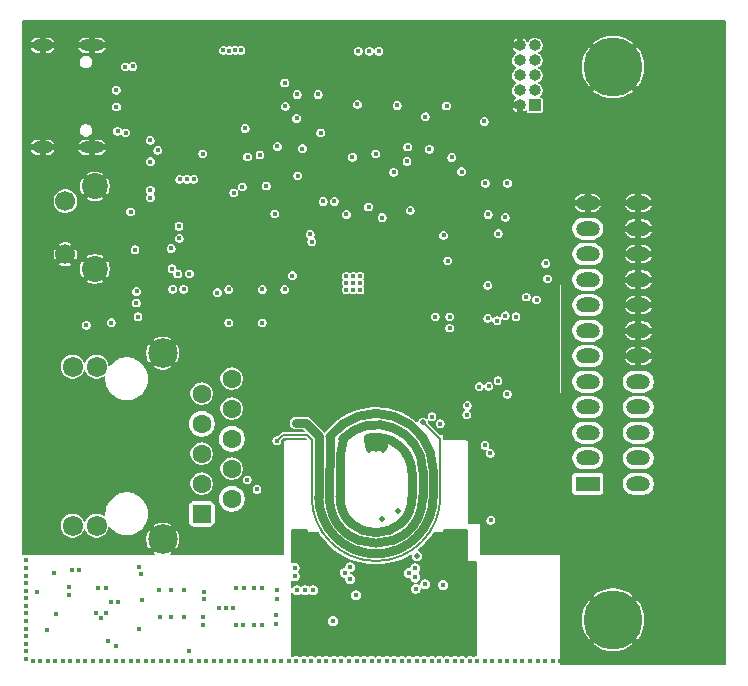
<source format=gbr>
%TF.GenerationSoftware,KiCad,Pcbnew,8.99.0-3376-g16cbb218c6*%
%TF.CreationDate,2024-12-27T08:14:29+01:00*%
%TF.ProjectId,PoE_Ethernet_GPIB_Adapter,506f455f-4574-4686-9572-6e65745f4750,rev?*%
%TF.SameCoordinates,Original*%
%TF.FileFunction,Copper,L5,Inr*%
%TF.FilePolarity,Positive*%
%FSLAX46Y46*%
G04 Gerber Fmt 4.6, Leading zero omitted, Abs format (unit mm)*
G04 Created by KiCad (PCBNEW 8.99.0-3376-g16cbb218c6) date 2024-12-27 08:14:29*
%MOMM*%
%LPD*%
G01*
G04 APERTURE LIST*
G04 Aperture macros list*
%AMRoundRect*
0 Rectangle with rounded corners*
0 $1 Rounding radius*
0 $2 $3 $4 $5 $6 $7 $8 $9 X,Y pos of 4 corners*
0 Add a 4 corners polygon primitive as box body*
4,1,4,$2,$3,$4,$5,$6,$7,$8,$9,$2,$3,0*
0 Add four circle primitives for the rounded corners*
1,1,$1+$1,$2,$3*
1,1,$1+$1,$4,$5*
1,1,$1+$1,$6,$7*
1,1,$1+$1,$8,$9*
0 Add four rect primitives between the rounded corners*
20,1,$1+$1,$2,$3,$4,$5,0*
20,1,$1+$1,$4,$5,$6,$7,0*
20,1,$1+$1,$6,$7,$8,$9,0*
20,1,$1+$1,$8,$9,$2,$3,0*%
G04 Aperture macros list end*
%TA.AperFunction,ComponentPad*%
%ADD10O,2.100000X1.000000*%
%TD*%
%TA.AperFunction,ComponentPad*%
%ADD11O,1.800000X1.000000*%
%TD*%
%TA.AperFunction,ComponentPad*%
%ADD12R,1.000000X1.000000*%
%TD*%
%TA.AperFunction,ComponentPad*%
%ADD13O,1.000000X1.000000*%
%TD*%
%TA.AperFunction,ComponentPad*%
%ADD14RoundRect,0.250000X-0.550000X0.550000X-0.550000X-0.550000X0.550000X-0.550000X0.550000X0.550000X0*%
%TD*%
%TA.AperFunction,ComponentPad*%
%ADD15C,1.600000*%
%TD*%
%TA.AperFunction,ComponentPad*%
%ADD16C,1.720000*%
%TD*%
%TA.AperFunction,ComponentPad*%
%ADD17C,2.500000*%
%TD*%
%TA.AperFunction,ComponentPad*%
%ADD18C,1.700000*%
%TD*%
%TA.AperFunction,ComponentPad*%
%ADD19C,2.200000*%
%TD*%
%TA.AperFunction,ComponentPad*%
%ADD20R,2.000000X1.270000*%
%TD*%
%TA.AperFunction,ComponentPad*%
%ADD21O,2.000000X1.270000*%
%TD*%
%TA.AperFunction,ComponentPad*%
%ADD22C,5.000000*%
%TD*%
%TA.AperFunction,ViaPad*%
%ADD23C,0.450000*%
%TD*%
%TA.AperFunction,ViaPad*%
%ADD24C,0.500000*%
%TD*%
%TA.AperFunction,Conductor*%
%ADD25C,0.150000*%
%TD*%
%TA.AperFunction,Conductor*%
%ADD26C,0.750000*%
%TD*%
G04 APERTURE END LIST*
D10*
%TO.N,GND*%
%TO.C,J3*%
X-24920000Y25245000D03*
D11*
X-29100000Y25245000D03*
D10*
X-24920000Y16605000D03*
D11*
X-29100000Y16605000D03*
%TD*%
D12*
%TO.N,Net-(J4-Pin_1)*%
%TO.C,J4*%
X12575000Y20150000D03*
D13*
%TO.N,GND*%
X11305000Y20150000D03*
%TO.N,/MCU/UPDI*%
X12575000Y21420000D03*
%TO.N,+5V*%
X11305000Y21420000D03*
%TO.N,Net-(J4-Pin_5)*%
X12575000Y22690000D03*
%TO.N,/Ethernet_interface/nRST*%
X11305000Y22690000D03*
%TO.N,Net-(J4-Pin_7)*%
X12575000Y23960000D03*
%TO.N,unconnected-(J4-Pin_8-Pad8)*%
X11305000Y23960000D03*
%TO.N,Net-(J4-Pin_9)*%
X12575000Y25230000D03*
%TO.N,GND*%
X11305000Y25230000D03*
%TD*%
D14*
%TO.N,/Ethernet_interface/VC2-*%
%TO.C,J1*%
X-15635000Y-14415000D03*
D15*
%TO.N,/Ethernet_interface/VC1-*%
X-13095000Y-13145000D03*
%TO.N,/Ethernet_interface/RDN*%
X-15635000Y-11875000D03*
%TO.N,Net-(J1-RCT)*%
X-13095000Y-10605000D03*
%TO.N,/Ethernet_interface/RDP*%
X-15635000Y-9335000D03*
%TO.N,/Ethernet_interface/VC2+*%
X-13095000Y-8065000D03*
%TO.N,/Ethernet_interface/VC1+*%
X-15635000Y-6795000D03*
%TO.N,/Ethernet_interface/TDN*%
X-13095000Y-5525000D03*
%TO.N,Net-(J1-TCT)*%
X-15635000Y-4255000D03*
%TO.N,/Ethernet_interface/TDP*%
X-13095000Y-2985000D03*
D16*
%TO.N,Net-(J1-LEDY_A)*%
X-24525000Y-15425000D03*
%TO.N,/Ethernet_interface/LED_LNK*%
X-26555000Y-15425000D03*
%TO.N,Net-(J1-LEDG_A)*%
X-24525000Y-1975000D03*
%TO.N,/Ethernet_interface/LED_ACT*%
X-26555000Y-1975000D03*
D17*
%TO.N,GND*%
X-18935000Y-16575000D03*
X-18935000Y-825000D03*
%TD*%
D18*
%TO.N,GND*%
%TO.C,SW1*%
X-27175000Y7550000D03*
%TO.N,Net-(R18-Pad1)*%
X-27175000Y12050000D03*
D19*
%TO.N,GND*%
X-24675000Y6300000D03*
X-24675000Y13300000D03*
%TD*%
D20*
%TO.N,Net-(J2-Pin_1)*%
%TO.C,J2*%
X17055000Y-11880000D03*
D21*
%TO.N,Net-(J2-Pin_2)*%
X17055000Y-9720000D03*
%TO.N,Net-(J2-Pin_3)*%
X17055000Y-7560000D03*
%TO.N,Net-(J2-Pin_4)*%
X17055000Y-5400000D03*
%TO.N,Net-(J2-Pin_5)*%
X17055000Y-3240000D03*
%TO.N,Net-(J2-Pin_6)*%
X17055000Y-1080000D03*
%TO.N,Net-(J2-Pin_7)*%
X17055000Y1080000D03*
%TO.N,Net-(J2-Pin_8)*%
X17055000Y3240000D03*
%TO.N,Net-(J2-Pin_9)*%
X17055000Y5400000D03*
%TO.N,Net-(J2-Pin_10)*%
X17055000Y7560000D03*
%TO.N,Net-(J2-Pin_11)*%
X17055000Y9720000D03*
%TO.N,GND*%
X17055000Y11880000D03*
%TO.N,Net-(J2-Pin_13)*%
X21345000Y-11880000D03*
%TO.N,Net-(J2-Pin_14)*%
X21345000Y-9720000D03*
%TO.N,Net-(J2-Pin_15)*%
X21345000Y-7560000D03*
%TO.N,Net-(J2-Pin_16)*%
X21345000Y-5400000D03*
%TO.N,/GPIB/REN_nProt*%
X21345000Y-3240000D03*
%TO.N,GND*%
X21345000Y-1080000D03*
X21345000Y1080000D03*
X21345000Y3240000D03*
X21345000Y5400000D03*
X21345000Y7560000D03*
X21345000Y9720000D03*
X21345000Y11880000D03*
D22*
X19200000Y-23400000D03*
X19200000Y23400000D03*
%TD*%
D23*
%TO.N,VCC*%
X-7750000Y-19700000D03*
%TO.N,GND*%
X21091994Y-26900000D03*
X-1750000Y-3400000D03*
X6600000Y20400000D03*
X8200000Y-16500000D03*
X5791994Y-26900000D03*
X28400000Y9241994D03*
X-30500000Y16741994D03*
X28400000Y14341994D03*
X-30500000Y21200000D03*
X28400000Y6050000D03*
X-7550000Y27000000D03*
X950000Y-1350000D03*
X-2900000Y12300000D03*
X-24829003Y-26900000D03*
X-22450000Y16925000D03*
X1650000Y-1350000D03*
X28400000Y-25204003D03*
X-10700000Y6975000D03*
X-30500000Y11641994D03*
X28400000Y-10529003D03*
X-6525000Y17825000D03*
X19850000Y27000000D03*
X14150000Y4625000D03*
X-25400000Y27000000D03*
X28400000Y-23925000D03*
X-23500000Y27000000D03*
X-16479003Y27000000D03*
X-30500000Y22470997D03*
X21720997Y-26900000D03*
X-3729003Y27000000D03*
X-16700000Y16875000D03*
X666994Y-26900000D03*
X1250000Y-50000D03*
X-30500000Y26300000D03*
X28108006Y-26900000D03*
X-11379003Y27000000D03*
X-15270997Y-26900000D03*
X-30500000Y-7479003D03*
X-11300000Y-10900000D03*
X-23487735Y24386125D03*
X22400000Y27000000D03*
X-1425000Y25725000D03*
X4550000Y27000000D03*
X7700000Y-26900000D03*
X-30500000Y-23483006D03*
X-30500000Y-4300000D03*
X-9250000Y-21650000D03*
X10891994Y-26900000D03*
X-30500000Y14191994D03*
X10975000Y-3350000D03*
X-7050000Y15025000D03*
X19820997Y-26900000D03*
X28400000Y14970997D03*
X-19725000Y22075000D03*
X-21700000Y13500000D03*
X1950000Y650000D03*
X3216994Y-26900000D03*
X-30500000Y12920997D03*
X-9533006Y-26900000D03*
X-30500000Y19920997D03*
X-18475000Y22475000D03*
X26870997Y27000000D03*
X-28600000Y27000000D03*
X28400000Y-329003D03*
X-30500000Y-19654003D03*
X-30500000Y21841994D03*
X-30500000Y-11308006D03*
X28400000Y4141994D03*
X3950000Y15100000D03*
X-11200000Y-20750000D03*
X28400000Y-9250000D03*
X9020997Y27000000D03*
X8200000Y-17300000D03*
X-2450000Y13425000D03*
X28400000Y20720997D03*
X-15700000Y5875000D03*
X-10750000Y27000000D03*
X28400000Y16250000D03*
X-30500000Y5900000D03*
X-30500000Y-25412991D03*
X28400000Y7970997D03*
X6200000Y16700000D03*
X-15200000Y27000000D03*
X-25470997Y-26900000D03*
X2000000Y27000000D03*
X-19775000Y4200000D03*
X28400000Y7320997D03*
X10900000Y1450000D03*
X-22474998Y16125000D03*
X-22279003Y-26900000D03*
X-19625000Y9400000D03*
X28400000Y10520997D03*
X2550000Y18600000D03*
X-29300000Y-26900000D03*
X-22525000Y24550000D03*
X-10550000Y-20750000D03*
X12850000Y27000000D03*
X-2375000Y25725000D03*
X-30500000Y-22854003D03*
X5150000Y-26900000D03*
X3920997Y27000000D03*
X28400000Y2870997D03*
X-13300000Y27000000D03*
X-15900000Y-26900000D03*
X13500000Y7730002D03*
X-1820997Y27000000D03*
X25600000Y27000000D03*
X-12400000Y25880000D03*
X-30500000Y-11970997D03*
X20500000Y27000000D03*
X-20625000Y9875000D03*
X28400000Y-2879003D03*
X28400000Y-12454003D03*
X-30500000Y170997D03*
X-2450000Y-3400000D03*
X28400000Y-23295997D03*
X-17725000Y20025000D03*
X100000Y27000000D03*
X-4400000Y11100000D03*
X28400000Y-20745997D03*
X5100000Y24000000D03*
X28400000Y-11825000D03*
X-30500000Y-13891994D03*
X-13000000Y-22400000D03*
X-2525000Y-26900000D03*
X-550000Y27000000D03*
X-15450000Y7325000D03*
X-30500000Y-6208006D03*
X28400000Y16891994D03*
X10229998Y14500000D03*
X-9300000Y-23750000D03*
X-23175000Y16950000D03*
X-26679003Y27000000D03*
X-2450000Y27000000D03*
X-30500000Y-18375000D03*
X-9275000Y-9250000D03*
X28400000Y-9879003D03*
X-30500000Y-21583006D03*
X-12650000Y27000000D03*
X1250000Y650000D03*
X-9725000Y15950000D03*
X-8254003Y-26900000D03*
X-30500000Y-26041994D03*
X-30500000Y13550000D03*
X-26050000Y27000000D03*
X-30500000Y11000000D03*
X-3300000Y8675000D03*
X16670997Y27000000D03*
X-9675000Y17350000D03*
X-30500000Y9720997D03*
X-14570997Y27000000D03*
X-23150000Y16100000D03*
X14750000Y27000000D03*
X-21700000Y12500000D03*
X1950000Y1350000D03*
X28400000Y26450000D03*
X1370997Y27000000D03*
X-30500000Y-10679003D03*
X26208006Y-26900000D03*
X28449695Y-26406613D03*
X-10500000Y3625000D03*
X-11200000Y13525000D03*
X1250000Y1350000D03*
X6330002Y2250000D03*
X12170997Y-26900000D03*
X-24200000Y-26900000D03*
X-14629003Y-26900000D03*
X-8200000Y27000000D03*
X-30500000Y16100000D03*
X7025000Y15900000D03*
X28400000Y-4150000D03*
X-7625000Y-26900000D03*
X21770997Y27000000D03*
X11520997Y-26900000D03*
X-30500000Y7170997D03*
X24279003Y-26900000D03*
X-21650000Y-26900000D03*
X28400000Y320997D03*
X28400000Y-24575000D03*
X6700000Y25300000D03*
X-29870997Y27000000D03*
X19100000Y-7600000D03*
X-6354003Y-26900000D03*
X28400000Y13700000D03*
X-17820997Y-26900000D03*
X-30500000Y-2379003D03*
X17270997Y-26900000D03*
X-12500000Y8900000D03*
X-4433006Y-26900000D03*
X-30500000Y27000000D03*
X6700000Y21500000D03*
X28400000Y12420997D03*
X9575000Y5150000D03*
X-30500000Y-17100000D03*
X-30500000Y-16450000D03*
X17300000Y27000000D03*
X5200000Y27000000D03*
X-18000000Y20600000D03*
X-22925000Y24075000D03*
X-16550000Y-26900000D03*
X28400000Y25170997D03*
X-2225000Y9350000D03*
X-19029003Y27000000D03*
X-30500000Y10370997D03*
X-10625000Y17425000D03*
X28400000Y-19475000D03*
X10250000Y-26900000D03*
X-6920997Y27000000D03*
X4150000Y3219996D03*
X-18525000Y8875000D03*
X7369998Y13550000D03*
X-15850000Y27000000D03*
X8000000Y-9525000D03*
X-30500000Y8450000D03*
X28400000Y-20104003D03*
X-4600000Y21140000D03*
X18579003Y27000000D03*
X-3154003Y-26900000D03*
X-28650000Y-26900000D03*
X3279003Y27000000D03*
X-30500000Y25020997D03*
X-30500000Y-479003D03*
X-30500000Y-19004003D03*
X19100000Y-9725000D03*
X-16900000Y14875000D03*
X-6700000Y19975000D03*
X16029003Y27000000D03*
X-13400000Y25880000D03*
X-12750000Y-20750000D03*
X-21579003Y27000000D03*
X-19670997Y27000000D03*
X8625000Y10100000D03*
X28400000Y-18195997D03*
X-20675000Y22200000D03*
X-20370997Y-26900000D03*
X-30500000Y-24770997D03*
X25000Y-26900000D03*
X-21071095Y13511067D03*
X-9450000Y18250000D03*
X28400000Y-3508006D03*
X-30500000Y-14520997D03*
X9620997Y-26900000D03*
X-30500000Y-20304003D03*
X-23250000Y3800000D03*
X-22625000Y22225000D03*
X1945997Y-26900000D03*
X-30500000Y800000D03*
X-20950000Y27000000D03*
X-30500000Y-4929003D03*
X12200000Y27000000D03*
X19100000Y-5275000D03*
X-19700000Y18950000D03*
X-18450000Y-26900000D03*
X-2200000Y8000000D03*
X9250000Y-10050000D03*
X28400000Y8600000D03*
X-12050000Y-20750000D03*
X-24770997Y27000000D03*
X-3986845Y13388155D03*
X28400000Y21991994D03*
X-19729003Y-26900000D03*
X14720997Y-26900000D03*
X28400000Y13070997D03*
X28400000Y5420997D03*
X950000Y-2050000D03*
X6700000Y22800000D03*
X8600000Y5725000D03*
X11425000Y2950000D03*
X-9550000Y2375000D03*
X15350000Y-26900000D03*
X-3325000Y9350000D03*
X28400000Y21350000D03*
X28400000Y-18825000D03*
X-30500000Y-20933006D03*
X-14800000Y12800000D03*
X-30500000Y25670997D03*
X-8675000Y12500000D03*
X10929003Y27000000D03*
X-9470997Y27000000D03*
X-10175000Y-26900000D03*
X19220997Y27000000D03*
X4495997Y-26900000D03*
X-4710000Y20000000D03*
X24950000Y27000000D03*
X28400000Y-5429003D03*
X-30500000Y-3029003D03*
X-30500000Y9091994D03*
X-6300000Y13300000D03*
X28400000Y6691994D03*
X-7575000Y20075000D03*
X-18500000Y9900000D03*
X-24129003Y27000000D03*
X-30500000Y-15800000D03*
X28400000Y-7979003D03*
X-14000000Y-26900000D03*
X8650000Y-6800000D03*
X-13325000Y3625000D03*
X-10804003Y-26900000D03*
X-20300000Y7925000D03*
X28400000Y-25845997D03*
X-30500000Y15470997D03*
X28400000Y-2229003D03*
X-2200000Y8675000D03*
X1950000Y-50000D03*
X28400000Y-22025000D03*
X-604003Y-26900000D03*
X-30500000Y-5579003D03*
X14070997Y-26900000D03*
X-23425000Y25500000D03*
X-30500000Y-1108006D03*
X-22220997Y27000000D03*
X8379003Y27000000D03*
X-13400000Y10300000D03*
X-29929003Y-26900000D03*
X-10100000Y27000000D03*
X-26100000Y-26900000D03*
X-13300000Y8200000D03*
X-17120997Y27000000D03*
X15400000Y27000000D03*
X24320997Y27000000D03*
X28400000Y18170997D03*
X-6975000Y5750000D03*
X-30500000Y-1750000D03*
X5725000Y9150000D03*
X-22525000Y25500000D03*
X-2775000Y9475000D03*
X-30500000Y20570997D03*
X-17179003Y-26900000D03*
X19170997Y-26900000D03*
X-9250000Y-20900000D03*
X21129003Y27000000D03*
X28400000Y22620997D03*
X18541994Y-26900000D03*
X-17750000Y27000000D03*
X28400000Y-1600000D03*
X-29229003Y27000000D03*
X28400000Y-6700000D03*
X-13600000Y-22400000D03*
X-12100000Y7700000D03*
X-11650000Y-12750000D03*
X-30500000Y-13250000D03*
X13441994Y-26900000D03*
X-8675000Y9000000D03*
X-3804003Y-26900000D03*
X-30500000Y18020997D03*
X5100000Y25300000D03*
X-21071487Y14125190D03*
X28400000Y3500000D03*
X15991994Y-26900000D03*
X11570997Y27000000D03*
X-30500000Y-10029003D03*
X-30500000Y-15170997D03*
X-26750000Y-26900000D03*
X28400000Y-15004003D03*
X28400000Y-6058006D03*
X-30500000Y18650000D03*
X7100000Y-3350000D03*
X14120997Y27000000D03*
X8700000Y19300000D03*
X-12575000Y16700000D03*
X-1179003Y27000000D03*
X-30500000Y12270997D03*
X17900000Y-26900000D03*
X-3100000Y27000000D03*
X-30500000Y-12620997D03*
X-14800000Y11800000D03*
X-1883006Y-26900000D03*
X-5881031Y10465631D03*
X-5325000Y12950000D03*
X28400000Y-16275000D03*
X-5650000Y27000000D03*
X7100000Y27000000D03*
X-22920997Y-26900000D03*
X-12083006Y-26900000D03*
X12450000Y4475000D03*
X28400000Y11150000D03*
X7650001Y14925001D03*
X1650000Y-2050000D03*
X-11000000Y9100000D03*
X28400000Y1591994D03*
X17950000Y27000000D03*
X7450000Y125000D03*
X-9550000Y3225000D03*
X1880000Y20150000D03*
X28400000Y2220997D03*
X28400000Y-15645997D03*
X28400000Y9870997D03*
X28400000Y4770997D03*
X8250000Y-675000D03*
X-5704003Y-26900000D03*
X-1875000Y16075000D03*
X-28020997Y-26900000D03*
X-850000Y9150000D03*
X-30500000Y-22212009D03*
X-2450000Y-4700000D03*
X28400000Y-17554003D03*
X7070997Y-26900000D03*
X-15049997Y18379999D03*
X-2450000Y-4050000D03*
X-2775000Y8875000D03*
X26837009Y-26900000D03*
X-9300000Y-23000000D03*
X-30500000Y23750000D03*
X28400000Y19441994D03*
X-11200000Y-23850000D03*
X28400000Y18800000D03*
X25558006Y-26900000D03*
X-3300000Y8000000D03*
X-16050000Y7275000D03*
X28400000Y-22654003D03*
X19150000Y-11925000D03*
X7750000Y27000000D03*
X28400000Y23270997D03*
X16620997Y-26900000D03*
X27500000Y27000000D03*
X28400000Y-8608006D03*
X5100000Y21500000D03*
X-30500000Y17370997D03*
X8970997Y-26900000D03*
X28400000Y-13725000D03*
X28400000Y17520997D03*
X-6300000Y7650000D03*
X26229003Y27000000D03*
X-30500000Y-6850000D03*
X-27950000Y27000000D03*
X3845997Y-26900000D03*
X-19100000Y-26900000D03*
X28400000Y-7329003D03*
X-6279003Y27000000D03*
X-21700000Y14150000D03*
X-23050000Y24900000D03*
X12800000Y-26900000D03*
X28400000Y-14375000D03*
X8010000Y-6115161D03*
X-30500000Y-17729003D03*
X-13600000Y21850000D03*
X-30500000Y19291994D03*
X23629003Y-26900000D03*
X10300000Y27000000D03*
X28400000Y-958006D03*
X-23550000Y-26900000D03*
X-13750000Y18250000D03*
X-14400000Y9100000D03*
X-12020997Y27000000D03*
X-13700000Y6975000D03*
X13479003Y27000000D03*
X-5000000Y27000000D03*
X-8829003Y27000000D03*
X-27379003Y-26900000D03*
X-9375000Y11775000D03*
X28400000Y-21375000D03*
X-8904003Y-26900000D03*
X28400000Y20070997D03*
X-10200000Y8200000D03*
X28400000Y25820997D03*
X5825000Y6275000D03*
X-13350000Y-26900000D03*
X2650000Y27000000D03*
X-21000000Y-26900000D03*
X-5075000Y-26900000D03*
X28400000Y-13095997D03*
X-4370997Y27000000D03*
X-11454003Y-26900000D03*
X-12750000Y-23850000D03*
X-12725000Y-26900000D03*
X-30500000Y6541994D03*
X-12100000Y-23850000D03*
X6420997Y-26900000D03*
X-30500000Y-9400000D03*
X28400000Y-11175000D03*
X9650000Y27000000D03*
X-11975000Y12475000D03*
X-6500000Y22700000D03*
X28400000Y-4779003D03*
X-14200000Y-22400000D03*
X23050000Y27000000D03*
X28400000Y15620997D03*
X-30500000Y-8758006D03*
X-8575000Y3600000D03*
X-18400000Y27000000D03*
X28400000Y24541994D03*
X-30500000Y14820997D03*
X-20625000Y18775000D03*
X6329998Y1300000D03*
X-16625000Y7350000D03*
X-6983006Y-26900000D03*
X23679003Y27000000D03*
X6470997Y27000000D03*
X-30500000Y-8129003D03*
X-10550000Y-23850000D03*
X7647525Y-494258D03*
X-19750000Y2275000D03*
X1295997Y-26900000D03*
X-7400000Y25775000D03*
X2575000Y-26900000D03*
X7125000Y-4450000D03*
X28400000Y23900000D03*
X-22850000Y27000000D03*
X-27320997Y27000000D03*
X-30500000Y-24141994D03*
X-30500000Y24391994D03*
X23000000Y-26900000D03*
X6075000Y-5550000D03*
X27479003Y-26900000D03*
X-30500000Y-3658006D03*
X675000Y11525000D03*
X-7895000Y23325002D03*
X28400000Y-16925000D03*
X8341994Y-26900000D03*
X10625000Y5225000D03*
X-11500000Y10000000D03*
X28150000Y27000000D03*
X10375000Y9725000D03*
X-30500000Y23120997D03*
X20450000Y-26900000D03*
X-18100000Y1750000D03*
X-13929003Y27000000D03*
X6700000Y24000000D03*
X-30500000Y7820997D03*
X-1254003Y-26900000D03*
X-30500000Y-26700000D03*
X-2750000Y8250000D03*
X-22375000Y19375000D03*
X28400000Y950000D03*
X22370997Y-26900000D03*
X-20300000Y27000000D03*
X28400000Y11791994D03*
X24929003Y-26900000D03*
X-1750000Y-4450000D03*
X8075000Y-6700000D03*
X5100000Y22800000D03*
X729003Y27000000D03*
X5829003Y27000000D03*
%TO.N,VCC*%
X-2575000Y-21325000D03*
X-3050000Y-19950000D03*
X-6850000Y-20900000D03*
X-3500000Y-19400000D03*
X-4500000Y-23500000D03*
X-3050000Y-18950000D03*
X-7550000Y-20900000D03*
X-6200000Y-20900000D03*
X2494856Y-20762498D03*
X-7750000Y-19000000D03*
%TO.N,/POE_5v/SW*%
X4800000Y-20450000D03*
D24*
X1000000Y-14200000D03*
X-400635Y-14856313D03*
D23*
X2450000Y-19800000D03*
X1900000Y-19450000D03*
D24*
X2599996Y-17999999D03*
D23*
X2450000Y-19050000D03*
%TO.N,Net-(U1-FB)*%
X3300000Y-20400000D03*
%TO.N,Net-(J3-D+-PadA6)*%
X-22850000Y20025000D03*
X-22875000Y21450000D03*
%TO.N,Net-(F1-Pad2)*%
X-22750000Y17975000D03*
X-22100000Y23425000D03*
X-21462500Y23450000D03*
X-22062500Y17837500D03*
%TO.N,VBUS*%
X-12800000Y24820000D03*
X-13800000Y24820000D03*
X-12300000Y24820000D03*
X-13300000Y24800000D03*
%TO.N,+5V*%
X-19975000Y15400000D03*
X-5779345Y21079345D03*
X-3375000Y5125000D03*
X-19975000Y12975000D03*
X-19350000Y16350000D03*
X-1425000Y24750000D03*
X-19975000Y12350000D03*
X-2225000Y4525000D03*
X-2800000Y4525000D03*
X-900000Y16050000D03*
X-5550000Y17825000D03*
X-2375000Y24750000D03*
X-2800000Y5700000D03*
X-2450000Y20250000D03*
X8375000Y13575000D03*
X1750000Y15425000D03*
X-2225000Y5125000D03*
X-3375000Y4525000D03*
X-625000Y24750000D03*
X4150000Y2260002D03*
X-8550000Y20075000D03*
X-2225000Y5700000D03*
X-3375000Y5700000D03*
X1825000Y16625000D03*
X-20000000Y17200000D03*
X5370000Y2250002D03*
X-2800000Y5125000D03*
X13500000Y6770000D03*
X10250000Y13575000D03*
X920000Y20150000D03*
X3650000Y16450000D03*
X5370000Y1300002D03*
%TO.N,/MCU/MCU_RX*%
X-7550000Y21075000D03*
X5541847Y15743261D03*
%TO.N,/MCU/MCU_TX*%
X-8585000Y22050000D03*
X6375000Y14550000D03*
%TO.N,Net-(J4-Pin_1)*%
X8300000Y18800000D03*
%TO.N,Net-(J4-Pin_5)*%
X5100000Y20100000D03*
%TO.N,/MCU/UPDI*%
X8625000Y10925000D03*
%TO.N,/MCU/LED_R*%
X-21025000Y2250000D03*
X5200000Y7000000D03*
%TO.N,/MCU/LED_B*%
X10075000Y10675000D03*
X-21150000Y4400000D03*
%TO.N,/MCU/LED_G*%
X-21175000Y3425000D03*
X9475000Y9300000D03*
%TO.N,/Ethernet_interface/XI*%
X-11750000Y15800000D03*
X-11950000Y18200000D03*
%TO.N,/Ethernet_interface/nINT*%
X4850002Y9150000D03*
X625000Y14500000D03*
%TO.N,/Ethernet_interface/MISO*%
X2025000Y11275000D03*
X-2875000Y15775000D03*
%TO.N,/Ethernet_interface/nRST*%
X-7595000Y19050000D03*
X3300000Y19200000D03*
X-21650000Y11137500D03*
%TO.N,/Ethernet_interface/nCS*%
X-1500000Y11550000D03*
X-12200000Y13250000D03*
X-7100000Y16500000D03*
%TO.N,/Ethernet_interface/SCK*%
X-350000Y10650000D03*
X-12925000Y12750000D03*
%TO.N,+3.3V*%
X-21275000Y7925000D03*
X-23289768Y1761544D03*
X-16875000Y13900000D03*
X-25400000Y1550000D03*
X-18218277Y8043277D03*
X-16300000Y13900000D03*
X-17500000Y13900000D03*
X-17525000Y8900000D03*
X-17550000Y9925000D03*
X-10700000Y15950000D03*
%TO.N,/Ethernet_interface/nINT_3*%
X-15550000Y16050000D03*
X-7500000Y14200000D03*
%TO.N,/Ethernet_interface/MOSI*%
X-3375000Y10925000D03*
X-9450000Y10975000D03*
%TO.N,+3.3VA*%
X-17650000Y5875000D03*
X-6453133Y9228781D03*
X-14300000Y4300000D03*
X-17150000Y4600000D03*
X-8600000Y4575000D03*
X-10500000Y4575000D03*
X-5350000Y12025000D03*
X-4400000Y12025000D03*
X-7950000Y5750000D03*
X-16675000Y5900000D03*
X-18075000Y4600000D03*
X-13350000Y4575000D03*
X-18150000Y6325000D03*
X-6300000Y8625000D03*
%TO.N,/Ethernet_interface/VC1+*%
X-29575000Y-21075000D03*
%TO.N,/Ethernet_interface/VC2+*%
X-28750000Y-24250000D03*
%TO.N,/Ethernet_interface/VC2-*%
X-28000000Y-22900000D03*
%TO.N,/Ethernet_interface/VC1-*%
X-28118000Y-19450000D03*
%TO.N,/Ethernet_interface/LED_LNK*%
X-9225000Y16675000D03*
%TO.N,/Ethernet_interface/LED_ACT*%
X-10175000Y13325000D03*
%TO.N,/GPIB/DIO2*%
X8600000Y2125000D03*
X8675000Y-3625000D03*
%TO.N,/GPIB/DIO7*%
X12725000Y3700000D03*
X8350000Y-8625002D03*
%TO.N,/GPIB/DIO8*%
X8800000Y-9300000D03*
X13650000Y5475000D03*
%TO.N,/GPIB/DIO1*%
X7875000Y-3650000D03*
X8600000Y4925000D03*
%TO.N,/GPIB/DIO6*%
X6800000Y-6050000D03*
X11850000Y3925000D03*
%TO.N,/GPIB/DIO5*%
X10975000Y2250000D03*
X6850000Y-5250000D03*
%TO.N,/GPIB/DIO3*%
X9375000Y1925000D03*
X9450000Y-3175000D03*
%TO.N,/GPIB/DIO4*%
X10225000Y-4300000D03*
X10075000Y2350000D03*
%TO.N,Net-(J1-RCT)*%
X-10499998Y1740000D03*
X-13349998Y1740000D03*
%TO.N,Earth*%
X1950000Y-22000000D03*
X2800000Y-23550000D03*
X3208006Y-22000000D03*
X6650000Y-17325000D03*
X-6200000Y-23400000D03*
X4483606Y-24934014D03*
X6250000Y-20975000D03*
X-150000Y-25200000D03*
X-7750000Y-24850000D03*
X-7750000Y-25520000D03*
X2150000Y-23550000D03*
X3800000Y-22000000D03*
X-6800000Y-23400000D03*
X5700000Y-24650000D03*
X3429003Y-23550000D03*
X2579003Y-22000000D03*
X300000Y-23550000D03*
X4250000Y-24350000D03*
X6900000Y-18700000D03*
X-1058006Y-23500000D03*
X-2279003Y-23500000D03*
X-7450000Y-23400000D03*
X-1650000Y-23500000D03*
X-2908006Y-23500000D03*
X50000Y-26075000D03*
X929003Y-23550000D03*
X1558006Y-23550000D03*
X6650000Y-16500000D03*
%TO.N,/POE_5v/POE+*%
X-26850000Y-20650000D03*
X-19250000Y-20900000D03*
X-24400000Y-20750000D03*
X-26850000Y-21300000D03*
X-15450000Y-21050000D03*
X-23750000Y-20750000D03*
X-20900000Y-18950000D03*
X-20750000Y-19500000D03*
X-17150000Y-20900000D03*
X-15450000Y-21650000D03*
X-18250000Y-20900000D03*
%TO.N,/POE_5v/POE-*%
X-23700000Y-22850000D03*
X-24600000Y-22800000D03*
X-20950000Y-24200000D03*
X-24150000Y-23250000D03*
X-20647472Y-21763000D03*
%TO.N,/POE_5v/PG*%
X-16725000Y-26075000D03*
%TO.N,Net-(U11-DET)*%
X-23525000Y-25175000D03*
%TO.N,Net-(U11-CLASS)*%
X-22850000Y-25650000D03*
%TO.N,/POE_5v/RTN*%
X-26000000Y-19150000D03*
X-19200000Y-23150000D03*
X-22700000Y-21900000D03*
X-15500000Y-23800000D03*
X-26600000Y-19150000D03*
X-23350000Y-21900000D03*
X-18250000Y-23150000D03*
X-17150000Y-23150000D03*
X-15500000Y-23150000D03*
%TO.N,/POE_5v/CM*%
X-9275000Y-8250000D03*
D24*
X3120000Y-6680000D03*
D23*
X8850000Y-14975000D03*
%TO.N,/POE_5v/SEC*%
X-7525000Y-6750000D03*
D24*
X-879643Y-8900000D03*
X-250000Y-9000000D03*
X-1475000Y-9000000D03*
D23*
X4549997Y-6800003D03*
X-6800000Y-6750000D03*
X3862077Y-6212924D03*
%TO.N,/Ethernet_interface/RDP*%
X-10950000Y-12350000D03*
X-11775000Y-11550000D03*
%TD*%
D25*
%TO.N,/POE_5v/CM*%
X-6725000Y-7750000D02*
X-6325305Y-8149695D01*
X-9275000Y-8250000D02*
X-8775000Y-7750000D01*
X4570000Y-8810000D02*
X4570000Y-8130000D01*
X-8775000Y-7750000D02*
X-6725000Y-7750000D01*
X4570000Y-8130000D02*
X3120000Y-6680000D01*
X-6325305Y-8149695D02*
X-6325305Y-12969009D01*
X4574695Y-8796649D02*
X4574695Y-13006509D01*
X-6325305Y-12969009D02*
G75*
G03*
X4574695Y-12969009I5450000J0D01*
G01*
D26*
%TO.N,/POE_5v/SEC*%
X2174695Y-10996649D02*
X2174695Y-12969009D01*
X3074695Y-13019009D02*
X3095162Y-10831451D01*
X-275305Y-8669009D02*
X-275305Y-8169009D01*
X-3925305Y-9394009D02*
X-3925305Y-13119009D01*
X-275305Y-8669009D02*
X-1475305Y-8669009D01*
X-3696474Y-8087803D02*
X-3925305Y-9394009D01*
X-5725305Y-7824695D02*
X-5725305Y-12969009D01*
X-4784795Y-7907629D02*
X-4825305Y-13119009D01*
X3974695Y-10777888D02*
X3974695Y-12931509D01*
X-6800000Y-6750000D02*
X-7525000Y-6750000D01*
X-7525000Y-6750000D02*
X-7650000Y-6750000D01*
X-6800000Y-6750000D02*
X-5725305Y-7824695D01*
X-1475305Y-8669009D02*
X-1532304Y-8018251D01*
X2174695Y-12969009D02*
G75*
G02*
X-3925305Y-12969009I-3050000J0D01*
G01*
X-5725305Y-12969009D02*
G75*
G03*
X3974695Y-12969009I4850000J0D01*
G01*
X-3696474Y-8087803D02*
G75*
G02*
X3095162Y-10831451I2841636J-2743648D01*
G01*
X-1532304Y-8018251D02*
G75*
G02*
X2174695Y-10996649I656998J-2978399D01*
G01*
X-4784795Y-7907629D02*
G75*
G02*
X3974695Y-10777888I3909490J-2870259D01*
G01*
X3074695Y-12969009D02*
G75*
G02*
X-4825305Y-12969009I-3950000J0D01*
G01*
%TD*%
%TA.AperFunction,Conductor*%
%TO.N,Earth*%
G36*
X-6671674Y-15771674D02*
G01*
X-6650000Y-15824000D01*
X-6650000Y-15975000D01*
X-5789408Y-15975000D01*
X-5737082Y-15996674D01*
X-5726864Y-16009449D01*
X-5591124Y-16224104D01*
X-5313905Y-16593014D01*
X-5007901Y-16938421D01*
X-4675095Y-17258086D01*
X-4317646Y-17549934D01*
X-3937873Y-17812072D01*
X-3538237Y-18042802D01*
X-3121331Y-18240626D01*
X-2689859Y-18404262D01*
X-2246619Y-18532648D01*
X-1914393Y-18600472D01*
X-1794506Y-18624948D01*
X-1794495Y-18624949D01*
X-1794485Y-18624952D01*
X-1794479Y-18624952D01*
X-1794472Y-18624954D01*
X-1526898Y-18657442D01*
X-1336390Y-18680575D01*
X-875305Y-18699156D01*
X-414220Y-18680575D01*
X-240776Y-18659515D01*
X43862Y-18624954D01*
X43869Y-18624952D01*
X43875Y-18624952D01*
X43885Y-18624949D01*
X43896Y-18624948D01*
X163783Y-18600472D01*
X496009Y-18532648D01*
X939249Y-18404262D01*
X1370721Y-18240626D01*
X1787627Y-18042802D01*
X2038497Y-17897961D01*
X2094649Y-17890569D01*
X2139582Y-17925048D01*
X2149496Y-17962048D01*
X2149496Y-18059310D01*
X2180195Y-18173881D01*
X2180197Y-18173886D01*
X2239504Y-18276608D01*
X2239505Y-18276609D01*
X2239507Y-18276612D01*
X2323383Y-18360488D01*
X2323385Y-18360489D01*
X2323386Y-18360490D01*
X2426108Y-18419797D01*
X2426110Y-18419798D01*
X2426111Y-18419798D01*
X2426113Y-18419799D01*
X2483398Y-18435148D01*
X2540684Y-18450498D01*
X2540685Y-18450499D01*
X2540687Y-18450499D01*
X2659307Y-18450499D01*
X2659307Y-18450498D01*
X2773882Y-18419798D01*
X2876609Y-18360488D01*
X2960485Y-18276612D01*
X3019795Y-18173885D01*
X3050495Y-18059310D01*
X3050496Y-18059310D01*
X3050496Y-17940688D01*
X3050495Y-17940687D01*
X3019796Y-17826116D01*
X3019794Y-17826111D01*
X2960487Y-17723389D01*
X2960486Y-17723388D01*
X2960485Y-17723386D01*
X2876609Y-17639510D01*
X2876606Y-17639508D01*
X2876605Y-17639507D01*
X2773883Y-17580200D01*
X2773878Y-17580198D01*
X2729824Y-17568394D01*
X2684891Y-17533916D01*
X2677499Y-17477763D01*
X2702174Y-17439596D01*
X2924485Y-17258086D01*
X3257291Y-16938421D01*
X3563295Y-16593014D01*
X3840514Y-16224104D01*
X3976252Y-16009449D01*
X4022537Y-15976808D01*
X4038796Y-15975000D01*
X4800000Y-15975000D01*
X4800000Y-15824000D01*
X4821674Y-15771674D01*
X4874000Y-15750000D01*
X6826000Y-15750000D01*
X6878326Y-15771674D01*
X6900000Y-15824000D01*
X6900000Y-18450000D01*
X7573600Y-18450000D01*
X7625926Y-18471674D01*
X7647600Y-18524000D01*
X7647600Y-18625091D01*
X7657187Y-21721500D01*
X7671703Y-26410060D01*
X7650191Y-26462453D01*
X7616856Y-26481767D01*
X7535767Y-26503495D01*
X7535758Y-26503499D01*
X7438734Y-26559516D01*
X7437818Y-26560433D01*
X7437214Y-26560682D01*
X7434888Y-26562468D01*
X7434409Y-26561844D01*
X7385489Y-26582101D01*
X7336588Y-26561842D01*
X7336109Y-26562468D01*
X7333774Y-26560676D01*
X7333172Y-26560427D01*
X7332260Y-26559515D01*
X7235238Y-26503499D01*
X7235229Y-26503495D01*
X7127017Y-26474500D01*
X7127015Y-26474500D01*
X7014979Y-26474500D01*
X7014977Y-26474500D01*
X6906764Y-26503495D01*
X6906755Y-26503499D01*
X6809733Y-26559515D01*
X6798323Y-26570926D01*
X6745997Y-26592600D01*
X6693671Y-26570926D01*
X6682260Y-26559515D01*
X6585238Y-26503499D01*
X6585229Y-26503495D01*
X6477017Y-26474500D01*
X6477015Y-26474500D01*
X6364979Y-26474500D01*
X6364977Y-26474500D01*
X6256764Y-26503495D01*
X6256755Y-26503499D01*
X6159731Y-26559516D01*
X6158815Y-26560433D01*
X6158211Y-26560682D01*
X6155885Y-26562468D01*
X6155406Y-26561844D01*
X6106486Y-26582101D01*
X6057585Y-26561842D01*
X6057106Y-26562468D01*
X6054771Y-26560676D01*
X6054169Y-26560427D01*
X6053257Y-26559515D01*
X5956235Y-26503499D01*
X5956226Y-26503495D01*
X5848014Y-26474500D01*
X5848012Y-26474500D01*
X5735976Y-26474500D01*
X5735974Y-26474500D01*
X5627761Y-26503495D01*
X5627752Y-26503499D01*
X5530730Y-26559515D01*
X5523323Y-26566923D01*
X5470997Y-26588597D01*
X5418671Y-26566923D01*
X5411263Y-26559515D01*
X5314241Y-26503499D01*
X5314232Y-26503495D01*
X5206020Y-26474500D01*
X5206018Y-26474500D01*
X5093982Y-26474500D01*
X5093980Y-26474500D01*
X4985767Y-26503495D01*
X4985758Y-26503499D01*
X4888734Y-26559516D01*
X4888732Y-26559517D01*
X4875322Y-26572928D01*
X4822996Y-26594601D01*
X4770672Y-26572927D01*
X4757260Y-26559515D01*
X4660238Y-26503499D01*
X4660229Y-26503495D01*
X4552017Y-26474500D01*
X4552015Y-26474500D01*
X4439979Y-26474500D01*
X4439977Y-26474500D01*
X4331764Y-26503495D01*
X4331755Y-26503499D01*
X4234733Y-26559515D01*
X4223323Y-26570926D01*
X4170997Y-26592600D01*
X4118671Y-26570926D01*
X4107260Y-26559515D01*
X4010238Y-26503499D01*
X4010229Y-26503495D01*
X3902017Y-26474500D01*
X3902015Y-26474500D01*
X3789979Y-26474500D01*
X3789977Y-26474500D01*
X3681764Y-26503495D01*
X3681755Y-26503499D01*
X3584731Y-26559516D01*
X3583815Y-26560433D01*
X3583211Y-26560682D01*
X3580885Y-26562468D01*
X3580406Y-26561844D01*
X3531486Y-26582101D01*
X3482585Y-26561842D01*
X3482106Y-26562468D01*
X3479771Y-26560676D01*
X3479169Y-26560427D01*
X3478257Y-26559515D01*
X3381235Y-26503499D01*
X3381226Y-26503495D01*
X3273014Y-26474500D01*
X3273012Y-26474500D01*
X3160976Y-26474500D01*
X3160974Y-26474500D01*
X3052761Y-26503495D01*
X3052752Y-26503499D01*
X2955730Y-26559515D01*
X2948323Y-26566923D01*
X2895997Y-26588597D01*
X2843671Y-26566923D01*
X2836263Y-26559515D01*
X2739241Y-26503499D01*
X2739232Y-26503495D01*
X2631020Y-26474500D01*
X2631018Y-26474500D01*
X2518982Y-26474500D01*
X2518980Y-26474500D01*
X2410767Y-26503495D01*
X2410758Y-26503499D01*
X2313734Y-26559516D01*
X2312818Y-26560433D01*
X2312214Y-26560682D01*
X2309888Y-26562468D01*
X2309409Y-26561844D01*
X2260489Y-26582101D01*
X2211588Y-26561842D01*
X2211109Y-26562468D01*
X2208774Y-26560676D01*
X2208172Y-26560427D01*
X2207260Y-26559515D01*
X2110238Y-26503499D01*
X2110229Y-26503495D01*
X2002017Y-26474500D01*
X2002015Y-26474500D01*
X1889979Y-26474500D01*
X1889977Y-26474500D01*
X1781764Y-26503495D01*
X1781755Y-26503499D01*
X1684733Y-26559515D01*
X1673323Y-26570926D01*
X1620997Y-26592600D01*
X1568671Y-26570926D01*
X1557260Y-26559515D01*
X1460238Y-26503499D01*
X1460229Y-26503495D01*
X1352017Y-26474500D01*
X1352015Y-26474500D01*
X1239979Y-26474500D01*
X1239977Y-26474500D01*
X1131764Y-26503495D01*
X1131755Y-26503499D01*
X1034731Y-26559516D01*
X1033815Y-26560433D01*
X1033211Y-26560682D01*
X1030885Y-26562468D01*
X1030406Y-26561844D01*
X981486Y-26582101D01*
X932585Y-26561842D01*
X932106Y-26562468D01*
X929771Y-26560676D01*
X929169Y-26560427D01*
X928257Y-26559515D01*
X831235Y-26503499D01*
X831226Y-26503495D01*
X723014Y-26474500D01*
X723012Y-26474500D01*
X610976Y-26474500D01*
X610974Y-26474500D01*
X502761Y-26503495D01*
X502752Y-26503499D01*
X405730Y-26559515D01*
X398323Y-26566923D01*
X345997Y-26588597D01*
X293671Y-26566923D01*
X286263Y-26559515D01*
X189241Y-26503499D01*
X189232Y-26503495D01*
X81020Y-26474500D01*
X81018Y-26474500D01*
X-31018Y-26474500D01*
X-31020Y-26474500D01*
X-139232Y-26503495D01*
X-139241Y-26503499D01*
X-236263Y-26559515D01*
X-237175Y-26560427D01*
X-237776Y-26560676D01*
X-240112Y-26562468D01*
X-240592Y-26561842D01*
X-289501Y-26582101D01*
X-338412Y-26561844D01*
X-338891Y-26562468D01*
X-341217Y-26560682D01*
X-341821Y-26560433D01*
X-342737Y-26559516D01*
X-439761Y-26503499D01*
X-439770Y-26503495D01*
X-547983Y-26474500D01*
X-547985Y-26474500D01*
X-660021Y-26474500D01*
X-660023Y-26474500D01*
X-768235Y-26503495D01*
X-768244Y-26503499D01*
X-865266Y-26559515D01*
X-876677Y-26570926D01*
X-929003Y-26592600D01*
X-981329Y-26570926D01*
X-992739Y-26559515D01*
X-1089761Y-26503499D01*
X-1089770Y-26503495D01*
X-1197983Y-26474500D01*
X-1197985Y-26474500D01*
X-1310021Y-26474500D01*
X-1310023Y-26474500D01*
X-1418235Y-26503495D01*
X-1418244Y-26503499D01*
X-1515266Y-26559515D01*
X-1516178Y-26560427D01*
X-1516779Y-26560676D01*
X-1519115Y-26562468D01*
X-1519595Y-26561842D01*
X-1568504Y-26582101D01*
X-1617415Y-26561844D01*
X-1617894Y-26562468D01*
X-1620220Y-26560682D01*
X-1620824Y-26560433D01*
X-1621740Y-26559516D01*
X-1718764Y-26503499D01*
X-1718773Y-26503495D01*
X-1826986Y-26474500D01*
X-1826988Y-26474500D01*
X-1939024Y-26474500D01*
X-1939026Y-26474500D01*
X-2047238Y-26503495D01*
X-2047247Y-26503499D01*
X-2144269Y-26559515D01*
X-2151677Y-26566923D01*
X-2204003Y-26588597D01*
X-2256329Y-26566923D01*
X-2263736Y-26559515D01*
X-2360758Y-26503499D01*
X-2360767Y-26503495D01*
X-2468980Y-26474500D01*
X-2468982Y-26474500D01*
X-2581018Y-26474500D01*
X-2581020Y-26474500D01*
X-2689232Y-26503495D01*
X-2689241Y-26503499D01*
X-2786263Y-26559515D01*
X-2787175Y-26560427D01*
X-2787776Y-26560676D01*
X-2790112Y-26562468D01*
X-2790592Y-26561842D01*
X-2839501Y-26582101D01*
X-2888412Y-26561844D01*
X-2888891Y-26562468D01*
X-2891217Y-26560682D01*
X-2891821Y-26560433D01*
X-2892737Y-26559516D01*
X-2989761Y-26503499D01*
X-2989770Y-26503495D01*
X-3097983Y-26474500D01*
X-3097985Y-26474500D01*
X-3210021Y-26474500D01*
X-3210023Y-26474500D01*
X-3318235Y-26503495D01*
X-3318244Y-26503499D01*
X-3415266Y-26559515D01*
X-3426677Y-26570926D01*
X-3479003Y-26592600D01*
X-3531329Y-26570926D01*
X-3542739Y-26559515D01*
X-3639761Y-26503499D01*
X-3639770Y-26503495D01*
X-3747983Y-26474500D01*
X-3747985Y-26474500D01*
X-3860021Y-26474500D01*
X-3860023Y-26474500D01*
X-3968235Y-26503495D01*
X-3968244Y-26503499D01*
X-4065266Y-26559515D01*
X-4066178Y-26560427D01*
X-4066779Y-26560676D01*
X-4069115Y-26562468D01*
X-4069595Y-26561842D01*
X-4118504Y-26582101D01*
X-4167415Y-26561844D01*
X-4167894Y-26562468D01*
X-4170220Y-26560682D01*
X-4170824Y-26560433D01*
X-4171740Y-26559516D01*
X-4268764Y-26503499D01*
X-4268773Y-26503495D01*
X-4376986Y-26474500D01*
X-4376988Y-26474500D01*
X-4489024Y-26474500D01*
X-4489026Y-26474500D01*
X-4597238Y-26503495D01*
X-4597247Y-26503499D01*
X-4694269Y-26559515D01*
X-4701677Y-26566923D01*
X-4754003Y-26588597D01*
X-4806329Y-26566923D01*
X-4813736Y-26559515D01*
X-4910758Y-26503499D01*
X-4910767Y-26503495D01*
X-5018980Y-26474500D01*
X-5018982Y-26474500D01*
X-5131018Y-26474500D01*
X-5131020Y-26474500D01*
X-5239232Y-26503495D01*
X-5239241Y-26503499D01*
X-5336263Y-26559515D01*
X-5337175Y-26560427D01*
X-5337776Y-26560676D01*
X-5340112Y-26562468D01*
X-5340592Y-26561842D01*
X-5389501Y-26582101D01*
X-5438412Y-26561844D01*
X-5438891Y-26562468D01*
X-5441217Y-26560682D01*
X-5441821Y-26560433D01*
X-5442737Y-26559516D01*
X-5539761Y-26503499D01*
X-5539770Y-26503495D01*
X-5647983Y-26474500D01*
X-5647985Y-26474500D01*
X-5760021Y-26474500D01*
X-5760023Y-26474500D01*
X-5868235Y-26503495D01*
X-5868244Y-26503499D01*
X-5965266Y-26559515D01*
X-5976677Y-26570926D01*
X-6029003Y-26592600D01*
X-6081329Y-26570926D01*
X-6092739Y-26559515D01*
X-6189761Y-26503499D01*
X-6189770Y-26503495D01*
X-6297983Y-26474500D01*
X-6297985Y-26474500D01*
X-6410021Y-26474500D01*
X-6410023Y-26474500D01*
X-6518235Y-26503495D01*
X-6518244Y-26503499D01*
X-6615266Y-26559515D01*
X-6616178Y-26560427D01*
X-6616779Y-26560676D01*
X-6619115Y-26562468D01*
X-6619595Y-26561842D01*
X-6668504Y-26582101D01*
X-6717415Y-26561844D01*
X-6717894Y-26562468D01*
X-6720220Y-26560682D01*
X-6720824Y-26560433D01*
X-6721740Y-26559516D01*
X-6818764Y-26503499D01*
X-6818773Y-26503495D01*
X-6926986Y-26474500D01*
X-6926988Y-26474500D01*
X-7039024Y-26474500D01*
X-7039026Y-26474500D01*
X-7147238Y-26503495D01*
X-7147247Y-26503499D01*
X-7244269Y-26559515D01*
X-7251677Y-26566923D01*
X-7304003Y-26588597D01*
X-7356329Y-26566923D01*
X-7363736Y-26559515D01*
X-7460758Y-26503499D01*
X-7460767Y-26503495D01*
X-7568980Y-26474500D01*
X-7568982Y-26474500D01*
X-7681018Y-26474500D01*
X-7681020Y-26474500D01*
X-7789232Y-26503495D01*
X-7789241Y-26503499D01*
X-7886263Y-26559515D01*
X-7887175Y-26560427D01*
X-7887776Y-26560676D01*
X-7890112Y-26562468D01*
X-7890592Y-26561842D01*
X-7939501Y-26582101D01*
X-7980591Y-26569644D01*
X-7986668Y-26565586D01*
X-7992740Y-26559515D01*
X-8015080Y-26546616D01*
X-8017090Y-26545275D01*
X-8031592Y-26523588D01*
X-8047479Y-26502884D01*
X-8047979Y-26499082D01*
X-8048573Y-26498195D01*
X-8048286Y-26496750D01*
X-8050000Y-26483732D01*
X-8050000Y-23443980D01*
X-4925500Y-23443980D01*
X-4925500Y-23556020D01*
X-4907754Y-23622246D01*
X-4896503Y-23664237D01*
X-4840485Y-23761263D01*
X-4761263Y-23840485D01*
X-4664237Y-23896503D01*
X-4556020Y-23925499D01*
X-4556020Y-23925500D01*
X-4556018Y-23925500D01*
X-4443980Y-23925500D01*
X-4443979Y-23925499D01*
X-4335763Y-23896503D01*
X-4238737Y-23840485D01*
X-4159515Y-23761263D01*
X-4103497Y-23664237D01*
X-4103496Y-23664235D01*
X-4103495Y-23664232D01*
X-4074500Y-23556020D01*
X-4074500Y-23443979D01*
X-4103495Y-23335767D01*
X-4103499Y-23335758D01*
X-4159515Y-23238736D01*
X-4238736Y-23159515D01*
X-4335758Y-23103499D01*
X-4335767Y-23103495D01*
X-4443980Y-23074500D01*
X-4443982Y-23074500D01*
X-4556018Y-23074500D01*
X-4556020Y-23074500D01*
X-4664232Y-23103495D01*
X-4664241Y-23103499D01*
X-4761263Y-23159515D01*
X-4840485Y-23238737D01*
X-4896503Y-23335763D01*
X-4896504Y-23335767D01*
X-4925499Y-23443979D01*
X-4925500Y-23443980D01*
X-8050000Y-23443980D01*
X-8050000Y-21161146D01*
X-8028326Y-21108820D01*
X-7976000Y-21087146D01*
X-7923674Y-21108820D01*
X-7911916Y-21124143D01*
X-7890485Y-21161263D01*
X-7811263Y-21240485D01*
X-7714237Y-21296503D01*
X-7606020Y-21325499D01*
X-7606020Y-21325500D01*
X-7606018Y-21325500D01*
X-7493980Y-21325500D01*
X-7493979Y-21325499D01*
X-7385763Y-21296503D01*
X-7288737Y-21240485D01*
X-7252326Y-21204074D01*
X-7200000Y-21182400D01*
X-7147674Y-21204074D01*
X-7111263Y-21240485D01*
X-7014237Y-21296503D01*
X-6906020Y-21325499D01*
X-6906020Y-21325500D01*
X-6906018Y-21325500D01*
X-6793980Y-21325500D01*
X-6793979Y-21325499D01*
X-6685763Y-21296503D01*
X-6588737Y-21240485D01*
X-6577326Y-21229074D01*
X-6525000Y-21207400D01*
X-6472674Y-21229074D01*
X-6461263Y-21240485D01*
X-6364237Y-21296503D01*
X-6256020Y-21325499D01*
X-6256020Y-21325500D01*
X-6256018Y-21325500D01*
X-6143980Y-21325500D01*
X-6143979Y-21325499D01*
X-6035763Y-21296503D01*
X-5988092Y-21268980D01*
X-3000500Y-21268980D01*
X-3000500Y-21381020D01*
X-2982754Y-21447246D01*
X-2971503Y-21489237D01*
X-2915485Y-21586263D01*
X-2836263Y-21665485D01*
X-2739237Y-21721503D01*
X-2631020Y-21750499D01*
X-2631020Y-21750500D01*
X-2631018Y-21750500D01*
X-2518980Y-21750500D01*
X-2518979Y-21750499D01*
X-2410763Y-21721503D01*
X-2313737Y-21665485D01*
X-2234515Y-21586263D01*
X-2178497Y-21489237D01*
X-2178496Y-21489235D01*
X-2178495Y-21489232D01*
X-2149500Y-21381020D01*
X-2149500Y-21268979D01*
X-2178495Y-21160767D01*
X-2178499Y-21160758D01*
X-2234515Y-21063736D01*
X-2313736Y-20984515D01*
X-2410758Y-20928499D01*
X-2410767Y-20928495D01*
X-2518980Y-20899500D01*
X-2518982Y-20899500D01*
X-2631018Y-20899500D01*
X-2631020Y-20899500D01*
X-2739232Y-20928495D01*
X-2739241Y-20928499D01*
X-2786905Y-20956018D01*
X-2836263Y-20984515D01*
X-2915485Y-21063737D01*
X-2971503Y-21160763D01*
X-2978800Y-21187998D01*
X-3000499Y-21268979D01*
X-3000500Y-21268980D01*
X-5988092Y-21268980D01*
X-5938737Y-21240485D01*
X-5859515Y-21161263D01*
X-5825866Y-21102982D01*
X-5803499Y-21064241D01*
X-5803495Y-21064232D01*
X-5774500Y-20956020D01*
X-5774500Y-20843979D01*
X-5803495Y-20735767D01*
X-5803499Y-20735758D01*
X-5859515Y-20638736D01*
X-5938736Y-20559515D01*
X-6035758Y-20503499D01*
X-6035767Y-20503495D01*
X-6143980Y-20474500D01*
X-6143982Y-20474500D01*
X-6256018Y-20474500D01*
X-6256020Y-20474500D01*
X-6364232Y-20503495D01*
X-6364241Y-20503499D01*
X-6461263Y-20559515D01*
X-6472674Y-20570926D01*
X-6525000Y-20592600D01*
X-6577326Y-20570926D01*
X-6588736Y-20559515D01*
X-6685758Y-20503499D01*
X-6685767Y-20503495D01*
X-6793980Y-20474500D01*
X-6793982Y-20474500D01*
X-6906018Y-20474500D01*
X-6906020Y-20474500D01*
X-7014232Y-20503495D01*
X-7014241Y-20503499D01*
X-7111263Y-20559515D01*
X-7147674Y-20595926D01*
X-7200000Y-20617600D01*
X-7252326Y-20595926D01*
X-7288736Y-20559515D01*
X-7385758Y-20503499D01*
X-7385767Y-20503495D01*
X-7493980Y-20474500D01*
X-7493982Y-20474500D01*
X-7606018Y-20474500D01*
X-7606020Y-20474500D01*
X-7714232Y-20503495D01*
X-7714241Y-20503499D01*
X-7811263Y-20559515D01*
X-7890484Y-20638736D01*
X-7911914Y-20675853D01*
X-7956848Y-20710332D01*
X-8013000Y-20702939D01*
X-8047479Y-20658005D01*
X-8050000Y-20638853D01*
X-8050000Y-20146292D01*
X-8028326Y-20093966D01*
X-7976000Y-20072292D01*
X-7939000Y-20082205D01*
X-7914237Y-20096503D01*
X-7806020Y-20125499D01*
X-7806020Y-20125500D01*
X-7806018Y-20125500D01*
X-7693980Y-20125500D01*
X-7693979Y-20125499D01*
X-7585763Y-20096503D01*
X-7488737Y-20040485D01*
X-7409515Y-19961263D01*
X-7390629Y-19928552D01*
X-7353499Y-19864241D01*
X-7353495Y-19864232D01*
X-7324500Y-19756020D01*
X-7324500Y-19643979D01*
X-7353495Y-19535767D01*
X-7353499Y-19535758D01*
X-7409515Y-19438736D01*
X-7445926Y-19402326D01*
X-7467600Y-19350000D01*
X-7465106Y-19343980D01*
X-3925500Y-19343980D01*
X-3925500Y-19456020D01*
X-3924563Y-19459515D01*
X-3896503Y-19564237D01*
X-3840485Y-19661263D01*
X-3761263Y-19740485D01*
X-3664237Y-19796503D01*
X-3556020Y-19825499D01*
X-3556020Y-19825500D01*
X-3556018Y-19825500D01*
X-3549500Y-19825500D01*
X-3497174Y-19847174D01*
X-3475500Y-19899500D01*
X-3475500Y-20006020D01*
X-3470548Y-20024500D01*
X-3446503Y-20114237D01*
X-3390485Y-20211263D01*
X-3311263Y-20290485D01*
X-3214237Y-20346503D01*
X-3106020Y-20375499D01*
X-3106020Y-20375500D01*
X-3106018Y-20375500D01*
X-2993980Y-20375500D01*
X-2993979Y-20375499D01*
X-2885763Y-20346503D01*
X-2788737Y-20290485D01*
X-2709515Y-20211263D01*
X-2668651Y-20140485D01*
X-2653499Y-20114241D01*
X-2653495Y-20114232D01*
X-2624500Y-20006020D01*
X-2624500Y-19893979D01*
X-2653495Y-19785767D01*
X-2653499Y-19785758D01*
X-2709515Y-19688736D01*
X-2788736Y-19609515D01*
X-2885758Y-19553499D01*
X-2885767Y-19553495D01*
X-2993980Y-19524500D01*
X-2993982Y-19524500D01*
X-3000500Y-19524500D01*
X-3052826Y-19502826D01*
X-3074500Y-19450500D01*
X-3074500Y-19449500D01*
X-3052826Y-19397174D01*
X-3045113Y-19393979D01*
X1474500Y-19393979D01*
X1474500Y-19506020D01*
X1503495Y-19614232D01*
X1503499Y-19614241D01*
X1520670Y-19643982D01*
X1559515Y-19711263D01*
X1638737Y-19790485D01*
X1735763Y-19846503D01*
X1843979Y-19875499D01*
X1843980Y-19875500D01*
X1843982Y-19875500D01*
X1956020Y-19875500D01*
X1960829Y-19874867D01*
X1961144Y-19877266D01*
X2009431Y-19883604D01*
X2043928Y-19928523D01*
X2043935Y-19928552D01*
X2053495Y-19964232D01*
X2053499Y-19964241D01*
X2076164Y-20003497D01*
X2109515Y-20061263D01*
X2188737Y-20140485D01*
X2285763Y-20196503D01*
X2357706Y-20215780D01*
X2402639Y-20250258D01*
X2410032Y-20306410D01*
X2375553Y-20351344D01*
X2357708Y-20358736D01*
X2330620Y-20365994D01*
X2330614Y-20365997D01*
X2233592Y-20422013D01*
X2154371Y-20501234D01*
X2098355Y-20598256D01*
X2098351Y-20598265D01*
X2069356Y-20706477D01*
X2069356Y-20818518D01*
X2098351Y-20926730D01*
X2098355Y-20926739D01*
X2131712Y-20984515D01*
X2154371Y-21023761D01*
X2233593Y-21102983D01*
X2330619Y-21159001D01*
X2438835Y-21187997D01*
X2438836Y-21187998D01*
X2438838Y-21187998D01*
X2550876Y-21187998D01*
X2550876Y-21187997D01*
X2659093Y-21159001D01*
X2756119Y-21102983D01*
X2835341Y-21023761D01*
X2891359Y-20926735D01*
X2920355Y-20818518D01*
X2920356Y-20818518D01*
X2920356Y-20799705D01*
X2942030Y-20747379D01*
X2994356Y-20725705D01*
X3033916Y-20739134D01*
X3034537Y-20738060D01*
X3038736Y-20740484D01*
X3038737Y-20740485D01*
X3135763Y-20796503D01*
X3243979Y-20825499D01*
X3243980Y-20825500D01*
X3243982Y-20825500D01*
X3356020Y-20825500D01*
X3356020Y-20825499D01*
X3464237Y-20796503D01*
X3561263Y-20740485D01*
X3640485Y-20661263D01*
X3696503Y-20564237D01*
X3725499Y-20456020D01*
X3725500Y-20456020D01*
X3725500Y-20393979D01*
X4374500Y-20393979D01*
X4374500Y-20506020D01*
X4403495Y-20614232D01*
X4403499Y-20614241D01*
X4417642Y-20638737D01*
X4459515Y-20711263D01*
X4538737Y-20790485D01*
X4635763Y-20846503D01*
X4743979Y-20875499D01*
X4743980Y-20875500D01*
X4743982Y-20875500D01*
X4856020Y-20875500D01*
X4856020Y-20875499D01*
X4964237Y-20846503D01*
X5061263Y-20790485D01*
X5140485Y-20711263D01*
X5196503Y-20614237D01*
X5225499Y-20506020D01*
X5225500Y-20506020D01*
X5225500Y-20393980D01*
X5225499Y-20393979D01*
X5220547Y-20375499D01*
X5196503Y-20285763D01*
X5140485Y-20188737D01*
X5061263Y-20109515D01*
X5034331Y-20093966D01*
X4964241Y-20053499D01*
X4964232Y-20053495D01*
X4856020Y-20024500D01*
X4856018Y-20024500D01*
X4743982Y-20024500D01*
X4743980Y-20024500D01*
X4635767Y-20053495D01*
X4635758Y-20053499D01*
X4538736Y-20109515D01*
X4459515Y-20188736D01*
X4403499Y-20285758D01*
X4403495Y-20285767D01*
X4374500Y-20393979D01*
X3725500Y-20393979D01*
X3725500Y-20343980D01*
X3725499Y-20343979D01*
X3723628Y-20336998D01*
X3696503Y-20235763D01*
X3640485Y-20138737D01*
X3561263Y-20059515D01*
X3528302Y-20040485D01*
X3464241Y-20003499D01*
X3464232Y-20003495D01*
X3356020Y-19974500D01*
X3356018Y-19974500D01*
X3243982Y-19974500D01*
X3243980Y-19974500D01*
X3135767Y-20003495D01*
X3135758Y-20003499D01*
X3038736Y-20059515D01*
X2959515Y-20138736D01*
X2903499Y-20235758D01*
X2903495Y-20235767D01*
X2874500Y-20343979D01*
X2874500Y-20362792D01*
X2852826Y-20415118D01*
X2800500Y-20436792D01*
X2760937Y-20423366D01*
X2760319Y-20424438D01*
X2744176Y-20415118D01*
X2707568Y-20393982D01*
X2659097Y-20365997D01*
X2659088Y-20365993D01*
X2587149Y-20346717D01*
X2542216Y-20312239D01*
X2534824Y-20256086D01*
X2569302Y-20211153D01*
X2587143Y-20203762D01*
X2614237Y-20196503D01*
X2711263Y-20140485D01*
X2790485Y-20061263D01*
X2846503Y-19964237D01*
X2875499Y-19856020D01*
X2875500Y-19856020D01*
X2875500Y-19743980D01*
X2875499Y-19743979D01*
X2846504Y-19635767D01*
X2846503Y-19635763D01*
X2790485Y-19538737D01*
X2729074Y-19477326D01*
X2707400Y-19425000D01*
X2729074Y-19372674D01*
X2757769Y-19343979D01*
X2790485Y-19311263D01*
X2846503Y-19214237D01*
X2875499Y-19106020D01*
X2875500Y-19106020D01*
X2875500Y-18993980D01*
X2875499Y-18993979D01*
X2862102Y-18943982D01*
X2846503Y-18885763D01*
X2790485Y-18788737D01*
X2711263Y-18709515D01*
X2693319Y-18699155D01*
X2614241Y-18653499D01*
X2614232Y-18653495D01*
X2506020Y-18624500D01*
X2506018Y-18624500D01*
X2393982Y-18624500D01*
X2393980Y-18624500D01*
X2285767Y-18653495D01*
X2285758Y-18653499D01*
X2188736Y-18709515D01*
X2109515Y-18788736D01*
X2053499Y-18885758D01*
X2053495Y-18885767D01*
X2031018Y-18969653D01*
X1996540Y-19014586D01*
X1959540Y-19024500D01*
X1843980Y-19024500D01*
X1735767Y-19053495D01*
X1735758Y-19053499D01*
X1638736Y-19109515D01*
X1559515Y-19188736D01*
X1503499Y-19285758D01*
X1503495Y-19285767D01*
X1474500Y-19393979D01*
X-3045113Y-19393979D01*
X-3000500Y-19375500D01*
X-2993980Y-19375500D01*
X-2993979Y-19375499D01*
X-2885763Y-19346503D01*
X-2788737Y-19290485D01*
X-2709515Y-19211263D01*
X-2682367Y-19164241D01*
X-2653499Y-19114241D01*
X-2653495Y-19114232D01*
X-2624500Y-19006020D01*
X-2624500Y-18893979D01*
X-2653495Y-18785767D01*
X-2653499Y-18785758D01*
X-2709515Y-18688736D01*
X-2788736Y-18609515D01*
X-2885758Y-18553499D01*
X-2885767Y-18553495D01*
X-2993980Y-18524500D01*
X-2993982Y-18524500D01*
X-3106018Y-18524500D01*
X-3106020Y-18524500D01*
X-3214232Y-18553495D01*
X-3214241Y-18553499D01*
X-3278685Y-18590706D01*
X-3311263Y-18609515D01*
X-3390485Y-18688737D01*
X-3446503Y-18785763D01*
X-3446504Y-18785767D01*
X-3475499Y-18893979D01*
X-3475500Y-18893980D01*
X-3475500Y-18900500D01*
X-3497174Y-18952826D01*
X-3549500Y-18974500D01*
X-3556020Y-18974500D01*
X-3664232Y-19003495D01*
X-3664241Y-19003499D01*
X-3761263Y-19059515D01*
X-3840485Y-19138737D01*
X-3896503Y-19235763D01*
X-3911165Y-19290485D01*
X-3925499Y-19343979D01*
X-3925500Y-19343980D01*
X-7465106Y-19343980D01*
X-7445926Y-19297674D01*
X-7409515Y-19261263D01*
X-7353499Y-19164241D01*
X-7353495Y-19164232D01*
X-7324500Y-19056020D01*
X-7324500Y-18943979D01*
X-7353495Y-18835767D01*
X-7353499Y-18835758D01*
X-7409515Y-18738736D01*
X-7488736Y-18659515D01*
X-7585758Y-18603499D01*
X-7585767Y-18603495D01*
X-7693980Y-18574500D01*
X-7693982Y-18574500D01*
X-7806018Y-18574500D01*
X-7806020Y-18574500D01*
X-7914232Y-18603495D01*
X-7914239Y-18603498D01*
X-7939001Y-18617794D01*
X-7995154Y-18625185D01*
X-8040087Y-18590706D01*
X-8050000Y-18553707D01*
X-8050000Y-15824000D01*
X-8028326Y-15771674D01*
X-7976000Y-15750000D01*
X-6724000Y-15750000D01*
X-6671674Y-15771674D01*
G37*
%TD.AperFunction*%
%TD*%
%TA.AperFunction,Conductor*%
%TO.N,GND*%
G36*
X14715241Y-17950000D02*
G01*
X7974000Y-17950000D01*
X7921674Y-17928326D01*
X7900000Y-17876000D01*
X7900000Y-15300000D01*
X6999195Y-15300000D01*
X6946869Y-15278326D01*
X6925195Y-15226000D01*
X6925195Y-14925562D01*
X8474500Y-14925562D01*
X8474500Y-15024437D01*
X8500088Y-15119934D01*
X8500090Y-15119939D01*
X8506042Y-15130248D01*
X8549525Y-15205562D01*
X8619438Y-15275475D01*
X8705062Y-15324910D01*
X8705063Y-15324910D01*
X8705065Y-15324911D01*
X8752813Y-15337705D01*
X8800562Y-15350499D01*
X8800563Y-15350500D01*
X8800565Y-15350500D01*
X8899437Y-15350500D01*
X8899437Y-15350499D01*
X8994938Y-15324910D01*
X9080562Y-15275475D01*
X9150475Y-15205562D01*
X9199910Y-15119938D01*
X9225499Y-15024437D01*
X9225500Y-15024437D01*
X9225500Y-14925563D01*
X9225499Y-14925562D01*
X9199911Y-14830065D01*
X9199909Y-14830060D01*
X9163505Y-14767007D01*
X9150475Y-14744438D01*
X9080562Y-14674525D01*
X8994939Y-14625090D01*
X8994934Y-14625088D01*
X8899437Y-14599500D01*
X8899435Y-14599500D01*
X8800565Y-14599500D01*
X8800563Y-14599500D01*
X8705065Y-14625088D01*
X8705060Y-14625090D01*
X8619437Y-14674525D01*
X8549525Y-14744437D01*
X8500090Y-14830060D01*
X8500088Y-14830065D01*
X8474500Y-14925562D01*
X6925195Y-14925562D01*
X6925195Y-8575564D01*
X7974500Y-8575564D01*
X7974500Y-8674439D01*
X8000088Y-8769936D01*
X8000090Y-8769941D01*
X8007008Y-8781923D01*
X8049525Y-8855564D01*
X8119438Y-8925477D01*
X8205062Y-8974912D01*
X8205063Y-8974912D01*
X8205065Y-8974913D01*
X8252813Y-8987707D01*
X8300562Y-9000501D01*
X8300563Y-9000502D01*
X8300565Y-9000502D01*
X8399436Y-9000502D01*
X8402055Y-9000157D01*
X8403343Y-9000502D01*
X8404285Y-9000502D01*
X8404285Y-9000754D01*
X8456763Y-9014812D01*
X8485084Y-9063860D01*
X8475804Y-9110523D01*
X8450091Y-9155059D01*
X8450088Y-9155065D01*
X8424500Y-9250562D01*
X8424500Y-9349437D01*
X8450088Y-9444934D01*
X8450090Y-9444939D01*
X8476613Y-9490877D01*
X8499525Y-9530562D01*
X8569438Y-9600475D01*
X8655062Y-9649910D01*
X8655063Y-9649910D01*
X8655065Y-9649911D01*
X8672192Y-9654500D01*
X8750562Y-9675499D01*
X8750563Y-9675500D01*
X8750565Y-9675500D01*
X8849437Y-9675500D01*
X8849437Y-9675499D01*
X8944938Y-9649910D01*
X9030562Y-9600475D01*
X9100475Y-9530562D01*
X9149910Y-9444938D01*
X9175499Y-9349437D01*
X9175500Y-9349437D01*
X9175500Y-9250563D01*
X9175499Y-9250562D01*
X9149911Y-9155065D01*
X9149909Y-9155060D01*
X9109386Y-9084873D01*
X9100475Y-9069438D01*
X9030562Y-8999525D01*
X8987931Y-8974912D01*
X8944939Y-8950090D01*
X8944934Y-8950088D01*
X8849437Y-8924500D01*
X8849435Y-8924500D01*
X8750565Y-8924500D01*
X8750563Y-8924500D01*
X8747933Y-8924846D01*
X8746642Y-8924500D01*
X8745715Y-8924500D01*
X8745715Y-8924251D01*
X8693227Y-8910182D01*
X8664913Y-8861130D01*
X8674195Y-8814478D01*
X8699910Y-8769940D01*
X8725499Y-8674439D01*
X8725500Y-8674439D01*
X8725500Y-8575565D01*
X8725499Y-8575564D01*
X8699911Y-8480067D01*
X8699909Y-8480062D01*
X8650763Y-8394939D01*
X8650475Y-8394440D01*
X8580562Y-8324527D01*
X8577394Y-8322698D01*
X8494939Y-8275092D01*
X8494934Y-8275090D01*
X8399437Y-8249502D01*
X8399435Y-8249502D01*
X8300565Y-8249502D01*
X8300563Y-8249502D01*
X8205065Y-8275090D01*
X8205060Y-8275092D01*
X8119437Y-8324527D01*
X8049525Y-8394439D01*
X8000090Y-8480062D01*
X8000088Y-8480067D01*
X7974500Y-8575564D01*
X6925195Y-8575564D01*
X6925195Y-8356767D01*
X6925194Y-8356765D01*
X6911084Y-8322701D01*
X6901448Y-8299437D01*
X6894672Y-8283077D01*
X6894670Y-8283074D01*
X6838270Y-8226674D01*
X6838266Y-8226671D01*
X6764577Y-8196149D01*
X4964577Y-8196149D01*
X4884813Y-8196149D01*
X4877525Y-8196149D01*
X4877525Y-8193258D01*
X4832885Y-8184377D01*
X4801421Y-8137283D01*
X4800000Y-8122850D01*
X4800000Y-7725000D01*
X4514557Y-7725000D01*
X4462231Y-7703326D01*
X3542174Y-6783269D01*
X3528628Y-6750565D01*
X4174497Y-6750565D01*
X4174497Y-6849440D01*
X4200085Y-6944937D01*
X4200087Y-6944942D01*
X4249522Y-7030565D01*
X4319435Y-7100478D01*
X4405059Y-7149913D01*
X4405060Y-7149913D01*
X4405062Y-7149914D01*
X4452810Y-7162708D01*
X4500559Y-7175502D01*
X4500560Y-7175503D01*
X4500562Y-7175503D01*
X4599434Y-7175503D01*
X4599434Y-7175502D01*
X4694935Y-7149913D01*
X4780559Y-7100478D01*
X4850472Y-7030565D01*
X4899907Y-6944941D01*
X4925496Y-6849440D01*
X4925497Y-6849440D01*
X4925497Y-6750566D01*
X4925496Y-6750565D01*
X4920716Y-6732727D01*
X4906807Y-6680815D01*
X4899908Y-6655068D01*
X4899906Y-6655063D01*
X4850471Y-6569440D01*
X4780559Y-6499528D01*
X4694936Y-6450093D01*
X4694931Y-6450091D01*
X4599434Y-6424503D01*
X4599432Y-6424503D01*
X4500562Y-6424503D01*
X4500560Y-6424503D01*
X4405062Y-6450091D01*
X4405057Y-6450093D01*
X4319434Y-6499528D01*
X4249522Y-6569440D01*
X4200087Y-6655063D01*
X4200085Y-6655068D01*
X4174497Y-6750565D01*
X3528628Y-6750565D01*
X3520500Y-6730943D01*
X3520500Y-6627271D01*
X3520499Y-6627270D01*
X3509664Y-6586831D01*
X3517056Y-6530678D01*
X3561989Y-6496200D01*
X3618142Y-6503592D01*
X3627446Y-6510731D01*
X3627666Y-6510446D01*
X3631512Y-6513397D01*
X3631514Y-6513398D01*
X3631515Y-6513399D01*
X3717139Y-6562834D01*
X3717140Y-6562834D01*
X3717142Y-6562835D01*
X3764890Y-6575629D01*
X3812639Y-6588423D01*
X3812640Y-6588424D01*
X3812642Y-6588424D01*
X3911514Y-6588424D01*
X3911514Y-6588423D01*
X4007015Y-6562834D01*
X4092639Y-6513399D01*
X4162552Y-6443486D01*
X4211987Y-6357862D01*
X4237576Y-6262361D01*
X4237577Y-6262361D01*
X4237577Y-6163487D01*
X4237576Y-6163486D01*
X4235386Y-6155314D01*
X4211987Y-6067986D01*
X4173060Y-6000562D01*
X6424500Y-6000562D01*
X6424500Y-6099437D01*
X6450088Y-6194934D01*
X6450090Y-6194939D01*
X6489017Y-6262361D01*
X6499525Y-6280562D01*
X6569438Y-6350475D01*
X6655062Y-6399910D01*
X6655063Y-6399910D01*
X6655065Y-6399911D01*
X6702813Y-6412705D01*
X6750562Y-6425499D01*
X6750563Y-6425500D01*
X6750565Y-6425500D01*
X6849437Y-6425500D01*
X6849437Y-6425499D01*
X6944938Y-6399910D01*
X7030562Y-6350475D01*
X7100475Y-6280562D01*
X7149910Y-6194938D01*
X7175499Y-6099437D01*
X7175500Y-6099437D01*
X7175500Y-6000563D01*
X7175499Y-6000562D01*
X7170622Y-5982362D01*
X7152537Y-5914866D01*
X7149911Y-5905065D01*
X7149909Y-5905060D01*
X7136663Y-5882117D01*
X7100475Y-5819438D01*
X7030562Y-5749525D01*
X7013432Y-5739635D01*
X6994179Y-5728519D01*
X6959700Y-5683585D01*
X6967093Y-5627433D01*
X6994180Y-5600347D01*
X6994935Y-5599910D01*
X6994938Y-5599910D01*
X7080562Y-5550475D01*
X7150475Y-5480562D01*
X7199910Y-5394938D01*
X7225500Y-5299435D01*
X7225500Y-5200565D01*
X7225500Y-5200563D01*
X7225499Y-5200562D01*
X7199911Y-5105065D01*
X7199909Y-5105060D01*
X7155377Y-5027929D01*
X7150475Y-5019438D01*
X7080562Y-4949525D01*
X6994939Y-4900090D01*
X6994934Y-4900088D01*
X6899437Y-4874500D01*
X6899435Y-4874500D01*
X6800565Y-4874500D01*
X6800563Y-4874500D01*
X6705065Y-4900088D01*
X6705060Y-4900090D01*
X6619437Y-4949525D01*
X6549525Y-5019437D01*
X6500090Y-5105060D01*
X6500088Y-5105065D01*
X6474500Y-5200562D01*
X6474500Y-5299437D01*
X6500088Y-5394934D01*
X6500090Y-5394939D01*
X6521132Y-5431384D01*
X6549525Y-5480562D01*
X6619438Y-5550475D01*
X6655820Y-5571480D01*
X6690299Y-5616413D01*
X6682906Y-5672566D01*
X6655820Y-5699652D01*
X6569437Y-5749525D01*
X6499525Y-5819437D01*
X6450090Y-5905060D01*
X6450088Y-5905065D01*
X6424500Y-6000562D01*
X4173060Y-6000562D01*
X4162552Y-5982362D01*
X4092639Y-5912449D01*
X4072334Y-5900726D01*
X4007016Y-5863014D01*
X4007011Y-5863012D01*
X3911514Y-5837424D01*
X3911512Y-5837424D01*
X3812642Y-5837424D01*
X3812640Y-5837424D01*
X3717142Y-5863012D01*
X3717137Y-5863014D01*
X3631514Y-5912449D01*
X3561602Y-5982361D01*
X3512167Y-6067984D01*
X3512165Y-6067989D01*
X3486577Y-6163486D01*
X3486577Y-6163489D01*
X3486577Y-6262359D01*
X3494828Y-6293151D01*
X3487435Y-6349304D01*
X3442502Y-6383783D01*
X3386349Y-6376390D01*
X3371023Y-6364630D01*
X3365913Y-6359520D01*
X3274591Y-6306795D01*
X3274582Y-6306791D01*
X3172729Y-6279500D01*
X3172727Y-6279500D01*
X3067273Y-6279500D01*
X3067271Y-6279500D01*
X2965417Y-6306791D01*
X2965408Y-6306795D01*
X2874086Y-6359520D01*
X2799520Y-6434086D01*
X2746795Y-6525408D01*
X2746791Y-6525417D01*
X2718244Y-6631958D01*
X2716149Y-6631396D01*
X2691456Y-6674146D01*
X2636746Y-6688794D01*
X2596814Y-6670340D01*
X2561394Y-6638341D01*
X2553016Y-6631958D01*
X2203688Y-6365797D01*
X2203679Y-6365791D01*
X2042889Y-6263301D01*
X1824465Y-6124073D01*
X1426392Y-5914870D01*
X1012223Y-5739635D01*
X584880Y-5599606D01*
X584869Y-5599603D01*
X584868Y-5599603D01*
X147316Y-5495749D01*
X147313Y-5495748D01*
X147301Y-5495746D01*
X-297362Y-5428801D01*
X-297378Y-5428799D01*
X-746118Y-5399220D01*
X-1195727Y-5407220D01*
X-1195747Y-5407220D01*
X-1195752Y-5407221D01*
X-1643150Y-5452744D01*
X-1643152Y-5452744D01*
X-1643158Y-5452745D01*
X-2085172Y-5535468D01*
X-2085191Y-5535472D01*
X-2518751Y-5654819D01*
X-2518775Y-5654827D01*
X-2940862Y-5809968D01*
X-3348532Y-5999824D01*
X-3577765Y-6130907D01*
X-3738919Y-6223060D01*
X-4109301Y-6478119D01*
X-4109307Y-6478124D01*
X-4109310Y-6478126D01*
X-4457086Y-6763216D01*
X-4779853Y-7076368D01*
X-5075330Y-7415368D01*
X-5164713Y-7537134D01*
X-5213148Y-7566490D01*
X-5268155Y-7552998D01*
X-5288451Y-7530346D01*
X-5304799Y-7502030D01*
X-6477334Y-6329495D01*
X-6597165Y-6260311D01*
X-6625408Y-6252743D01*
X-6625407Y-6252742D01*
X-6730815Y-6224499D01*
X-6730817Y-6224499D01*
X-6869183Y-6224499D01*
X-6873713Y-6224499D01*
X-6873729Y-6224500D01*
X-7719185Y-6224500D01*
X-7852831Y-6260310D01*
X-7852836Y-6260312D01*
X-7972665Y-6329495D01*
X-8070505Y-6427335D01*
X-8139688Y-6547164D01*
X-8173712Y-6674146D01*
X-8175499Y-6680814D01*
X-8175500Y-6680815D01*
X-8175500Y-6819185D01*
X-8158773Y-6881611D01*
X-8139688Y-6952836D01*
X-8070505Y-7072665D01*
X-7972665Y-7170505D01*
X-7852836Y-7239688D01*
X-7719185Y-7275499D01*
X-7719185Y-7275500D01*
X-7719183Y-7275500D01*
X-7594183Y-7275500D01*
X-7048321Y-7275500D01*
X-6995995Y-7297174D01*
X-6894995Y-7398174D01*
X-6873321Y-7450500D01*
X-6894995Y-7502826D01*
X-6947321Y-7524500D01*
X-8721525Y-7524500D01*
X-8721533Y-7524499D01*
X-8730145Y-7524499D01*
X-8819854Y-7524499D01*
X-8847957Y-7536140D01*
X-8858483Y-7540500D01*
X-8902733Y-7558828D01*
X-8902737Y-7558831D01*
X-8976578Y-7632672D01*
X-8976578Y-7632673D01*
X-9196731Y-7852826D01*
X-9249057Y-7874500D01*
X-9324437Y-7874500D01*
X-9419934Y-7900088D01*
X-9419939Y-7900090D01*
X-9475329Y-7932070D01*
X-9505562Y-7949525D01*
X-9575475Y-8019438D01*
X-9599313Y-8060727D01*
X-9624909Y-8105060D01*
X-9624911Y-8105065D01*
X-9650499Y-8200562D01*
X-9650500Y-8200563D01*
X-9650500Y-8299437D01*
X-9635138Y-8356767D01*
X-9624910Y-8394938D01*
X-9575475Y-8480562D01*
X-9505562Y-8550475D01*
X-9419938Y-8599910D01*
X-9324437Y-8625499D01*
X-9324437Y-8625500D01*
X-9324435Y-8625500D01*
X-9225563Y-8625500D01*
X-9225562Y-8625499D01*
X-9177813Y-8612705D01*
X-9130065Y-8599911D01*
X-9130063Y-8599910D01*
X-9130062Y-8599910D01*
X-9124498Y-8596698D01*
X-9087895Y-8575565D01*
X-9044438Y-8550475D01*
X-8974525Y-8480562D01*
X-8940151Y-8421025D01*
X-8925090Y-8394939D01*
X-8925088Y-8394934D01*
X-8899500Y-8299437D01*
X-8899500Y-8224057D01*
X-8877826Y-8171731D01*
X-8703269Y-7997174D01*
X-8650943Y-7975500D01*
X-6849057Y-7975500D01*
X-6796731Y-7997174D01*
X-6724082Y-8069823D01*
X-6702408Y-8122149D01*
X-6724082Y-8174475D01*
X-6776408Y-8196149D01*
X-8515187Y-8196149D01*
X-8588876Y-8226671D01*
X-8588880Y-8226674D01*
X-8645280Y-8283074D01*
X-8645282Y-8283077D01*
X-8652058Y-8299437D01*
X-8675805Y-8356767D01*
X-8675805Y-11856767D01*
X-8675805Y-15356767D01*
X-8675805Y-15436531D01*
X-8645281Y-15510223D01*
X-8645276Y-15510227D01*
X-8644953Y-15510713D01*
X-8644837Y-15511295D01*
X-8642492Y-15516957D01*
X-8643617Y-15517423D01*
X-8633901Y-15566261D01*
X-8650000Y-15596381D01*
X-8650000Y-17876000D01*
X-8671674Y-17928326D01*
X-8724000Y-17950000D01*
X-18241594Y-17950000D01*
X-18293920Y-17928326D01*
X-18315594Y-17876000D01*
X-18293920Y-17823674D01*
X-18275189Y-17810065D01*
X-18201235Y-17772383D01*
X-18137486Y-17726067D01*
X-18534438Y-17329115D01*
X-18532374Y-17328260D01*
X-18393156Y-17235238D01*
X-18274762Y-17116844D01*
X-18181740Y-16977626D01*
X-18180884Y-16975559D01*
X-17783932Y-17372512D01*
X-17737612Y-17308759D01*
X-17637566Y-17112407D01*
X-17569475Y-16902844D01*
X-17569472Y-16902831D01*
X-17535000Y-16685183D01*
X-17535000Y-16464816D01*
X-17569472Y-16247168D01*
X-17569475Y-16247155D01*
X-17637566Y-16037592D01*
X-17737611Y-15841243D01*
X-17783932Y-15777486D01*
X-18180884Y-16174438D01*
X-18181740Y-16172374D01*
X-18274762Y-16033156D01*
X-18393156Y-15914762D01*
X-18532374Y-15821740D01*
X-18534438Y-15820884D01*
X-18137486Y-15423932D01*
X-18137485Y-15423932D01*
X-18201243Y-15377611D01*
X-18397592Y-15277566D01*
X-18607155Y-15209475D01*
X-18607168Y-15209472D01*
X-18824816Y-15175000D01*
X-19045184Y-15175000D01*
X-19262831Y-15209472D01*
X-19262844Y-15209475D01*
X-19472407Y-15277566D01*
X-19668759Y-15377612D01*
X-19732512Y-15423932D01*
X-19335559Y-15820884D01*
X-19337626Y-15821740D01*
X-19476844Y-15914762D01*
X-19595238Y-16033156D01*
X-19688260Y-16172374D01*
X-19689114Y-16174438D01*
X-20086067Y-15777486D01*
X-20132385Y-15841237D01*
X-20132388Y-15841243D01*
X-20232430Y-16037585D01*
X-20232432Y-16037589D01*
X-20300524Y-16247155D01*
X-20300527Y-16247168D01*
X-20335000Y-16464816D01*
X-20335000Y-16685183D01*
X-20300527Y-16902831D01*
X-20300524Y-16902844D01*
X-20232432Y-17112410D01*
X-20232430Y-17112414D01*
X-20132388Y-17308756D01*
X-20132389Y-17308756D01*
X-20086066Y-17372511D01*
X-19689115Y-16975560D01*
X-19688260Y-16977626D01*
X-19595238Y-17116844D01*
X-19476844Y-17235238D01*
X-19337626Y-17328260D01*
X-19335560Y-17329115D01*
X-19732512Y-17726067D01*
X-19668761Y-17772385D01*
X-19594811Y-17810065D01*
X-19558028Y-17853133D01*
X-19562471Y-17909595D01*
X-19605539Y-17946378D01*
X-19628406Y-17950000D01*
X-30750805Y-17950000D01*
X-30803131Y-17928326D01*
X-30824805Y-17876000D01*
X-30824805Y-15325474D01*
X-27565500Y-15325474D01*
X-27565500Y-15524526D01*
X-27526667Y-15719752D01*
X-27450493Y-15903651D01*
X-27339906Y-16069156D01*
X-27199156Y-16209906D01*
X-27033651Y-16320493D01*
X-26849752Y-16396667D01*
X-26654526Y-16435500D01*
X-26654524Y-16435500D01*
X-26455476Y-16435500D01*
X-26455474Y-16435500D01*
X-26260248Y-16396667D01*
X-26076349Y-16320493D01*
X-25910844Y-16209906D01*
X-25770094Y-16069156D01*
X-25749003Y-16037592D01*
X-25659506Y-15903650D01*
X-25608367Y-15780188D01*
X-25568319Y-15740140D01*
X-25511681Y-15740140D01*
X-25471633Y-15780187D01*
X-25420493Y-15903651D01*
X-25309906Y-16069156D01*
X-25169156Y-16209906D01*
X-25003651Y-16320493D01*
X-24819752Y-16396667D01*
X-24624526Y-16435500D01*
X-24624524Y-16435500D01*
X-24425476Y-16435500D01*
X-24425474Y-16435500D01*
X-24230248Y-16396667D01*
X-24230243Y-16396665D01*
X-24222710Y-16393545D01*
X-24222709Y-16393544D01*
X-24046349Y-16320493D01*
X-23880844Y-16209906D01*
X-23740094Y-16069156D01*
X-23719003Y-16037592D01*
X-23629506Y-15903650D01*
X-23553333Y-15719752D01*
X-23553331Y-15719746D01*
X-23523431Y-15569427D01*
X-23491965Y-15522335D01*
X-23436416Y-15511286D01*
X-23392146Y-15538815D01*
X-23341592Y-15604699D01*
X-23174699Y-15771592D01*
X-22987450Y-15915273D01*
X-22783049Y-16033284D01*
X-22564993Y-16123606D01*
X-22337014Y-16184693D01*
X-22337006Y-16184694D01*
X-22337007Y-16184694D01*
X-22283300Y-16191764D01*
X-22103011Y-16215500D01*
X-22103009Y-16215500D01*
X-21866991Y-16215500D01*
X-21866989Y-16215500D01*
X-21736838Y-16198365D01*
X-21632992Y-16184694D01*
X-21632990Y-16184693D01*
X-21632986Y-16184693D01*
X-21405007Y-16123606D01*
X-21186951Y-16033284D01*
X-20982550Y-15915273D01*
X-20967402Y-15903650D01*
X-20795300Y-15771591D01*
X-20628408Y-15604699D01*
X-20484728Y-15417452D01*
X-20484725Y-15417447D01*
X-20483389Y-15415133D01*
X-20483388Y-15415132D01*
X-20366715Y-15213048D01*
X-20366714Y-15213045D01*
X-20276393Y-14994991D01*
X-20215305Y-14767007D01*
X-20184500Y-14533009D01*
X-20184500Y-14296990D01*
X-20215305Y-14062992D01*
X-20275367Y-13838838D01*
X-20275366Y-13838837D01*
X-20276392Y-13835010D01*
X-20281823Y-13821898D01*
X-16735500Y-13821898D01*
X-16735500Y-15008102D01*
X-16724877Y-15096564D01*
X-16669361Y-15237342D01*
X-16577922Y-15357922D01*
X-16457342Y-15449361D01*
X-16316564Y-15504877D01*
X-16243722Y-15513624D01*
X-16228104Y-15515500D01*
X-16228102Y-15515500D01*
X-15041896Y-15515500D01*
X-15024764Y-15513442D01*
X-14953436Y-15504877D01*
X-14812658Y-15449361D01*
X-14692078Y-15357922D01*
X-14686449Y-15350500D01*
X-14600638Y-15237341D01*
X-14545123Y-15096563D01*
X-14534500Y-15008104D01*
X-14534500Y-13821895D01*
X-14534499Y-13821895D01*
X-14545123Y-13733436D01*
X-14600638Y-13592658D01*
X-14692077Y-13472078D01*
X-14692078Y-13472077D01*
X-14812658Y-13380638D01*
X-14953436Y-13325123D01*
X-15041896Y-13314500D01*
X-15041898Y-13314500D01*
X-16228102Y-13314500D01*
X-16228104Y-13314500D01*
X-16287076Y-13321582D01*
X-16316564Y-13325123D01*
X-16372079Y-13347015D01*
X-16457341Y-13380638D01*
X-16486448Y-13402711D01*
X-16577922Y-13472078D01*
X-16669361Y-13592658D01*
X-16724877Y-13733436D01*
X-16735500Y-13821898D01*
X-20281823Y-13821898D01*
X-20366714Y-13616954D01*
X-20366715Y-13616951D01*
X-20484724Y-13412553D01*
X-20484728Y-13412547D01*
X-20628408Y-13225300D01*
X-20745901Y-13107808D01*
X-20795300Y-13058408D01*
X-20795325Y-13058389D01*
X-14195500Y-13058389D01*
X-14195500Y-13231611D01*
X-14168402Y-13402701D01*
X-14114873Y-13567445D01*
X-14036232Y-13721788D01*
X-13934414Y-13861928D01*
X-13811928Y-13984414D01*
X-13671788Y-14086232D01*
X-13517445Y-14164873D01*
X-13517442Y-14164873D01*
X-13517442Y-14164874D01*
X-13352711Y-14218399D01*
X-13352708Y-14218399D01*
X-13352701Y-14218402D01*
X-13224383Y-14238725D01*
X-13181612Y-14245500D01*
X-13181611Y-14245500D01*
X-13008388Y-14245500D01*
X-12951359Y-14236467D01*
X-12837299Y-14218402D01*
X-12837294Y-14218400D01*
X-12837288Y-14218399D01*
X-12672557Y-14164874D01*
X-12672553Y-14164872D01*
X-12518212Y-14086232D01*
X-12378076Y-13984417D01*
X-12378075Y-13984416D01*
X-12378072Y-13984414D01*
X-12255586Y-13861928D01*
X-12236026Y-13835007D01*
X-12153767Y-13721787D01*
X-12075127Y-13567446D01*
X-12075125Y-13567442D01*
X-12021600Y-13402711D01*
X-12021597Y-13402698D01*
X-11994500Y-13231611D01*
X-11994500Y-13058388D01*
X-12021597Y-12887301D01*
X-12021600Y-12887288D01*
X-12075125Y-12722557D01*
X-12075127Y-12722553D01*
X-12153767Y-12568212D01*
X-12255582Y-12428076D01*
X-12378076Y-12305582D01*
X-12384984Y-12300563D01*
X-11325500Y-12300563D01*
X-11325500Y-12399437D01*
X-11317828Y-12428067D01*
X-11299910Y-12494938D01*
X-11250475Y-12580562D01*
X-11180562Y-12650475D01*
X-11094938Y-12699910D01*
X-10999437Y-12725499D01*
X-10999437Y-12725500D01*
X-10999435Y-12725500D01*
X-10900563Y-12725500D01*
X-10900562Y-12725499D01*
X-10852813Y-12712705D01*
X-10805065Y-12699911D01*
X-10805063Y-12699910D01*
X-10805062Y-12699910D01*
X-10719438Y-12650475D01*
X-10649525Y-12580562D01*
X-10620229Y-12529820D01*
X-10600090Y-12494939D01*
X-10600088Y-12494934D01*
X-10574500Y-12399437D01*
X-10574500Y-12300562D01*
X-10600088Y-12205065D01*
X-10600090Y-12205060D01*
X-10649525Y-12119437D01*
X-10719437Y-12049525D01*
X-10805060Y-12000090D01*
X-10805065Y-12000088D01*
X-10900563Y-11974500D01*
X-10900565Y-11974500D01*
X-10999435Y-11974500D01*
X-10999437Y-11974500D01*
X-11094934Y-12000088D01*
X-11094939Y-12000090D01*
X-11180562Y-12049525D01*
X-11250475Y-12119438D01*
X-11286663Y-12182117D01*
X-11299909Y-12205060D01*
X-11299911Y-12205065D01*
X-11325499Y-12300562D01*
X-11325500Y-12300563D01*
X-12384984Y-12300563D01*
X-12518212Y-12203767D01*
X-12672553Y-12125127D01*
X-12672557Y-12125125D01*
X-12837288Y-12071600D01*
X-12837301Y-12071597D01*
X-13008388Y-12044500D01*
X-13008389Y-12044500D01*
X-13181611Y-12044500D01*
X-13181612Y-12044500D01*
X-13352698Y-12071597D01*
X-13352711Y-12071600D01*
X-13517442Y-12125125D01*
X-13517446Y-12125127D01*
X-13671787Y-12203767D01*
X-13811923Y-12305582D01*
X-13811925Y-12305583D01*
X-13811928Y-12305586D01*
X-13934414Y-12428072D01*
X-13934416Y-12428075D01*
X-13934417Y-12428076D01*
X-14036232Y-12568212D01*
X-14114872Y-12722553D01*
X-14114874Y-12722557D01*
X-14168399Y-12887288D01*
X-14168400Y-12887294D01*
X-14168402Y-12887299D01*
X-14195500Y-13058389D01*
X-20795325Y-13058389D01*
X-20982547Y-12914728D01*
X-20982553Y-12914724D01*
X-21186951Y-12796715D01*
X-21186954Y-12796714D01*
X-21405008Y-12706393D01*
X-21632993Y-12645305D01*
X-21632992Y-12645305D01*
X-21825173Y-12620005D01*
X-21866989Y-12614500D01*
X-22103011Y-12614500D01*
X-22148929Y-12620545D01*
X-22337007Y-12645305D01*
X-22564991Y-12706393D01*
X-22783045Y-12796714D01*
X-22783048Y-12796715D01*
X-22987446Y-12914724D01*
X-22987452Y-12914728D01*
X-23174699Y-13058408D01*
X-23341591Y-13225300D01*
X-23477723Y-13402711D01*
X-23485273Y-13412550D01*
X-23603284Y-13616951D01*
X-23693606Y-13835007D01*
X-23754693Y-14062986D01*
X-23754693Y-14062990D01*
X-23754694Y-14062992D01*
X-23768107Y-14164872D01*
X-23785500Y-14296989D01*
X-23785500Y-14533011D01*
X-23782163Y-14558350D01*
X-23796820Y-14613054D01*
X-23845869Y-14641375D01*
X-23896642Y-14629537D01*
X-24046349Y-14529506D01*
X-24230247Y-14453333D01*
X-24230253Y-14453331D01*
X-24370130Y-14425508D01*
X-24425474Y-14414500D01*
X-24624526Y-14414500D01*
X-24689010Y-14427326D01*
X-24819746Y-14453331D01*
X-24819752Y-14453333D01*
X-25003650Y-14529506D01*
X-25169155Y-14640093D01*
X-25309906Y-14780844D01*
X-25420493Y-14946349D01*
X-25471633Y-15069811D01*
X-25511682Y-15109859D01*
X-25568319Y-15109859D01*
X-25608367Y-15069811D01*
X-25659506Y-14946349D01*
X-25770093Y-14780844D01*
X-25770095Y-14780843D01*
X-25910843Y-14640095D01*
X-25910844Y-14640093D01*
X-26076349Y-14529506D01*
X-26260247Y-14453333D01*
X-26260253Y-14453331D01*
X-26400130Y-14425508D01*
X-26455474Y-14414500D01*
X-26654526Y-14414500D01*
X-26719010Y-14427326D01*
X-26849746Y-14453331D01*
X-26849752Y-14453333D01*
X-27033650Y-14529506D01*
X-27183356Y-14629537D01*
X-27199156Y-14640094D01*
X-27339906Y-14780844D01*
X-27450493Y-14946349D01*
X-27526667Y-15130248D01*
X-27565500Y-15325474D01*
X-30824805Y-15325474D01*
X-30824805Y-11781384D01*
X-16585500Y-11781384D01*
X-16585500Y-11968616D01*
X-16548973Y-12152251D01*
X-16477322Y-12325231D01*
X-16373302Y-12480908D01*
X-16240908Y-12613302D01*
X-16085231Y-12717322D01*
X-15912251Y-12788973D01*
X-15728616Y-12825500D01*
X-15728615Y-12825500D01*
X-15541385Y-12825500D01*
X-15541384Y-12825500D01*
X-15357749Y-12788973D01*
X-15184769Y-12717322D01*
X-15029092Y-12613302D01*
X-14896698Y-12480908D01*
X-14792678Y-12325231D01*
X-14784540Y-12305586D01*
X-14721027Y-12152251D01*
X-14721025Y-12152244D01*
X-14690760Y-12000088D01*
X-14684500Y-11968616D01*
X-14684500Y-11781384D01*
X-14684664Y-11780562D01*
X-14721025Y-11597755D01*
X-14721027Y-11597748D01*
X-14792676Y-11424772D01*
X-14896697Y-11269092D01*
X-14896699Y-11269091D01*
X-15029091Y-11136699D01*
X-15029092Y-11136697D01*
X-15184772Y-11032676D01*
X-15357748Y-10961027D01*
X-15357755Y-10961025D01*
X-15505056Y-10931725D01*
X-15541384Y-10924500D01*
X-15728616Y-10924500D01*
X-15773902Y-10933507D01*
X-15912244Y-10961025D01*
X-15912251Y-10961027D01*
X-16085227Y-11032676D01*
X-16085228Y-11032676D01*
X-16085231Y-11032678D01*
X-16177754Y-11094500D01*
X-16240604Y-11136495D01*
X-16240908Y-11136698D01*
X-16373302Y-11269092D01*
X-16477322Y-11424769D01*
X-16548973Y-11597749D01*
X-16585500Y-11781384D01*
X-30824805Y-11781384D01*
X-30824805Y-10511384D01*
X-14045500Y-10511384D01*
X-14045500Y-10698616D01*
X-14008973Y-10882251D01*
X-13937322Y-11055231D01*
X-13833302Y-11210908D01*
X-13700908Y-11343302D01*
X-13545231Y-11447322D01*
X-13372251Y-11518973D01*
X-13188616Y-11555500D01*
X-13188615Y-11555500D01*
X-13001385Y-11555500D01*
X-13001384Y-11555500D01*
X-12817749Y-11518973D01*
X-12773304Y-11500563D01*
X-12150500Y-11500563D01*
X-12150500Y-11599437D01*
X-12136716Y-11650877D01*
X-12124910Y-11694938D01*
X-12075475Y-11780562D01*
X-12005562Y-11850475D01*
X-11919938Y-11899910D01*
X-11824437Y-11925499D01*
X-11824437Y-11925500D01*
X-11824435Y-11925500D01*
X-11725563Y-11925500D01*
X-11725562Y-11925499D01*
X-11677813Y-11912705D01*
X-11630065Y-11899911D01*
X-11630063Y-11899910D01*
X-11630062Y-11899910D01*
X-11544438Y-11850475D01*
X-11474525Y-11780562D01*
X-11425090Y-11694939D01*
X-11425088Y-11694934D01*
X-11399500Y-11599437D01*
X-11399500Y-11500562D01*
X-11425088Y-11405065D01*
X-11425090Y-11405060D01*
X-11474525Y-11319437D01*
X-11544437Y-11249525D01*
X-11630060Y-11200090D01*
X-11630065Y-11200088D01*
X-11725563Y-11174500D01*
X-11725565Y-11174500D01*
X-11824435Y-11174500D01*
X-11824437Y-11174500D01*
X-11919934Y-11200088D01*
X-11919939Y-11200090D01*
X-12005562Y-11249525D01*
X-12075474Y-11319437D01*
X-12124909Y-11405060D01*
X-12124911Y-11405065D01*
X-12150499Y-11500562D01*
X-12150500Y-11500563D01*
X-12773304Y-11500563D01*
X-12644769Y-11447322D01*
X-12489092Y-11343302D01*
X-12356698Y-11210908D01*
X-12349469Y-11200090D01*
X-12307113Y-11136699D01*
X-12252678Y-11055231D01*
X-12181027Y-10882251D01*
X-12181025Y-10882244D01*
X-12144500Y-10698615D01*
X-12144500Y-10511384D01*
X-12181025Y-10327755D01*
X-12181027Y-10327748D01*
X-12252676Y-10154772D01*
X-12356697Y-9999092D01*
X-12356699Y-9999091D01*
X-12489091Y-9866699D01*
X-12489092Y-9866697D01*
X-12644772Y-9762676D01*
X-12817748Y-9691027D01*
X-12817755Y-9691025D01*
X-12965056Y-9661725D01*
X-13001384Y-9654500D01*
X-13188616Y-9654500D01*
X-13233902Y-9663507D01*
X-13372244Y-9691025D01*
X-13372251Y-9691027D01*
X-13545227Y-9762676D01*
X-13545228Y-9762676D01*
X-13545231Y-9762678D01*
X-13700908Y-9866698D01*
X-13833302Y-9999092D01*
X-13937322Y-10154769D01*
X-14008973Y-10327749D01*
X-14045500Y-10511384D01*
X-30824805Y-10511384D01*
X-30824805Y-9241384D01*
X-16585500Y-9241384D01*
X-16585500Y-9428616D01*
X-16548973Y-9612251D01*
X-16477322Y-9785231D01*
X-16373302Y-9940908D01*
X-16240908Y-10073302D01*
X-16085231Y-10177322D01*
X-15912251Y-10248973D01*
X-15728616Y-10285500D01*
X-15728615Y-10285500D01*
X-15541385Y-10285500D01*
X-15541384Y-10285500D01*
X-15357749Y-10248973D01*
X-15184769Y-10177322D01*
X-15029092Y-10073302D01*
X-14896698Y-9940908D01*
X-14792678Y-9785231D01*
X-14736625Y-9649909D01*
X-14721027Y-9612251D01*
X-14721025Y-9612244D01*
X-14684500Y-9428615D01*
X-14684500Y-9241384D01*
X-14721025Y-9057755D01*
X-14721027Y-9057748D01*
X-14792676Y-8884772D01*
X-14896697Y-8729092D01*
X-14896699Y-8729091D01*
X-15029091Y-8596699D01*
X-15029092Y-8596697D01*
X-15184772Y-8492676D01*
X-15357748Y-8421027D01*
X-15357755Y-8421025D01*
X-15505056Y-8391725D01*
X-15541384Y-8384500D01*
X-15728616Y-8384500D01*
X-15773902Y-8393507D01*
X-15912244Y-8421025D01*
X-15912251Y-8421027D01*
X-16085227Y-8492676D01*
X-16085228Y-8492676D01*
X-16085231Y-8492678D01*
X-16240908Y-8596698D01*
X-16373302Y-8729092D01*
X-16477322Y-8884769D01*
X-16548973Y-9057749D01*
X-16585500Y-9241384D01*
X-30824805Y-9241384D01*
X-30824805Y-7978389D01*
X-14195500Y-7978389D01*
X-14195500Y-8151611D01*
X-14168402Y-8322701D01*
X-14168399Y-8322708D01*
X-14168399Y-8322711D01*
X-14144932Y-8394934D01*
X-14114873Y-8487445D01*
X-14036232Y-8641788D01*
X-13934414Y-8781928D01*
X-13811928Y-8904414D01*
X-13671788Y-9006232D01*
X-13517445Y-9084873D01*
X-13517442Y-9084873D01*
X-13517442Y-9084874D01*
X-13352711Y-9138399D01*
X-13352708Y-9138399D01*
X-13352701Y-9138402D01*
X-13224383Y-9158725D01*
X-13181612Y-9165500D01*
X-13181611Y-9165500D01*
X-13008388Y-9165500D01*
X-12942486Y-9155062D01*
X-12837299Y-9138402D01*
X-12837294Y-9138400D01*
X-12837288Y-9138399D01*
X-12672557Y-9084874D01*
X-12672553Y-9084872D01*
X-12518212Y-9006232D01*
X-12378076Y-8904417D01*
X-12378075Y-8904416D01*
X-12378072Y-8904414D01*
X-12255586Y-8781928D01*
X-12217197Y-8729091D01*
X-12153767Y-8641787D01*
X-12075127Y-8487446D01*
X-12075125Y-8487442D01*
X-12021600Y-8322711D01*
X-12021597Y-8322698D01*
X-11994500Y-8151611D01*
X-11994500Y-7978388D01*
X-12021597Y-7807301D01*
X-12021600Y-7807288D01*
X-12075125Y-7642557D01*
X-12075127Y-7642553D01*
X-12153767Y-7488212D01*
X-12255582Y-7348076D01*
X-12378076Y-7225582D01*
X-12518212Y-7123767D01*
X-12672553Y-7045127D01*
X-12672557Y-7045125D01*
X-12837288Y-6991600D01*
X-12837301Y-6991597D01*
X-13008388Y-6964500D01*
X-13008389Y-6964500D01*
X-13181611Y-6964500D01*
X-13181612Y-6964500D01*
X-13352698Y-6991597D01*
X-13352711Y-6991600D01*
X-13517442Y-7045125D01*
X-13517446Y-7045127D01*
X-13671787Y-7123767D01*
X-13811923Y-7225582D01*
X-13811925Y-7225583D01*
X-13811928Y-7225586D01*
X-13934414Y-7348072D01*
X-13934416Y-7348075D01*
X-13934417Y-7348076D01*
X-14036232Y-7488212D01*
X-14114872Y-7642553D01*
X-14114874Y-7642557D01*
X-14168399Y-7807288D01*
X-14168400Y-7807294D01*
X-14168402Y-7807299D01*
X-14179285Y-7876013D01*
X-14195042Y-7975500D01*
X-14195500Y-7978389D01*
X-30824805Y-7978389D01*
X-30824805Y-6708389D01*
X-16735500Y-6708389D01*
X-16735500Y-6881611D01*
X-16708402Y-7052701D01*
X-16708399Y-7052708D01*
X-16708399Y-7052711D01*
X-16692879Y-7100477D01*
X-16654873Y-7217445D01*
X-16576232Y-7371788D01*
X-16474414Y-7511928D01*
X-16351928Y-7634414D01*
X-16211788Y-7736232D01*
X-16057445Y-7814873D01*
X-16057442Y-7814873D01*
X-16057442Y-7814874D01*
X-15892711Y-7868399D01*
X-15892708Y-7868399D01*
X-15892701Y-7868402D01*
X-15764383Y-7888725D01*
X-15721612Y-7895500D01*
X-15721611Y-7895500D01*
X-15548388Y-7895500D01*
X-15491359Y-7886467D01*
X-15377299Y-7868402D01*
X-15377294Y-7868400D01*
X-15377288Y-7868399D01*
X-15212557Y-7814874D01*
X-15212553Y-7814872D01*
X-15058212Y-7736232D01*
X-14918076Y-7634417D01*
X-14918075Y-7634416D01*
X-14918072Y-7634414D01*
X-14795586Y-7511928D01*
X-14788394Y-7502030D01*
X-14693767Y-7371787D01*
X-14615127Y-7217446D01*
X-14615125Y-7217442D01*
X-14561600Y-7052711D01*
X-14561597Y-7052698D01*
X-14534500Y-6881611D01*
X-14534500Y-6708388D01*
X-14561597Y-6537301D01*
X-14561600Y-6537288D01*
X-14615125Y-6372557D01*
X-14615127Y-6372553D01*
X-14693767Y-6218212D01*
X-14795582Y-6078076D01*
X-14918076Y-5955582D01*
X-15058212Y-5853767D01*
X-15212553Y-5775127D01*
X-15212557Y-5775125D01*
X-15377288Y-5721600D01*
X-15377301Y-5721597D01*
X-15548388Y-5694500D01*
X-15548389Y-5694500D01*
X-15721611Y-5694500D01*
X-15721612Y-5694500D01*
X-15892698Y-5721597D01*
X-15892711Y-5721600D01*
X-16057442Y-5775125D01*
X-16057446Y-5775127D01*
X-16211787Y-5853767D01*
X-16351923Y-5955582D01*
X-16351925Y-5955583D01*
X-16351928Y-5955586D01*
X-16474414Y-6078072D01*
X-16474416Y-6078075D01*
X-16474417Y-6078076D01*
X-16576232Y-6218212D01*
X-16654872Y-6372553D01*
X-16654874Y-6372557D01*
X-16708399Y-6537288D01*
X-16708400Y-6537294D01*
X-16708402Y-6537299D01*
X-16724404Y-6638333D01*
X-16732396Y-6688794D01*
X-16735500Y-6708389D01*
X-30824805Y-6708389D01*
X-30824805Y-5431384D01*
X-14045500Y-5431384D01*
X-14045500Y-5618616D01*
X-14008973Y-5802251D01*
X-13937322Y-5975231D01*
X-13833302Y-6130908D01*
X-13700908Y-6263302D01*
X-13545231Y-6367322D01*
X-13372251Y-6438973D01*
X-13188616Y-6475500D01*
X-13188615Y-6475500D01*
X-13001385Y-6475500D01*
X-13001384Y-6475500D01*
X-12817749Y-6438973D01*
X-12644769Y-6367322D01*
X-12489092Y-6263302D01*
X-12356698Y-6130908D01*
X-12352131Y-6124074D01*
X-12291088Y-6032715D01*
X-12252678Y-5975231D01*
X-12244540Y-5955586D01*
X-12181027Y-5802251D01*
X-12181025Y-5802244D01*
X-12146590Y-5629122D01*
X-12144500Y-5618616D01*
X-12144500Y-5431384D01*
X-12149306Y-5407220D01*
X-12181025Y-5247755D01*
X-12181027Y-5247748D01*
X-12252676Y-5074772D01*
X-12356697Y-4919092D01*
X-12356699Y-4919091D01*
X-12489091Y-4786699D01*
X-12489092Y-4786697D01*
X-12644772Y-4682676D01*
X-12817748Y-4611027D01*
X-12817755Y-4611025D01*
X-12965056Y-4581725D01*
X-13001384Y-4574500D01*
X-13188616Y-4574500D01*
X-13233902Y-4583507D01*
X-13372244Y-4611025D01*
X-13372251Y-4611027D01*
X-13545227Y-4682676D01*
X-13545228Y-4682676D01*
X-13545231Y-4682678D01*
X-13649482Y-4752336D01*
X-13699115Y-4785500D01*
X-13700908Y-4786698D01*
X-13833302Y-4919092D01*
X-13937322Y-5074769D01*
X-14008973Y-5247749D01*
X-14045500Y-5431384D01*
X-30824805Y-5431384D01*
X-30824805Y-1875474D01*
X-27565500Y-1875474D01*
X-27565500Y-2074526D01*
X-27526667Y-2269752D01*
X-27450493Y-2453651D01*
X-27339906Y-2619156D01*
X-27199156Y-2759906D01*
X-27033651Y-2870493D01*
X-26849752Y-2946667D01*
X-26654526Y-2985500D01*
X-26654524Y-2985500D01*
X-26455476Y-2985500D01*
X-26455474Y-2985500D01*
X-26260248Y-2946667D01*
X-26076349Y-2870493D01*
X-25910844Y-2759906D01*
X-25770094Y-2619156D01*
X-25719807Y-2543897D01*
X-25659506Y-2453650D01*
X-25608367Y-2330188D01*
X-25568319Y-2290140D01*
X-25511681Y-2290140D01*
X-25471633Y-2330187D01*
X-25420493Y-2453651D01*
X-25309906Y-2619156D01*
X-25169156Y-2759906D01*
X-25003651Y-2870493D01*
X-24819752Y-2946667D01*
X-24624526Y-2985500D01*
X-24624524Y-2985500D01*
X-24425476Y-2985500D01*
X-24425474Y-2985500D01*
X-24230248Y-2946667D01*
X-24046349Y-2870493D01*
X-23978396Y-2825088D01*
X-23896642Y-2770462D01*
X-23841093Y-2759413D01*
X-23794001Y-2790879D01*
X-23782163Y-2841648D01*
X-23785500Y-2866989D01*
X-23785500Y-3103011D01*
X-23754693Y-3337014D01*
X-23693606Y-3564993D01*
X-23603284Y-3783049D01*
X-23485273Y-3987450D01*
X-23341592Y-4174699D01*
X-23174699Y-4341592D01*
X-22987450Y-4485273D01*
X-22783049Y-4603284D01*
X-22564993Y-4693606D01*
X-22337014Y-4754693D01*
X-22337006Y-4754694D01*
X-22337007Y-4754694D01*
X-22283300Y-4761764D01*
X-22103011Y-4785500D01*
X-22103009Y-4785500D01*
X-21866991Y-4785500D01*
X-21866989Y-4785500D01*
X-21736838Y-4768365D01*
X-21632992Y-4754694D01*
X-21632990Y-4754693D01*
X-21632986Y-4754693D01*
X-21405007Y-4693606D01*
X-21186951Y-4603284D01*
X-20982550Y-4485273D01*
X-20929985Y-4444939D01*
X-20795300Y-4341591D01*
X-20628412Y-4174703D01*
X-20628408Y-4174699D01*
X-20618191Y-4161384D01*
X-16585500Y-4161384D01*
X-16585500Y-4348616D01*
X-16548973Y-4532251D01*
X-16477322Y-4705231D01*
X-16373302Y-4860908D01*
X-16240908Y-4993302D01*
X-16085231Y-5097322D01*
X-15912251Y-5168973D01*
X-15728616Y-5205500D01*
X-15728615Y-5205500D01*
X-15541385Y-5205500D01*
X-15541384Y-5205500D01*
X-15357749Y-5168973D01*
X-15184769Y-5097322D01*
X-15029092Y-4993302D01*
X-14896698Y-4860908D01*
X-14792678Y-4705231D01*
X-14787862Y-4693606D01*
X-14721027Y-4532251D01*
X-14721025Y-4532244D01*
X-14693507Y-4393902D01*
X-14684500Y-4348616D01*
X-14684500Y-4250562D01*
X9849500Y-4250562D01*
X9849500Y-4349437D01*
X9875088Y-4444934D01*
X9875090Y-4444939D01*
X9924525Y-4530562D01*
X9994438Y-4600475D01*
X10080062Y-4649910D01*
X10080063Y-4649910D01*
X10080065Y-4649911D01*
X10127813Y-4662705D01*
X10175562Y-4675499D01*
X10175563Y-4675500D01*
X10175565Y-4675500D01*
X10274437Y-4675500D01*
X10274437Y-4675499D01*
X10369938Y-4649910D01*
X10455562Y-4600475D01*
X10525475Y-4530562D01*
X10574910Y-4444938D01*
X10600499Y-4349437D01*
X10600500Y-4349437D01*
X10600500Y-4250563D01*
X10600499Y-4250562D01*
X10574911Y-4155065D01*
X10574909Y-4155060D01*
X10525474Y-4069437D01*
X10455562Y-3999525D01*
X10369939Y-3950090D01*
X10369934Y-3950088D01*
X10274437Y-3924500D01*
X10274435Y-3924500D01*
X10175565Y-3924500D01*
X10175563Y-3924500D01*
X10080065Y-3950088D01*
X10080060Y-3950090D01*
X9994437Y-3999525D01*
X9924525Y-4069437D01*
X9875090Y-4155060D01*
X9875088Y-4155065D01*
X9849500Y-4250562D01*
X-14684500Y-4250562D01*
X-14684500Y-4161384D01*
X-14685757Y-4155065D01*
X-14721025Y-3977755D01*
X-14721027Y-3977748D01*
X-14792676Y-3804772D01*
X-14896697Y-3649092D01*
X-14896699Y-3649091D01*
X-15029091Y-3516699D01*
X-15029092Y-3516697D01*
X-15184772Y-3412676D01*
X-15357748Y-3341027D01*
X-15357755Y-3341025D01*
X-15505056Y-3311725D01*
X-15541384Y-3304500D01*
X-15728616Y-3304500D01*
X-15773902Y-3313507D01*
X-15912244Y-3341025D01*
X-15912251Y-3341027D01*
X-16085227Y-3412676D01*
X-16085228Y-3412676D01*
X-16085231Y-3412678D01*
X-16168505Y-3468320D01*
X-16223493Y-3505062D01*
X-16240908Y-3516698D01*
X-16373302Y-3649092D01*
X-16477322Y-3804769D01*
X-16548973Y-3977749D01*
X-16585500Y-4161384D01*
X-20618191Y-4161384D01*
X-20580834Y-4112699D01*
X-20580833Y-4112699D01*
X-20484728Y-3987452D01*
X-20484724Y-3987446D01*
X-20366715Y-3783048D01*
X-20366714Y-3783045D01*
X-20276393Y-3564991D01*
X-20215305Y-3337007D01*
X-20184500Y-3103009D01*
X-20184500Y-2891384D01*
X-14045500Y-2891384D01*
X-14045500Y-3078616D01*
X-14008973Y-3262251D01*
X-13937322Y-3435231D01*
X-13833302Y-3590908D01*
X-13700908Y-3723302D01*
X-13545231Y-3827322D01*
X-13372251Y-3898973D01*
X-13188616Y-3935500D01*
X-13188615Y-3935500D01*
X-13001385Y-3935500D01*
X-13001384Y-3935500D01*
X-12817749Y-3898973D01*
X-12644769Y-3827322D01*
X-12489092Y-3723302D01*
X-12366352Y-3600562D01*
X7499500Y-3600562D01*
X7499500Y-3699437D01*
X7525088Y-3794934D01*
X7525090Y-3794939D01*
X7531869Y-3806680D01*
X7574525Y-3880562D01*
X7644438Y-3950475D01*
X7730062Y-3999910D01*
X7730063Y-3999910D01*
X7730065Y-3999911D01*
X7777813Y-4012705D01*
X7825562Y-4025499D01*
X7825563Y-4025500D01*
X7825565Y-4025500D01*
X7924437Y-4025500D01*
X7924437Y-4025499D01*
X8019938Y-3999910D01*
X8105562Y-3950475D01*
X8175475Y-3880562D01*
X8218131Y-3806678D01*
X8263063Y-3772201D01*
X8319215Y-3779593D01*
X8346302Y-3806679D01*
X8358221Y-3827323D01*
X8374525Y-3855562D01*
X8444438Y-3925475D01*
X8530062Y-3974910D01*
X8530063Y-3974910D01*
X8530065Y-3974911D01*
X8576847Y-3987446D01*
X8625562Y-4000499D01*
X8625563Y-4000500D01*
X8625565Y-4000500D01*
X8724437Y-4000500D01*
X8724437Y-4000499D01*
X8819938Y-3974910D01*
X8905562Y-3925475D01*
X8975475Y-3855562D01*
X9024910Y-3769938D01*
X9050499Y-3674437D01*
X9050500Y-3674437D01*
X9050500Y-3575563D01*
X9050499Y-3575562D01*
X9026116Y-3484561D01*
X9026115Y-3484559D01*
X9024910Y-3480062D01*
X8975475Y-3394438D01*
X8905562Y-3324525D01*
X8870878Y-3304500D01*
X8819939Y-3275090D01*
X8819934Y-3275088D01*
X8724437Y-3249500D01*
X8724435Y-3249500D01*
X8625565Y-3249500D01*
X8625563Y-3249500D01*
X8530065Y-3275088D01*
X8530060Y-3275090D01*
X8444437Y-3324525D01*
X8374525Y-3394437D01*
X8331869Y-3468320D01*
X8286935Y-3502799D01*
X8230783Y-3495406D01*
X8203697Y-3468320D01*
X8184593Y-3435231D01*
X8175475Y-3419438D01*
X8105562Y-3349525D01*
X8090840Y-3341025D01*
X8019939Y-3300090D01*
X8019934Y-3300088D01*
X7924437Y-3274500D01*
X7924435Y-3274500D01*
X7825565Y-3274500D01*
X7825563Y-3274500D01*
X7730065Y-3300088D01*
X7730060Y-3300090D01*
X7644437Y-3349525D01*
X7574525Y-3419437D01*
X7525090Y-3505060D01*
X7525088Y-3505065D01*
X7499500Y-3600562D01*
X-12366352Y-3600562D01*
X-12356698Y-3590908D01*
X-12252678Y-3435231D01*
X-12240388Y-3405562D01*
X-12181027Y-3262251D01*
X-12181025Y-3262244D01*
X-12153837Y-3125562D01*
X9074500Y-3125562D01*
X9074500Y-3224437D01*
X9095953Y-3304500D01*
X9100090Y-3319938D01*
X9149525Y-3405562D01*
X9219438Y-3475475D01*
X9305062Y-3524910D01*
X9305063Y-3524910D01*
X9305065Y-3524911D01*
X9352813Y-3537705D01*
X9400562Y-3550499D01*
X9400563Y-3550500D01*
X9400565Y-3550500D01*
X9499437Y-3550500D01*
X9499437Y-3550499D01*
X9594938Y-3524910D01*
X9680562Y-3475475D01*
X9750475Y-3405562D01*
X9799910Y-3319938D01*
X9825499Y-3224437D01*
X9825500Y-3224437D01*
X9825500Y-3125563D01*
X9825499Y-3125562D01*
X9799911Y-3030065D01*
X9799909Y-3030060D01*
X9750474Y-2944437D01*
X9680562Y-2874525D01*
X9594939Y-2825090D01*
X9594934Y-2825088D01*
X9499437Y-2799500D01*
X9499435Y-2799500D01*
X9400565Y-2799500D01*
X9400563Y-2799500D01*
X9305065Y-2825088D01*
X9305060Y-2825090D01*
X9219437Y-2874525D01*
X9149525Y-2944437D01*
X9100090Y-3030060D01*
X9100088Y-3030065D01*
X9074500Y-3125562D01*
X-12153837Y-3125562D01*
X-12153507Y-3123902D01*
X-12144500Y-3078616D01*
X-12144500Y-2891384D01*
X-12154392Y-2841652D01*
X-12181025Y-2707755D01*
X-12181027Y-2707748D01*
X-12252676Y-2534772D01*
X-12356697Y-2379092D01*
X-12356699Y-2379091D01*
X-12489091Y-2246699D01*
X-12489092Y-2246697D01*
X-12644772Y-2142676D01*
X-12817748Y-2071027D01*
X-12817755Y-2071025D01*
X-12965056Y-2041725D01*
X-13001384Y-2034500D01*
X-13188616Y-2034500D01*
X-13233902Y-2043507D01*
X-13372244Y-2071025D01*
X-13372251Y-2071027D01*
X-13545227Y-2142676D01*
X-13545228Y-2142676D01*
X-13545231Y-2142678D01*
X-13700908Y-2246698D01*
X-13833302Y-2379092D01*
X-13937322Y-2534769D01*
X-14008973Y-2707749D01*
X-14045500Y-2891384D01*
X-20184500Y-2891384D01*
X-20184500Y-2866990D01*
X-20215305Y-2632992D01*
X-20276393Y-2405008D01*
X-20366714Y-2186954D01*
X-20366715Y-2186951D01*
X-20483391Y-1984864D01*
X-20483391Y-1984863D01*
X-20483393Y-1984861D01*
X-20484727Y-1982548D01*
X-20484728Y-1982547D01*
X-20628408Y-1795300D01*
X-20795300Y-1628408D01*
X-20982547Y-1484728D01*
X-20982553Y-1484724D01*
X-21186951Y-1366715D01*
X-21186954Y-1366714D01*
X-21405008Y-1276393D01*
X-21632993Y-1215305D01*
X-21632992Y-1215305D01*
X-21825173Y-1190005D01*
X-21866989Y-1184500D01*
X-22103011Y-1184500D01*
X-22145494Y-1190093D01*
X-22337007Y-1215305D01*
X-22564991Y-1276393D01*
X-22783045Y-1366714D01*
X-22783048Y-1366715D01*
X-22987446Y-1484724D01*
X-22987452Y-1484728D01*
X-23174699Y-1628408D01*
X-23341591Y-1795300D01*
X-23392145Y-1861183D01*
X-23441194Y-1889502D01*
X-23495901Y-1874843D01*
X-23523431Y-1830572D01*
X-23553331Y-1680253D01*
X-23553333Y-1680247D01*
X-23629506Y-1496349D01*
X-23740093Y-1330844D01*
X-23740095Y-1330843D01*
X-23880843Y-1190095D01*
X-23880844Y-1190093D01*
X-24046349Y-1079506D01*
X-24230247Y-1003333D01*
X-24230253Y-1003331D01*
X-24370130Y-975508D01*
X-24425474Y-964500D01*
X-24624526Y-964500D01*
X-24689010Y-977326D01*
X-24819746Y-1003331D01*
X-24819752Y-1003333D01*
X-25003650Y-1079506D01*
X-25169155Y-1190093D01*
X-25309906Y-1330844D01*
X-25420493Y-1496349D01*
X-25471633Y-1619811D01*
X-25511682Y-1659859D01*
X-25568319Y-1659859D01*
X-25608367Y-1619811D01*
X-25659506Y-1496349D01*
X-25770093Y-1330844D01*
X-25770095Y-1330843D01*
X-25910843Y-1190095D01*
X-25910844Y-1190093D01*
X-26076349Y-1079506D01*
X-26260247Y-1003333D01*
X-26260253Y-1003331D01*
X-26400130Y-975508D01*
X-26455474Y-964500D01*
X-26654526Y-964500D01*
X-26719010Y-977326D01*
X-26849746Y-1003331D01*
X-26849752Y-1003333D01*
X-27033650Y-1079506D01*
X-27181885Y-1178554D01*
X-27199156Y-1190094D01*
X-27339906Y-1330844D01*
X-27450493Y-1496349D01*
X-27526667Y-1680248D01*
X-27565500Y-1875474D01*
X-30824805Y-1875474D01*
X-30824805Y-714816D01*
X-20335000Y-714816D01*
X-20335000Y-935183D01*
X-20300527Y-1152831D01*
X-20300524Y-1152844D01*
X-20232432Y-1362410D01*
X-20232430Y-1362414D01*
X-20132388Y-1558756D01*
X-20132389Y-1558756D01*
X-20086066Y-1622511D01*
X-19689115Y-1225560D01*
X-19688260Y-1227626D01*
X-19595238Y-1366844D01*
X-19476844Y-1485238D01*
X-19337626Y-1578260D01*
X-19335560Y-1579115D01*
X-19732512Y-1976067D01*
X-19668756Y-2022388D01*
X-19472414Y-2122430D01*
X-19472410Y-2122432D01*
X-19262844Y-2190524D01*
X-19262831Y-2190527D01*
X-19045184Y-2225000D01*
X-18824816Y-2225000D01*
X-18607168Y-2190527D01*
X-18607155Y-2190524D01*
X-18397589Y-2122432D01*
X-18397585Y-2122430D01*
X-18201243Y-2022388D01*
X-18201237Y-2022385D01*
X-18137486Y-1976067D01*
X-18534438Y-1579115D01*
X-18532374Y-1578260D01*
X-18393156Y-1485238D01*
X-18274762Y-1366844D01*
X-18181740Y-1227626D01*
X-18180884Y-1225559D01*
X-17783932Y-1622512D01*
X-17737612Y-1558759D01*
X-17637566Y-1362407D01*
X-17569475Y-1152844D01*
X-17569472Y-1152831D01*
X-17543274Y-987424D01*
X-17535000Y-935183D01*
X-17535000Y-714816D01*
X-17569472Y-497168D01*
X-17569475Y-497155D01*
X-17637566Y-287592D01*
X-17737611Y-91243D01*
X-17783932Y-27486D01*
X-18180884Y-424438D01*
X-18181740Y-422374D01*
X-18274762Y-283156D01*
X-18393156Y-164762D01*
X-18532374Y-71740D01*
X-18534438Y-70884D01*
X-18137486Y326067D01*
X-18201237Y372385D01*
X-18201243Y372388D01*
X-18397585Y472430D01*
X-18397589Y472432D01*
X-18607155Y540524D01*
X-18607168Y540527D01*
X-18824816Y575000D01*
X-19045184Y575000D01*
X-19262831Y540527D01*
X-19262844Y540524D01*
X-19472410Y472432D01*
X-19472414Y472430D01*
X-19668756Y372388D01*
X-19732512Y326067D01*
X-19335560Y-70884D01*
X-19337626Y-71740D01*
X-19476844Y-164762D01*
X-19595238Y-283156D01*
X-19688260Y-422374D01*
X-19689114Y-424438D01*
X-20086067Y-27486D01*
X-20132385Y-91237D01*
X-20132388Y-91243D01*
X-20232430Y-287585D01*
X-20232432Y-287589D01*
X-20300524Y-497155D01*
X-20300527Y-497168D01*
X-20335000Y-714816D01*
X-30824805Y-714816D01*
X-30824805Y1599437D01*
X-25775500Y1599437D01*
X-25775500Y1500563D01*
X-25775499Y1500562D01*
X-25751671Y1411632D01*
X-25749910Y1405062D01*
X-25726492Y1364500D01*
X-25700474Y1319437D01*
X-25630562Y1249525D01*
X-25544939Y1200090D01*
X-25544934Y1200088D01*
X-25449437Y1174500D01*
X-25449435Y1174500D01*
X-25350562Y1174500D01*
X-25255065Y1200088D01*
X-25255060Y1200090D01*
X-25169437Y1249525D01*
X-25099525Y1319437D01*
X-25082203Y1349439D01*
X4994500Y1349439D01*
X4994500Y1250564D01*
X5020088Y1155067D01*
X5020090Y1155062D01*
X5069525Y1069439D01*
X5139437Y999527D01*
X5225060Y950092D01*
X5225065Y950090D01*
X5320562Y924502D01*
X5320565Y924502D01*
X5419437Y924502D01*
X5514934Y950090D01*
X5514939Y950092D01*
X5600562Y999527D01*
X5670474Y1069439D01*
X5719909Y1155062D01*
X5719911Y1155067D01*
X5726633Y1180153D01*
X5745499Y1250564D01*
X5745500Y1250565D01*
X5745500Y1349439D01*
X5719911Y1444936D01*
X5719910Y1444940D01*
X5670475Y1530564D01*
X5600562Y1600477D01*
X5514938Y1649912D01*
X5503651Y1652936D01*
X5419437Y1675502D01*
X5419435Y1675502D01*
X5320565Y1675502D01*
X5320563Y1675502D01*
X5225065Y1649913D01*
X5225063Y1649912D01*
X5225062Y1649912D01*
X5139438Y1600477D01*
X5139437Y1600476D01*
X5069525Y1530564D01*
X5020090Y1444941D01*
X5020088Y1444936D01*
X4994500Y1349439D01*
X-25082203Y1349439D01*
X-25050090Y1405060D01*
X-25050088Y1405065D01*
X-25024500Y1500562D01*
X-25024500Y1599437D01*
X-25050088Y1694934D01*
X-25050090Y1694939D01*
X-25074956Y1738007D01*
X-25099525Y1780562D01*
X-25129944Y1810981D01*
X-23665268Y1810981D01*
X-23665268Y1712107D01*
X-23665267Y1712106D01*
X-23639679Y1616609D01*
X-23639677Y1616604D01*
X-23629764Y1599435D01*
X-23615708Y1575088D01*
X-23590242Y1530981D01*
X-23520330Y1461069D01*
X-23434707Y1411634D01*
X-23434702Y1411632D01*
X-23339205Y1386044D01*
X-23339203Y1386044D01*
X-23240330Y1386044D01*
X-23144833Y1411632D01*
X-23144828Y1411634D01*
X-23059205Y1461069D01*
X-22989293Y1530981D01*
X-22939858Y1616604D01*
X-22939856Y1616609D01*
X-22914268Y1712106D01*
X-22914268Y1789437D01*
X-13725498Y1789437D01*
X-13725498Y1690563D01*
X-13725497Y1690562D01*
X-13725383Y1690137D01*
X-13699909Y1595065D01*
X-13699907Y1595060D01*
X-13650472Y1509437D01*
X-13580560Y1439525D01*
X-13494937Y1390090D01*
X-13494932Y1390088D01*
X-13399435Y1364500D01*
X-13399433Y1364500D01*
X-13300560Y1364500D01*
X-13205063Y1390088D01*
X-13205058Y1390090D01*
X-13119435Y1439525D01*
X-13049523Y1509437D01*
X-13000088Y1595060D01*
X-13000086Y1595065D01*
X-12974498Y1690562D01*
X-12974498Y1789437D01*
X-10875498Y1789437D01*
X-10875498Y1690563D01*
X-10875497Y1690562D01*
X-10875383Y1690137D01*
X-10849909Y1595065D01*
X-10849907Y1595060D01*
X-10800472Y1509437D01*
X-10730560Y1439525D01*
X-10644937Y1390090D01*
X-10644932Y1390088D01*
X-10549435Y1364500D01*
X-10549433Y1364500D01*
X-10450560Y1364500D01*
X-10355063Y1390088D01*
X-10355058Y1390090D01*
X-10306072Y1418373D01*
X-10269435Y1439525D01*
X-10199523Y1509437D01*
X-10150088Y1595060D01*
X-10150086Y1595065D01*
X-10124498Y1690562D01*
X-10124498Y1789437D01*
X-10150086Y1884934D01*
X-10150088Y1884939D01*
X-10199523Y1970562D01*
X-10269435Y2040474D01*
X-10269436Y2040475D01*
X-10355060Y2089910D01*
X-10355061Y2089910D01*
X-10355063Y2089911D01*
X-10450561Y2115500D01*
X-10450563Y2115500D01*
X-10549433Y2115500D01*
X-10549435Y2115500D01*
X-10633649Y2092934D01*
X-10644936Y2089910D01*
X-10730560Y2040475D01*
X-10800473Y1970562D01*
X-10849908Y1884938D01*
X-10869724Y1810981D01*
X-10875497Y1789437D01*
X-10875498Y1789437D01*
X-12974498Y1789437D01*
X-13000086Y1884934D01*
X-13000088Y1884939D01*
X-13049523Y1970562D01*
X-13119435Y2040474D01*
X-13119436Y2040475D01*
X-13205060Y2089910D01*
X-13205061Y2089910D01*
X-13205063Y2089911D01*
X-13300561Y2115500D01*
X-13300563Y2115500D01*
X-13399433Y2115500D01*
X-13399435Y2115500D01*
X-13483649Y2092934D01*
X-13494936Y2089910D01*
X-13580560Y2040475D01*
X-13650473Y1970562D01*
X-13699908Y1884938D01*
X-13719724Y1810981D01*
X-13725497Y1789437D01*
X-13725498Y1789437D01*
X-22914268Y1789437D01*
X-22914268Y1810981D01*
X-22939856Y1906478D01*
X-22939858Y1906483D01*
X-22989293Y1992106D01*
X-23059205Y2062018D01*
X-23059206Y2062019D01*
X-23144830Y2111454D01*
X-23144831Y2111454D01*
X-23144833Y2111455D01*
X-23240331Y2137044D01*
X-23240333Y2137044D01*
X-23339203Y2137044D01*
X-23339205Y2137044D01*
X-23419606Y2115500D01*
X-23434706Y2111454D01*
X-23520330Y2062019D01*
X-23590243Y1992106D01*
X-23639678Y1906482D01*
X-23658876Y1834831D01*
X-23665267Y1810981D01*
X-23665268Y1810981D01*
X-25129944Y1810981D01*
X-25169438Y1850475D01*
X-25245584Y1894438D01*
X-25255060Y1899909D01*
X-25255065Y1899911D01*
X-25350563Y1925500D01*
X-25350565Y1925500D01*
X-25449435Y1925500D01*
X-25449437Y1925500D01*
X-25520411Y1906482D01*
X-25544938Y1899910D01*
X-25630562Y1850475D01*
X-25700475Y1780562D01*
X-25749910Y1694938D01*
X-25775220Y1600477D01*
X-25775499Y1599437D01*
X-25775500Y1599437D01*
X-30824805Y1599437D01*
X-30824805Y2299437D01*
X-21400500Y2299437D01*
X-21400500Y2200563D01*
X-21400499Y2200562D01*
X-21399930Y2198438D01*
X-21374912Y2105067D01*
X-21374910Y2105062D01*
X-21325476Y2019439D01*
X-21325474Y2019437D01*
X-21255562Y1949525D01*
X-21169939Y1900090D01*
X-21169934Y1900088D01*
X-21074437Y1874500D01*
X-21074435Y1874500D01*
X-20975562Y1874500D01*
X-20880065Y1900088D01*
X-20880060Y1900090D01*
X-20794437Y1949525D01*
X-20724525Y2019437D01*
X-20675090Y2105060D01*
X-20675088Y2105065D01*
X-20649500Y2200562D01*
X-20649500Y2299437D01*
X-20652180Y2309439D01*
X3774500Y2309439D01*
X3774500Y2210564D01*
X3800088Y2115067D01*
X3800090Y2115062D01*
X3849525Y2029439D01*
X3919437Y1959527D01*
X4005060Y1910092D01*
X4005065Y1910090D01*
X4100562Y1884502D01*
X4100565Y1884502D01*
X4199437Y1884502D01*
X4294934Y1910090D01*
X4294939Y1910092D01*
X4380562Y1959527D01*
X4450474Y2029439D01*
X4456384Y2039674D01*
X4499910Y2115064D01*
X4525499Y2210564D01*
X4525500Y2210565D01*
X4525500Y2299439D01*
X4994500Y2299439D01*
X4994500Y2200564D01*
X5020088Y2105067D01*
X5020090Y2105062D01*
X5069525Y2019439D01*
X5139437Y1949527D01*
X5225060Y1900092D01*
X5225065Y1900090D01*
X5320562Y1874502D01*
X5320565Y1874502D01*
X5419437Y1874502D01*
X5514934Y1900090D01*
X5514939Y1900092D01*
X5600562Y1949527D01*
X5670474Y2019439D01*
X5682620Y2040475D01*
X5719910Y2105064D01*
X5721622Y2111454D01*
X5738499Y2174437D01*
X8224500Y2174437D01*
X8224500Y2075562D01*
X8250088Y1980065D01*
X8250090Y1980060D01*
X8299525Y1894437D01*
X8369437Y1824525D01*
X8455060Y1775090D01*
X8455065Y1775088D01*
X8550562Y1749500D01*
X8550565Y1749500D01*
X8649437Y1749500D01*
X8744934Y1775088D01*
X8744939Y1775090D01*
X8830562Y1824525D01*
X8883953Y1877916D01*
X8936279Y1899590D01*
X8988605Y1877916D01*
X9007757Y1844744D01*
X9025089Y1780064D01*
X9025090Y1780060D01*
X9074525Y1694437D01*
X9144437Y1624525D01*
X9230060Y1575090D01*
X9230065Y1575088D01*
X9325562Y1549500D01*
X9325565Y1549500D01*
X9424437Y1549500D01*
X9519934Y1575088D01*
X9519939Y1575090D01*
X9605562Y1624525D01*
X9675474Y1694437D01*
X9675764Y1694938D01*
X9722038Y1775088D01*
X9724909Y1780060D01*
X9724911Y1780065D01*
X9739715Y1835315D01*
X9750499Y1875562D01*
X9750500Y1875563D01*
X9750500Y1975588D01*
X9772174Y2027914D01*
X9824500Y2049588D01*
X9861500Y2039674D01*
X9930060Y2000090D01*
X9930065Y2000088D01*
X10025562Y1974500D01*
X10025565Y1974500D01*
X10124437Y1974500D01*
X10219934Y2000088D01*
X10219939Y2000090D01*
X10305562Y2049525D01*
X10375474Y2119437D01*
X10407228Y2174435D01*
X10424910Y2205062D01*
X10430380Y2225474D01*
X10442292Y2269934D01*
X10450198Y2299437D01*
X10599500Y2299437D01*
X10599500Y2200562D01*
X10625088Y2105065D01*
X10625090Y2105060D01*
X10674525Y2019437D01*
X10744437Y1949525D01*
X10830060Y1900090D01*
X10830065Y1900088D01*
X10925562Y1874500D01*
X10925565Y1874500D01*
X11024437Y1874500D01*
X11119934Y1900088D01*
X11119939Y1900090D01*
X11205562Y1949525D01*
X11275474Y2019437D01*
X11275476Y2019439D01*
X11324910Y2105062D01*
X11324912Y2105067D01*
X11349930Y2198438D01*
X11350499Y2200562D01*
X11350500Y2200563D01*
X11350500Y2299437D01*
X11324911Y2394934D01*
X11324910Y2394938D01*
X11275475Y2480562D01*
X11205562Y2550475D01*
X11119938Y2599910D01*
X11082614Y2609911D01*
X11024437Y2625500D01*
X11024435Y2625500D01*
X10925565Y2625500D01*
X10925563Y2625500D01*
X10830065Y2599911D01*
X10830063Y2599910D01*
X10830062Y2599910D01*
X10744438Y2550475D01*
X10744437Y2550474D01*
X10674525Y2480562D01*
X10625090Y2394939D01*
X10625088Y2394934D01*
X10599500Y2299437D01*
X10450198Y2299437D01*
X10450499Y2300562D01*
X10450500Y2300563D01*
X10450500Y2399437D01*
X10424911Y2494934D01*
X10424910Y2494938D01*
X10375475Y2580562D01*
X10305562Y2650475D01*
X10219938Y2699910D01*
X10208651Y2702934D01*
X10124437Y2725500D01*
X10124435Y2725500D01*
X10025565Y2725500D01*
X10025563Y2725500D01*
X9930065Y2699911D01*
X9930063Y2699910D01*
X9930062Y2699910D01*
X9844438Y2650475D01*
X9844437Y2650474D01*
X9774525Y2580562D01*
X9725090Y2494939D01*
X9725088Y2494934D01*
X9699500Y2399437D01*
X9699500Y2299411D01*
X9677826Y2247085D01*
X9625500Y2225411D01*
X9588503Y2235323D01*
X9519938Y2274910D01*
X9508651Y2277934D01*
X9424437Y2300500D01*
X9424435Y2300500D01*
X9325565Y2300500D01*
X9325563Y2300500D01*
X9230065Y2274911D01*
X9230063Y2274910D01*
X9230062Y2274910D01*
X9144438Y2225475D01*
X9144437Y2225474D01*
X9091046Y2172083D01*
X9038720Y2150409D01*
X8986394Y2172083D01*
X8967242Y2205256D01*
X8949911Y2269934D01*
X8949910Y2269938D01*
X8900475Y2355562D01*
X8830562Y2425475D01*
X8744938Y2474910D01*
X8733651Y2477934D01*
X8649437Y2500500D01*
X8649435Y2500500D01*
X8550565Y2500500D01*
X8550563Y2500500D01*
X8455065Y2474911D01*
X8455063Y2474910D01*
X8455062Y2474910D01*
X8369438Y2425475D01*
X8369437Y2425474D01*
X8299525Y2355562D01*
X8250090Y2269939D01*
X8250088Y2269934D01*
X8224500Y2174437D01*
X5738499Y2174437D01*
X5744930Y2198438D01*
X5744930Y2198440D01*
X5745500Y2200567D01*
X5745500Y2299439D01*
X5719911Y2394936D01*
X5719910Y2394940D01*
X5670475Y2480564D01*
X5600562Y2550477D01*
X5514938Y2599912D01*
X5503651Y2602936D01*
X5419437Y2625502D01*
X5419435Y2625502D01*
X5320565Y2625502D01*
X5320563Y2625502D01*
X5225065Y2599913D01*
X5225060Y2599911D01*
X5225057Y2599909D01*
X5139438Y2550477D01*
X5139437Y2550476D01*
X5069525Y2480564D01*
X5020090Y2394941D01*
X5020088Y2394936D01*
X4994500Y2299439D01*
X4525500Y2299439D01*
X4525500Y2309439D01*
X4501385Y2399435D01*
X4499910Y2404940D01*
X4450475Y2490564D01*
X4380562Y2560477D01*
X4294938Y2609912D01*
X4283651Y2612936D01*
X4199437Y2635502D01*
X4199435Y2635502D01*
X4100565Y2635502D01*
X4100563Y2635502D01*
X4005065Y2609913D01*
X4005063Y2609912D01*
X4005062Y2609912D01*
X3919438Y2560477D01*
X3919437Y2560476D01*
X3849525Y2490564D01*
X3800090Y2404941D01*
X3800088Y2404936D01*
X3774500Y2309439D01*
X-20652180Y2309439D01*
X-20675088Y2394934D01*
X-20675090Y2394939D01*
X-20724525Y2480562D01*
X-20794437Y2550474D01*
X-20794438Y2550475D01*
X-20880062Y2599910D01*
X-20880063Y2599910D01*
X-20880065Y2599911D01*
X-20975563Y2625500D01*
X-20975565Y2625500D01*
X-21074435Y2625500D01*
X-21074437Y2625500D01*
X-21132614Y2609911D01*
X-21169938Y2599910D01*
X-21255562Y2550475D01*
X-21325475Y2480562D01*
X-21374910Y2394938D01*
X-21400498Y2299439D01*
X-21400499Y2299437D01*
X-21400500Y2299437D01*
X-30824805Y2299437D01*
X-30824805Y3474437D01*
X-21550500Y3474437D01*
X-21550500Y3375563D01*
X-21550499Y3375562D01*
X-21524911Y3280065D01*
X-21524909Y3280060D01*
X-21475474Y3194437D01*
X-21405562Y3124525D01*
X-21319939Y3075090D01*
X-21319934Y3075088D01*
X-21224437Y3049500D01*
X-21224435Y3049500D01*
X-21125562Y3049500D01*
X-21030065Y3075088D01*
X-21030060Y3075090D01*
X-20944437Y3124525D01*
X-20874525Y3194437D01*
X-20825090Y3280060D01*
X-20825088Y3280065D01*
X-20799500Y3375562D01*
X-20799500Y3474437D01*
X-20825088Y3569934D01*
X-20825090Y3569939D01*
X-20874525Y3655562D01*
X-20944437Y3725474D01*
X-20944438Y3725475D01*
X-21030062Y3774910D01*
X-21030063Y3774910D01*
X-21030065Y3774911D01*
X-21125563Y3800500D01*
X-21125565Y3800500D01*
X-21224435Y3800500D01*
X-21224437Y3800500D01*
X-21300711Y3780062D01*
X-21319938Y3774910D01*
X-21405562Y3725475D01*
X-21475475Y3655562D01*
X-21524910Y3569938D01*
X-21528896Y3555060D01*
X-21550499Y3474437D01*
X-21550500Y3474437D01*
X-30824805Y3474437D01*
X-30824805Y4449437D01*
X-21525500Y4449437D01*
X-21525500Y4350563D01*
X-21525499Y4350562D01*
X-21499911Y4255065D01*
X-21499909Y4255060D01*
X-21497038Y4250088D01*
X-21482605Y4225088D01*
X-21450474Y4169437D01*
X-21380562Y4099525D01*
X-21294939Y4050090D01*
X-21294934Y4050088D01*
X-21199437Y4024500D01*
X-21199435Y4024500D01*
X-21100562Y4024500D01*
X-21005065Y4050088D01*
X-21005060Y4050090D01*
X-20919437Y4099525D01*
X-20849525Y4169437D01*
X-20800090Y4255060D01*
X-20800088Y4255065D01*
X-20774500Y4350562D01*
X-20774500Y4449437D01*
X-20800088Y4544934D01*
X-20800090Y4544939D01*
X-20832154Y4600474D01*
X-20841860Y4617286D01*
X-20849524Y4630561D01*
X-20868400Y4649437D01*
X-18450500Y4649437D01*
X-18450500Y4550563D01*
X-18450499Y4550562D01*
X-18448992Y4544938D01*
X-18424911Y4455065D01*
X-18424909Y4455060D01*
X-18419065Y4444938D01*
X-18381608Y4380060D01*
X-18375474Y4369437D01*
X-18305562Y4299525D01*
X-18219939Y4250090D01*
X-18219934Y4250088D01*
X-18124437Y4224500D01*
X-18124435Y4224500D01*
X-18025562Y4224500D01*
X-17930065Y4250088D01*
X-17930060Y4250090D01*
X-17844437Y4299525D01*
X-17774525Y4369437D01*
X-17725090Y4455060D01*
X-17725088Y4455065D01*
X-17699500Y4550562D01*
X-17699500Y4649437D01*
X-17525500Y4649437D01*
X-17525500Y4550563D01*
X-17525499Y4550562D01*
X-17523992Y4544938D01*
X-17499911Y4455065D01*
X-17499909Y4455060D01*
X-17494065Y4444938D01*
X-17456608Y4380060D01*
X-17450474Y4369437D01*
X-17380562Y4299525D01*
X-17294939Y4250090D01*
X-17294934Y4250088D01*
X-17199437Y4224500D01*
X-17199435Y4224500D01*
X-17100562Y4224500D01*
X-17005065Y4250088D01*
X-17005060Y4250090D01*
X-16919437Y4299525D01*
X-16869525Y4349437D01*
X-14675500Y4349437D01*
X-14675500Y4250563D01*
X-14675499Y4250562D01*
X-14655277Y4175090D01*
X-14649910Y4155062D01*
X-14600764Y4069938D01*
X-14600474Y4069437D01*
X-14530562Y3999525D01*
X-14444939Y3950090D01*
X-14444934Y3950088D01*
X-14349437Y3924500D01*
X-14349435Y3924500D01*
X-14250562Y3924500D01*
X-14155065Y3950088D01*
X-14155060Y3950090D01*
X-14112890Y3974437D01*
X11474500Y3974437D01*
X11474500Y3875562D01*
X11500088Y3780065D01*
X11500090Y3780060D01*
X11549525Y3694437D01*
X11619437Y3624525D01*
X11705060Y3575090D01*
X11705065Y3575088D01*
X11800562Y3549500D01*
X11800565Y3549500D01*
X11899437Y3549500D01*
X11994934Y3575088D01*
X11994939Y3575090D01*
X12080562Y3624525D01*
X12150474Y3694437D01*
X12168394Y3725474D01*
X12182229Y3749437D01*
X12349500Y3749437D01*
X12349500Y3650562D01*
X12375088Y3555065D01*
X12375090Y3555060D01*
X12424525Y3469437D01*
X12494437Y3399525D01*
X12580060Y3350090D01*
X12580065Y3350088D01*
X12675562Y3324500D01*
X12675565Y3324500D01*
X12774437Y3324500D01*
X12869934Y3350088D01*
X12869939Y3350090D01*
X12930553Y3385086D01*
X12955562Y3399525D01*
X13025474Y3469437D01*
X13074909Y3555060D01*
X13074911Y3555065D01*
X13093523Y3624525D01*
X13100499Y3650562D01*
X13100500Y3650563D01*
X13100500Y3749437D01*
X13074911Y3844934D01*
X13074910Y3844938D01*
X13025475Y3930562D01*
X12955562Y4000475D01*
X12869938Y4049910D01*
X12858651Y4052934D01*
X12774437Y4075500D01*
X12774435Y4075500D01*
X12675565Y4075500D01*
X12675563Y4075500D01*
X12580065Y4049911D01*
X12580063Y4049910D01*
X12580062Y4049910D01*
X12494438Y4000475D01*
X12494437Y4000474D01*
X12424525Y3930562D01*
X12375090Y3844939D01*
X12375088Y3844934D01*
X12349500Y3749437D01*
X12182229Y3749437D01*
X12199910Y3780062D01*
X12225499Y3875562D01*
X12225500Y3875563D01*
X12225500Y3974437D01*
X12199911Y4069934D01*
X12199910Y4069938D01*
X12150475Y4155562D01*
X12080562Y4225475D01*
X11994938Y4274910D01*
X11970482Y4281463D01*
X11899437Y4300500D01*
X11899435Y4300500D01*
X11800565Y4300500D01*
X11800563Y4300500D01*
X11705065Y4274911D01*
X11705063Y4274910D01*
X11705062Y4274910D01*
X11619438Y4225475D01*
X11619437Y4225474D01*
X11549525Y4155562D01*
X11500090Y4069939D01*
X11500088Y4069934D01*
X11474500Y3974437D01*
X-14112890Y3974437D01*
X-14069437Y3999525D01*
X-14037352Y4031611D01*
X-13999525Y4069437D01*
X-13950090Y4155060D01*
X-13950088Y4155065D01*
X-13924500Y4250562D01*
X-13924500Y4349437D01*
X-13950088Y4444934D01*
X-13950090Y4444939D01*
X-13999525Y4530562D01*
X-14069437Y4600474D01*
X-14069438Y4600475D01*
X-14110941Y4624437D01*
X-13725500Y4624437D01*
X-13725500Y4525563D01*
X-13725499Y4525562D01*
X-13699910Y4430062D01*
X-13654011Y4350562D01*
X-13650474Y4344437D01*
X-13580562Y4274525D01*
X-13494939Y4225090D01*
X-13494934Y4225088D01*
X-13399437Y4199500D01*
X-13399435Y4199500D01*
X-13300562Y4199500D01*
X-13205065Y4225088D01*
X-13205060Y4225090D01*
X-13119437Y4274525D01*
X-13049525Y4344437D01*
X-13000090Y4430060D01*
X-13000088Y4430065D01*
X-12974500Y4525562D01*
X-12974500Y4624437D01*
X-10875500Y4624437D01*
X-10875500Y4525563D01*
X-10875499Y4525562D01*
X-10849910Y4430062D01*
X-10804011Y4350562D01*
X-10800474Y4344437D01*
X-10730562Y4274525D01*
X-10644939Y4225090D01*
X-10644934Y4225088D01*
X-10549437Y4199500D01*
X-10549435Y4199500D01*
X-10450562Y4199500D01*
X-10355065Y4225088D01*
X-10355060Y4225090D01*
X-10269437Y4274525D01*
X-10199525Y4344437D01*
X-10150090Y4430060D01*
X-10150088Y4430065D01*
X-10124500Y4525562D01*
X-10124500Y4624437D01*
X-8975500Y4624437D01*
X-8975500Y4525563D01*
X-8975499Y4525562D01*
X-8949910Y4430062D01*
X-8904011Y4350562D01*
X-8900474Y4344437D01*
X-8830562Y4274525D01*
X-8744939Y4225090D01*
X-8744934Y4225088D01*
X-8649437Y4199500D01*
X-8649435Y4199500D01*
X-8550562Y4199500D01*
X-8455065Y4225088D01*
X-8455060Y4225090D01*
X-8369437Y4274525D01*
X-8299525Y4344437D01*
X-8250090Y4430060D01*
X-8250088Y4430065D01*
X-8224500Y4525562D01*
X-8224500Y4624437D01*
X-8250088Y4719934D01*
X-8250090Y4719939D01*
X-8299525Y4805562D01*
X-8369437Y4875474D01*
X-8369438Y4875475D01*
X-8455062Y4924910D01*
X-8455063Y4924910D01*
X-8455065Y4924911D01*
X-8550563Y4950500D01*
X-8550565Y4950500D01*
X-8649435Y4950500D01*
X-8649437Y4950500D01*
X-8710734Y4934075D01*
X-8744938Y4924910D01*
X-8830562Y4875475D01*
X-8900475Y4805562D01*
X-8949910Y4719938D01*
X-8975475Y4624525D01*
X-8975499Y4624437D01*
X-8975500Y4624437D01*
X-10124500Y4624437D01*
X-10150088Y4719934D01*
X-10150090Y4719939D01*
X-10199525Y4805562D01*
X-10269437Y4875474D01*
X-10269438Y4875475D01*
X-10355062Y4924910D01*
X-10355063Y4924910D01*
X-10355065Y4924911D01*
X-10450563Y4950500D01*
X-10450565Y4950500D01*
X-10549435Y4950500D01*
X-10549437Y4950500D01*
X-10610734Y4934075D01*
X-10644938Y4924910D01*
X-10730562Y4875475D01*
X-10800475Y4805562D01*
X-10849910Y4719938D01*
X-10875475Y4624525D01*
X-10875499Y4624437D01*
X-10875500Y4624437D01*
X-12974500Y4624437D01*
X-13000088Y4719934D01*
X-13000090Y4719939D01*
X-13049525Y4805562D01*
X-13119437Y4875474D01*
X-13119438Y4875475D01*
X-13205062Y4924910D01*
X-13205063Y4924910D01*
X-13205065Y4924911D01*
X-13300563Y4950500D01*
X-13300565Y4950500D01*
X-13399435Y4950500D01*
X-13399437Y4950500D01*
X-13460734Y4934075D01*
X-13494938Y4924910D01*
X-13580562Y4875475D01*
X-13650475Y4805562D01*
X-13699910Y4719938D01*
X-13725475Y4624525D01*
X-13725499Y4624437D01*
X-13725500Y4624437D01*
X-14110941Y4624437D01*
X-14146843Y4645165D01*
X-14155060Y4649909D01*
X-14155065Y4649911D01*
X-14250563Y4675500D01*
X-14250565Y4675500D01*
X-14349435Y4675500D01*
X-14349437Y4675500D01*
X-14433651Y4652934D01*
X-14444938Y4649910D01*
X-14530562Y4600475D01*
X-14600475Y4530562D01*
X-14649910Y4444938D01*
X-14675197Y4350563D01*
X-14675499Y4349437D01*
X-14675500Y4349437D01*
X-16869525Y4349437D01*
X-16849525Y4369437D01*
X-16836912Y4391285D01*
X-16800090Y4455060D01*
X-16800088Y4455065D01*
X-16774500Y4550562D01*
X-16774500Y4649437D01*
X-16800088Y4744934D01*
X-16800090Y4744939D01*
X-16849525Y4830562D01*
X-16919437Y4900474D01*
X-16919438Y4900475D01*
X-17005062Y4949910D01*
X-17005063Y4949910D01*
X-17005065Y4949911D01*
X-17100563Y4975500D01*
X-17100565Y4975500D01*
X-17199435Y4975500D01*
X-17199437Y4975500D01*
X-17283651Y4952934D01*
X-17294938Y4949910D01*
X-17380562Y4900475D01*
X-17450475Y4830562D01*
X-17499910Y4744938D01*
X-17525372Y4649910D01*
X-17525499Y4649437D01*
X-17525500Y4649437D01*
X-17699500Y4649437D01*
X-17725088Y4744934D01*
X-17725090Y4744939D01*
X-17774525Y4830562D01*
X-17844437Y4900474D01*
X-17844438Y4900475D01*
X-17930062Y4949910D01*
X-17930063Y4949910D01*
X-17930065Y4949911D01*
X-18025563Y4975500D01*
X-18025565Y4975500D01*
X-18124435Y4975500D01*
X-18124437Y4975500D01*
X-18208651Y4952934D01*
X-18219938Y4949910D01*
X-18305562Y4900475D01*
X-18375475Y4830562D01*
X-18424910Y4744938D01*
X-18450372Y4649910D01*
X-18450499Y4649437D01*
X-18450500Y4649437D01*
X-20868400Y4649437D01*
X-20919437Y4700474D01*
X-20919438Y4700475D01*
X-21005062Y4749910D01*
X-21005063Y4749910D01*
X-21005065Y4749911D01*
X-21100563Y4775500D01*
X-21100565Y4775500D01*
X-21199435Y4775500D01*
X-21199437Y4775500D01*
X-21283651Y4752934D01*
X-21294938Y4749910D01*
X-21380562Y4700475D01*
X-21450475Y4630562D01*
X-21499910Y4544938D01*
X-21523992Y4455060D01*
X-21525499Y4449437D01*
X-21525500Y4449437D01*
X-30824805Y4449437D01*
X-30824805Y6398377D01*
X-25925000Y6398377D01*
X-25925000Y6201622D01*
X-25894221Y6007293D01*
X-25894218Y6007280D01*
X-25833422Y5820171D01*
X-25833420Y5820166D01*
X-25744097Y5644860D01*
X-25718678Y5609874D01*
X-25276041Y6052511D01*
X-25251022Y5992110D01*
X-25179888Y5885649D01*
X-25089351Y5795112D01*
X-24982890Y5723978D01*
X-24922487Y5698957D01*
X-25365124Y5256319D01*
X-25330142Y5230903D01*
X-25154833Y5141579D01*
X-25154828Y5141577D01*
X-24967719Y5080781D01*
X-24967706Y5080778D01*
X-24773378Y5050000D01*
X-24576622Y5050000D01*
X-24382293Y5080778D01*
X-24382280Y5080781D01*
X-24195171Y5141577D01*
X-24195166Y5141579D01*
X-24019854Y5230905D01*
X-23984874Y5256319D01*
X-23984874Y5256320D01*
X-24427512Y5698958D01*
X-24367110Y5723978D01*
X-24260649Y5795112D01*
X-24170112Y5885649D01*
X-24098978Y5992110D01*
X-24073958Y6052512D01*
X-23631320Y5609874D01*
X-23631319Y5609874D01*
X-23605905Y5644854D01*
X-23516579Y5820166D01*
X-23516577Y5820171D01*
X-23455781Y6007280D01*
X-23455778Y6007293D01*
X-23425000Y6201622D01*
X-23425000Y6374437D01*
X-18525500Y6374437D01*
X-18525500Y6275563D01*
X-18525499Y6275562D01*
X-18524591Y6272174D01*
X-18505380Y6200474D01*
X-18499910Y6180062D01*
X-18451436Y6096102D01*
X-18450474Y6094437D01*
X-18380562Y6024525D01*
X-18294939Y5975090D01*
X-18294934Y5975088D01*
X-18199437Y5949500D01*
X-18099500Y5949500D01*
X-18047174Y5927826D01*
X-18025500Y5875500D01*
X-18025500Y5825563D01*
X-18025499Y5825562D01*
X-17999911Y5730065D01*
X-17999909Y5730060D01*
X-17986663Y5707117D01*
X-17950719Y5644860D01*
X-17950474Y5644437D01*
X-17880562Y5574525D01*
X-17794939Y5525090D01*
X-17794934Y5525088D01*
X-17699437Y5499500D01*
X-17699435Y5499500D01*
X-17600562Y5499500D01*
X-17505065Y5525088D01*
X-17505060Y5525090D01*
X-17419437Y5574525D01*
X-17349525Y5644437D01*
X-17300090Y5730060D01*
X-17300088Y5730065D01*
X-17274500Y5825562D01*
X-17274500Y5924435D01*
X-17277366Y5935131D01*
X-17281199Y5949437D01*
X-17050500Y5949437D01*
X-17050500Y5850563D01*
X-17050499Y5850562D01*
X-17048992Y5844938D01*
X-17024911Y5755065D01*
X-17024909Y5755060D01*
X-16975474Y5669437D01*
X-16905562Y5599525D01*
X-16819939Y5550090D01*
X-16819934Y5550088D01*
X-16724437Y5524500D01*
X-16724435Y5524500D01*
X-16625562Y5524500D01*
X-16530065Y5550088D01*
X-16530060Y5550090D01*
X-16444437Y5599525D01*
X-16374525Y5669437D01*
X-16325090Y5755060D01*
X-16325088Y5755065D01*
X-16313198Y5799437D01*
X-8325500Y5799437D01*
X-8325500Y5700563D01*
X-8325499Y5700562D01*
X-8317159Y5669437D01*
X-8301200Y5609874D01*
X-8299910Y5605062D01*
X-8253398Y5524500D01*
X-8250474Y5519437D01*
X-8180562Y5449525D01*
X-8094939Y5400090D01*
X-8094934Y5400088D01*
X-7999437Y5374500D01*
X-7999435Y5374500D01*
X-7900562Y5374500D01*
X-7805065Y5400088D01*
X-7805060Y5400090D01*
X-7719437Y5449525D01*
X-7649525Y5519437D01*
X-7600090Y5605060D01*
X-7600088Y5605065D01*
X-7574500Y5700562D01*
X-7574500Y5749437D01*
X-3750500Y5749437D01*
X-3750500Y5650563D01*
X-3750499Y5650562D01*
X-3742292Y5619934D01*
X-3724911Y5555065D01*
X-3724909Y5555060D01*
X-3722038Y5550088D01*
X-3680052Y5477365D01*
X-3675474Y5469437D01*
X-3670863Y5464826D01*
X-3649189Y5412500D01*
X-3670863Y5360174D01*
X-3675475Y5355562D01*
X-3724910Y5269938D01*
X-3750475Y5174525D01*
X-3750499Y5174437D01*
X-3750500Y5174437D01*
X-3750500Y5075563D01*
X-3750499Y5075562D01*
X-3748992Y5069938D01*
X-3724911Y4980065D01*
X-3724909Y4980060D01*
X-3721661Y4974435D01*
X-3693069Y4924911D01*
X-3675474Y4894437D01*
X-3658363Y4877326D01*
X-3636689Y4825000D01*
X-3658363Y4772674D01*
X-3675475Y4755562D01*
X-3724910Y4669938D01*
X-3743522Y4600475D01*
X-3750499Y4574437D01*
X-3750500Y4574437D01*
X-3750500Y4475563D01*
X-3750499Y4475562D01*
X-3724910Y4380062D01*
X-3707228Y4349435D01*
X-3675474Y4294437D01*
X-3605562Y4224525D01*
X-3519939Y4175090D01*
X-3519934Y4175088D01*
X-3424437Y4149500D01*
X-3424435Y4149500D01*
X-3325562Y4149500D01*
X-3230065Y4175088D01*
X-3230060Y4175090D01*
X-3144437Y4224525D01*
X-3139826Y4229137D01*
X-3087500Y4250811D01*
X-3035174Y4229137D01*
X-3030562Y4224525D01*
X-2944939Y4175090D01*
X-2944934Y4175088D01*
X-2849437Y4149500D01*
X-2849435Y4149500D01*
X-2750562Y4149500D01*
X-2655065Y4175088D01*
X-2655060Y4175090D01*
X-2569437Y4224525D01*
X-2564826Y4229137D01*
X-2512500Y4250811D01*
X-2460174Y4229137D01*
X-2455562Y4224525D01*
X-2369939Y4175090D01*
X-2369934Y4175088D01*
X-2274437Y4149500D01*
X-2274435Y4149500D01*
X-2175562Y4149500D01*
X-2080065Y4175088D01*
X-2080060Y4175090D01*
X-1994437Y4224525D01*
X-1924525Y4294437D01*
X-1875090Y4380060D01*
X-1875088Y4380065D01*
X-1849500Y4475562D01*
X-1849500Y4574437D01*
X-1875088Y4669934D01*
X-1875090Y4669939D01*
X-1924525Y4755562D01*
X-1941637Y4772674D01*
X-1963311Y4825000D01*
X-1941637Y4877326D01*
X-1924525Y4894437D01*
X-1878336Y4974437D01*
X8224500Y4974437D01*
X8224500Y4875562D01*
X8250088Y4780065D01*
X8250090Y4780060D01*
X8299525Y4694437D01*
X8369437Y4624525D01*
X8455060Y4575090D01*
X8455065Y4575088D01*
X8550562Y4549500D01*
X8550565Y4549500D01*
X8649437Y4549500D01*
X8744934Y4575088D01*
X8744939Y4575090D01*
X8830562Y4624525D01*
X8900474Y4694437D01*
X8949909Y4780060D01*
X8949911Y4780065D01*
X8963441Y4830562D01*
X8975499Y4875562D01*
X8975500Y4875563D01*
X8975500Y4974437D01*
X8949911Y5069934D01*
X8949910Y5069938D01*
X8900475Y5155562D01*
X8830562Y5225475D01*
X8744938Y5274910D01*
X8733651Y5277934D01*
X8649437Y5300500D01*
X8649435Y5300500D01*
X8550565Y5300500D01*
X8550563Y5300500D01*
X8455065Y5274911D01*
X8455063Y5274910D01*
X8455062Y5274910D01*
X8369438Y5225475D01*
X8369437Y5225474D01*
X8299525Y5155562D01*
X8250090Y5069939D01*
X8250088Y5069934D01*
X8224500Y4974437D01*
X-1878336Y4974437D01*
X-1875090Y4980060D01*
X-1872716Y4988919D01*
X-1870166Y4998437D01*
X-1870165Y4998438D01*
X-1849500Y5075562D01*
X-1849500Y5174437D01*
X-1875088Y5269934D01*
X-1875090Y5269939D01*
X-1924525Y5355562D01*
X-1929137Y5360174D01*
X-1950811Y5412500D01*
X-1940009Y5450998D01*
X-1935401Y5458561D01*
X-1924525Y5469438D01*
X-1892771Y5524437D01*
X13274500Y5524437D01*
X13274500Y5425562D01*
X13300088Y5330065D01*
X13300090Y5330060D01*
X13349525Y5244437D01*
X13419437Y5174525D01*
X13505060Y5125090D01*
X13505065Y5125088D01*
X13600562Y5099500D01*
X13600565Y5099500D01*
X13699437Y5099500D01*
X13794934Y5125088D01*
X13794939Y5125090D01*
X13880562Y5174525D01*
X13950474Y5244437D01*
X13968069Y5274911D01*
X13999910Y5330062D01*
X14025499Y5425562D01*
X14025500Y5425563D01*
X14025500Y5524437D01*
X13999911Y5619934D01*
X13999910Y5619938D01*
X13950475Y5705562D01*
X13880562Y5775475D01*
X13794938Y5824910D01*
X13783651Y5827934D01*
X13699437Y5850500D01*
X13699435Y5850500D01*
X13600565Y5850500D01*
X13600563Y5850500D01*
X13505065Y5824911D01*
X13505060Y5824909D01*
X13496854Y5820171D01*
X13419438Y5775475D01*
X13419437Y5775474D01*
X13349525Y5705562D01*
X13300090Y5619939D01*
X13300088Y5619934D01*
X13274500Y5524437D01*
X-1892771Y5524437D01*
X-1875090Y5555062D01*
X-1873890Y5559538D01*
X-1873889Y5559541D01*
X-1849500Y5650562D01*
X-1849500Y5749437D01*
X-1875088Y5844934D01*
X-1875090Y5844939D01*
X-1924525Y5930562D01*
X-1994437Y6000474D01*
X-1994438Y6000475D01*
X-2080062Y6049910D01*
X-2080063Y6049910D01*
X-2080065Y6049911D01*
X-2175563Y6075500D01*
X-2175565Y6075500D01*
X-2274435Y6075500D01*
X-2274437Y6075500D01*
X-2358651Y6052934D01*
X-2369938Y6049910D01*
X-2455562Y6000475D01*
X-2460174Y5995863D01*
X-2512500Y5974189D01*
X-2564826Y5995863D01*
X-2569437Y6000474D01*
X-2569438Y6000475D01*
X-2655062Y6049910D01*
X-2655063Y6049910D01*
X-2655065Y6049911D01*
X-2750563Y6075500D01*
X-2750565Y6075500D01*
X-2849435Y6075500D01*
X-2849437Y6075500D01*
X-2933651Y6052934D01*
X-2944938Y6049910D01*
X-3030562Y6000475D01*
X-3035174Y5995863D01*
X-3087500Y5974189D01*
X-3139826Y5995863D01*
X-3144437Y6000474D01*
X-3144438Y6000475D01*
X-3230062Y6049910D01*
X-3230063Y6049910D01*
X-3230065Y6049911D01*
X-3325563Y6075500D01*
X-3325565Y6075500D01*
X-3424435Y6075500D01*
X-3424437Y6075500D01*
X-3508651Y6052934D01*
X-3519938Y6049910D01*
X-3605562Y6000475D01*
X-3675475Y5930562D01*
X-3724910Y5844938D01*
X-3748992Y5755060D01*
X-3750499Y5749437D01*
X-3750500Y5749437D01*
X-7574500Y5749437D01*
X-7574500Y5799437D01*
X-7600088Y5894934D01*
X-7600090Y5894939D01*
X-7649525Y5980562D01*
X-7719437Y6050474D01*
X-7719438Y6050475D01*
X-7797699Y6095659D01*
X-7805060Y6099909D01*
X-7805065Y6099911D01*
X-7900563Y6125500D01*
X-7900565Y6125500D01*
X-7999435Y6125500D01*
X-7999437Y6125500D01*
X-8083651Y6102934D01*
X-8094938Y6099910D01*
X-8180562Y6050475D01*
X-8250475Y5980562D01*
X-8299910Y5894938D01*
X-8319943Y5820171D01*
X-8325499Y5799437D01*
X-8325500Y5799437D01*
X-16313198Y5799437D01*
X-16306769Y5823430D01*
X-16306769Y5823438D01*
X-16306374Y5824910D01*
X-16299500Y5850565D01*
X-16299500Y5949435D01*
X-16299500Y5949437D01*
X-16325088Y6044934D01*
X-16325090Y6044939D01*
X-16374525Y6130562D01*
X-16444437Y6200474D01*
X-16444438Y6200475D01*
X-16530062Y6249910D01*
X-16530063Y6249910D01*
X-16530065Y6249911D01*
X-16625563Y6275500D01*
X-16625565Y6275500D01*
X-16724435Y6275500D01*
X-16724437Y6275500D01*
X-16808651Y6252934D01*
X-16819938Y6249910D01*
X-16905562Y6200475D01*
X-16975475Y6130562D01*
X-17024910Y6044938D01*
X-17050482Y5949500D01*
X-17050499Y5949437D01*
X-17050500Y5949437D01*
X-17281199Y5949437D01*
X-17300090Y6019938D01*
X-17317721Y6050475D01*
X-17349525Y6105562D01*
X-17419437Y6175474D01*
X-17419438Y6175475D01*
X-17505062Y6224910D01*
X-17505063Y6224910D01*
X-17505065Y6224911D01*
X-17600563Y6250500D01*
X-17600565Y6250500D01*
X-17699435Y6250500D01*
X-17700500Y6250500D01*
X-17752826Y6272174D01*
X-17774500Y6324500D01*
X-17774500Y6374437D01*
X-17800088Y6469934D01*
X-17800090Y6469939D01*
X-17849525Y6555562D01*
X-17919437Y6625474D01*
X-17919438Y6625475D01*
X-18005062Y6674910D01*
X-18005063Y6674910D01*
X-18005065Y6674911D01*
X-18100563Y6700500D01*
X-18100565Y6700500D01*
X-18199435Y6700500D01*
X-18199437Y6700500D01*
X-18283651Y6677934D01*
X-18294938Y6674910D01*
X-18380562Y6625475D01*
X-18450475Y6555562D01*
X-18499910Y6469938D01*
X-18520123Y6394500D01*
X-18525499Y6374437D01*
X-18525500Y6374437D01*
X-23425000Y6374437D01*
X-23425000Y6398377D01*
X-23455778Y6592706D01*
X-23455781Y6592719D01*
X-23516577Y6779828D01*
X-23516579Y6779833D01*
X-23605903Y6955143D01*
X-23631319Y6990124D01*
X-24073957Y6547486D01*
X-24098978Y6607890D01*
X-24170112Y6714351D01*
X-24260649Y6804888D01*
X-24367110Y6876022D01*
X-24427511Y6901041D01*
X-24279115Y7049437D01*
X4824500Y7049437D01*
X4824500Y6950562D01*
X4850088Y6855065D01*
X4850090Y6855060D01*
X4899525Y6769437D01*
X4969437Y6699525D01*
X5055060Y6650090D01*
X5055065Y6650088D01*
X5150562Y6624500D01*
X5150565Y6624500D01*
X5249437Y6624500D01*
X5344934Y6650088D01*
X5344939Y6650090D01*
X5430562Y6699525D01*
X5500474Y6769437D01*
X5503398Y6774500D01*
X5529342Y6819437D01*
X13124500Y6819437D01*
X13124500Y6720562D01*
X13150088Y6625065D01*
X13150090Y6625060D01*
X13199525Y6539437D01*
X13269437Y6469525D01*
X13355060Y6420090D01*
X13355065Y6420088D01*
X13450562Y6394500D01*
X13450565Y6394500D01*
X13549437Y6394500D01*
X13644934Y6420088D01*
X13644939Y6420090D01*
X13730562Y6469525D01*
X13800474Y6539437D01*
X13828761Y6588430D01*
X13849910Y6625062D01*
X13850021Y6625474D01*
X13869862Y6699525D01*
X13875499Y6720562D01*
X13875500Y6720563D01*
X13875500Y6819437D01*
X13849911Y6914934D01*
X13849910Y6914938D01*
X13800475Y7000562D01*
X13730562Y7070475D01*
X13644938Y7119910D01*
X13633651Y7122934D01*
X13549437Y7145500D01*
X13549435Y7145500D01*
X13450565Y7145500D01*
X13450563Y7145500D01*
X13355065Y7119911D01*
X13355063Y7119910D01*
X13355062Y7119910D01*
X13269438Y7070475D01*
X13269437Y7070474D01*
X13199525Y7000562D01*
X13150090Y6914939D01*
X13150088Y6914934D01*
X13124500Y6819437D01*
X5529342Y6819437D01*
X5549910Y6855062D01*
X5575499Y6950562D01*
X5575500Y6950563D01*
X5575500Y7049437D01*
X5549911Y7144934D01*
X5549910Y7144938D01*
X5500475Y7230562D01*
X5430562Y7300475D01*
X5344938Y7349910D01*
X5318452Y7357007D01*
X5249437Y7375500D01*
X5249435Y7375500D01*
X5150565Y7375500D01*
X5150563Y7375500D01*
X5055065Y7349911D01*
X5055060Y7349909D01*
X5032117Y7336663D01*
X4969438Y7300475D01*
X4969437Y7300474D01*
X4899525Y7230562D01*
X4850090Y7144939D01*
X4850088Y7144934D01*
X4824500Y7049437D01*
X-24279115Y7049437D01*
X-23984874Y7343679D01*
X-24019860Y7369097D01*
X-24195166Y7458420D01*
X-24195171Y7458422D01*
X-24382280Y7519218D01*
X-24382293Y7519221D01*
X-24576622Y7550000D01*
X-24773378Y7550000D01*
X-24967706Y7519221D01*
X-24967719Y7519218D01*
X-25154828Y7458422D01*
X-25154843Y7458415D01*
X-25330143Y7369096D01*
X-25330144Y7369095D01*
X-25365124Y7343679D01*
X-25365125Y7343679D01*
X-24922487Y6901041D01*
X-24982890Y6876022D01*
X-25089351Y6804888D01*
X-25179888Y6714351D01*
X-25251022Y6607890D01*
X-25276041Y6547487D01*
X-25718679Y6990125D01*
X-25718679Y6990124D01*
X-25744095Y6955144D01*
X-25744096Y6955143D01*
X-25833415Y6779843D01*
X-25833422Y6779828D01*
X-25894218Y6592719D01*
X-25894221Y6592706D01*
X-25925000Y6398377D01*
X-30824805Y6398377D01*
X-30824805Y7648490D01*
X-28175000Y7648490D01*
X-28175000Y7451509D01*
X-28136572Y7258317D01*
X-28136569Y7258306D01*
X-28061189Y7076323D01*
X-28037572Y7040979D01*
X-27657962Y7420590D01*
X-27640925Y7357007D01*
X-27575099Y7242993D01*
X-27482007Y7149901D01*
X-27367993Y7084075D01*
X-27304408Y7067037D01*
X-27684019Y6687426D01*
X-27684019Y6687425D01*
X-27648675Y6663809D01*
X-27466693Y6588430D01*
X-27466682Y6588427D01*
X-27273490Y6550000D01*
X-27076510Y6550000D01*
X-26883317Y6588427D01*
X-26883306Y6588430D01*
X-26701322Y6663810D01*
X-26665979Y6687425D01*
X-26665979Y6687426D01*
X-27045591Y7067037D01*
X-26982007Y7084075D01*
X-26867993Y7149901D01*
X-26774901Y7242993D01*
X-26709075Y7357007D01*
X-26692037Y7420591D01*
X-26312426Y7040979D01*
X-26312425Y7040979D01*
X-26288810Y7076322D01*
X-26213430Y7258306D01*
X-26213427Y7258317D01*
X-26199187Y7329911D01*
X-26175000Y7451509D01*
X-26175000Y7648490D01*
X-26213427Y7841682D01*
X-26213430Y7841693D01*
X-26258693Y7950967D01*
X-26268414Y7974437D01*
X-21650500Y7974437D01*
X-21650500Y7875563D01*
X-21650499Y7875562D01*
X-21627338Y7789121D01*
X-21624910Y7780062D01*
X-21581623Y7705086D01*
X-21575474Y7694437D01*
X-21505562Y7624525D01*
X-21419939Y7575090D01*
X-21419934Y7575088D01*
X-21324437Y7549500D01*
X-21324435Y7549500D01*
X-21225562Y7549500D01*
X-21130065Y7575088D01*
X-21130060Y7575090D01*
X-21044437Y7624525D01*
X-20974525Y7694437D01*
X-20925090Y7780060D01*
X-20925088Y7780065D01*
X-20899500Y7875562D01*
X-20899500Y7974437D01*
X-20925089Y8069936D01*
X-20925089Y8069938D01*
X-20938239Y8092714D01*
X-18593777Y8092714D01*
X-18593777Y7993840D01*
X-18593776Y7993839D01*
X-18568188Y7898342D01*
X-18568186Y7898337D01*
X-18518751Y7812714D01*
X-18448839Y7742802D01*
X-18363216Y7693367D01*
X-18363211Y7693365D01*
X-18267714Y7667777D01*
X-18267712Y7667777D01*
X-18168839Y7667777D01*
X-18073342Y7693365D01*
X-18073337Y7693367D01*
X-18053041Y7705086D01*
X-17987714Y7742802D01*
X-17917802Y7812714D01*
X-17868367Y7898337D01*
X-17868365Y7898342D01*
X-17842777Y7993839D01*
X-17842777Y8092714D01*
X-17868365Y8188211D01*
X-17868367Y8188216D01*
X-17917802Y8273839D01*
X-17987714Y8343751D01*
X-17987715Y8343752D01*
X-18073339Y8393187D01*
X-18073340Y8393187D01*
X-18073342Y8393188D01*
X-18168840Y8418777D01*
X-18168842Y8418777D01*
X-18267712Y8418777D01*
X-18267714Y8418777D01*
X-18351928Y8396211D01*
X-18363215Y8393187D01*
X-18448839Y8343752D01*
X-18518752Y8273839D01*
X-18568187Y8188215D01*
X-18568188Y8188211D01*
X-18593776Y8092714D01*
X-18593777Y8092714D01*
X-20938239Y8092714D01*
X-20974525Y8155562D01*
X-21044437Y8225474D01*
X-21044438Y8225475D01*
X-21130062Y8274910D01*
X-21130063Y8274910D01*
X-21130065Y8274911D01*
X-21225563Y8300500D01*
X-21225565Y8300500D01*
X-21324435Y8300500D01*
X-21324437Y8300500D01*
X-21408651Y8277934D01*
X-21419938Y8274910D01*
X-21505562Y8225475D01*
X-21575475Y8155562D01*
X-21624910Y8069938D01*
X-21645300Y7993839D01*
X-21650499Y7974437D01*
X-21650500Y7974437D01*
X-26268414Y7974437D01*
X-26288809Y8023675D01*
X-26312426Y8059019D01*
X-26692037Y7679408D01*
X-26709075Y7742993D01*
X-26774901Y7857007D01*
X-26867993Y7950099D01*
X-26982007Y8015925D01*
X-27045590Y8032962D01*
X-26665979Y8412572D01*
X-26665979Y8412573D01*
X-26701323Y8436189D01*
X-26883306Y8511569D01*
X-26883317Y8511572D01*
X-27076510Y8550000D01*
X-27273490Y8550000D01*
X-27466682Y8511572D01*
X-27466693Y8511569D01*
X-27648675Y8436190D01*
X-27684020Y8412573D01*
X-27304409Y8032962D01*
X-27367993Y8015925D01*
X-27482007Y7950099D01*
X-27575099Y7857007D01*
X-27640925Y7742993D01*
X-27657962Y7679409D01*
X-28037573Y8059020D01*
X-28061190Y8023675D01*
X-28136569Y7841693D01*
X-28136572Y7841682D01*
X-28175000Y7648490D01*
X-30824805Y7648490D01*
X-30824805Y8949437D01*
X-17900500Y8949437D01*
X-17900500Y8850563D01*
X-17900499Y8850562D01*
X-17874911Y8755065D01*
X-17874909Y8755060D01*
X-17825474Y8669437D01*
X-17755562Y8599525D01*
X-17669939Y8550090D01*
X-17669934Y8550088D01*
X-17574437Y8524500D01*
X-17574435Y8524500D01*
X-17475562Y8524500D01*
X-17380065Y8550088D01*
X-17380060Y8550090D01*
X-17294437Y8599525D01*
X-17224525Y8669437D01*
X-17175090Y8755060D01*
X-17175088Y8755065D01*
X-17149500Y8850562D01*
X-17149500Y8949437D01*
X-17175088Y9044934D01*
X-17175090Y9044939D01*
X-17224525Y9130562D01*
X-17294437Y9200474D01*
X-17294438Y9200475D01*
X-17380062Y9249910D01*
X-17380063Y9249910D01*
X-17380065Y9249911D01*
X-17475563Y9275500D01*
X-17475565Y9275500D01*
X-17574435Y9275500D01*
X-17574437Y9275500D01*
X-17654394Y9254075D01*
X-17669938Y9249910D01*
X-17755562Y9200475D01*
X-17825475Y9130562D01*
X-17874910Y9044938D01*
X-17887428Y8998218D01*
X-17900499Y8949437D01*
X-17900500Y8949437D01*
X-30824805Y8949437D01*
X-30824805Y9278218D01*
X-6828633Y9278218D01*
X-6828633Y9179344D01*
X-6828632Y9179343D01*
X-6803043Y9083843D01*
X-6757558Y9005060D01*
X-6753607Y8998218D01*
X-6683694Y8928305D01*
X-6653866Y8911083D01*
X-6619388Y8866149D01*
X-6626780Y8809999D01*
X-6649910Y8769938D01*
X-6653896Y8755060D01*
X-6675499Y8674437D01*
X-6675500Y8674437D01*
X-6675500Y8575563D01*
X-6675499Y8575562D01*
X-6649910Y8480062D01*
X-6610945Y8412572D01*
X-6600474Y8394437D01*
X-6530562Y8324525D01*
X-6444939Y8275090D01*
X-6444934Y8275088D01*
X-6349437Y8249500D01*
X-6349435Y8249500D01*
X-6250562Y8249500D01*
X-6155065Y8275088D01*
X-6155060Y8275090D01*
X-6069437Y8324525D01*
X-5999525Y8394437D01*
X-5950090Y8480060D01*
X-5950088Y8480065D01*
X-5924500Y8575562D01*
X-5924500Y8674437D01*
X-5950088Y8769934D01*
X-5950090Y8769939D01*
X-5999525Y8855562D01*
X-6069437Y8925474D01*
X-6069438Y8925475D01*
X-6099266Y8942696D01*
X-6133744Y8987629D01*
X-6126352Y9043782D01*
X-6103223Y9083841D01*
X-6103221Y9083846D01*
X-6077633Y9179343D01*
X-6077633Y9199437D01*
X4474502Y9199437D01*
X4474502Y9100562D01*
X4500090Y9005065D01*
X4500092Y9005060D01*
X4549527Y8919437D01*
X4619439Y8849525D01*
X4705062Y8800090D01*
X4705067Y8800088D01*
X4800564Y8774500D01*
X4800567Y8774500D01*
X4899439Y8774500D01*
X4994936Y8800088D01*
X4994941Y8800090D01*
X5080564Y8849525D01*
X5150476Y8919437D01*
X5153400Y8924500D01*
X5199912Y9005062D01*
X5225501Y9100562D01*
X5225502Y9100563D01*
X5225502Y9199437D01*
X5199913Y9294934D01*
X5199912Y9294938D01*
X5168447Y9349437D01*
X9099500Y9349437D01*
X9099500Y9250562D01*
X9125088Y9155065D01*
X9125090Y9155060D01*
X9174525Y9069437D01*
X9244437Y8999525D01*
X9330060Y8950090D01*
X9330065Y8950088D01*
X9425562Y8924500D01*
X9425565Y8924500D01*
X9524437Y8924500D01*
X9619934Y8950088D01*
X9619939Y8950090D01*
X9705562Y8999525D01*
X9775474Y9069437D01*
X9783791Y9083841D01*
X9824910Y9155062D01*
X9850499Y9250562D01*
X9850500Y9250563D01*
X9850500Y9349437D01*
X9824911Y9444934D01*
X9824910Y9444938D01*
X9775475Y9530562D01*
X9705562Y9600475D01*
X9619938Y9649910D01*
X9604025Y9654174D01*
X9524437Y9675500D01*
X9524435Y9675500D01*
X9425565Y9675500D01*
X9425563Y9675500D01*
X9330065Y9649911D01*
X9330063Y9649910D01*
X9330062Y9649910D01*
X9244438Y9600475D01*
X9244437Y9600474D01*
X9174525Y9530562D01*
X9125090Y9444939D01*
X9125088Y9444934D01*
X9099500Y9349437D01*
X5168447Y9349437D01*
X5150477Y9380562D01*
X5080564Y9450475D01*
X4994940Y9499910D01*
X4983653Y9502934D01*
X4899439Y9525500D01*
X4899437Y9525500D01*
X4800567Y9525500D01*
X4800565Y9525500D01*
X4705067Y9499911D01*
X4705062Y9499909D01*
X4689430Y9490884D01*
X4619440Y9450475D01*
X4619439Y9450474D01*
X4549527Y9380562D01*
X4500092Y9294939D01*
X4500090Y9294934D01*
X4474502Y9199437D01*
X-6077633Y9199437D01*
X-6077633Y9278218D01*
X-6103221Y9373715D01*
X-6103223Y9373720D01*
X-6152658Y9459343D01*
X-6222570Y9529255D01*
X-6222571Y9529256D01*
X-6308195Y9578691D01*
X-6308196Y9578691D01*
X-6308198Y9578692D01*
X-6403696Y9604281D01*
X-6403698Y9604281D01*
X-6502568Y9604281D01*
X-6502570Y9604281D01*
X-6586784Y9581715D01*
X-6598071Y9578691D01*
X-6683695Y9529256D01*
X-6753608Y9459343D01*
X-6803043Y9373719D01*
X-6817463Y9319901D01*
X-6828632Y9278218D01*
X-6828633Y9278218D01*
X-30824805Y9278218D01*
X-30824805Y9974437D01*
X-17925500Y9974437D01*
X-17925500Y9875563D01*
X-17925499Y9875562D01*
X-17899911Y9780065D01*
X-17899909Y9780060D01*
X-17850474Y9694437D01*
X-17780562Y9624525D01*
X-17694939Y9575090D01*
X-17694934Y9575088D01*
X-17599437Y9549500D01*
X-17599435Y9549500D01*
X-17500562Y9549500D01*
X-17405065Y9575088D01*
X-17405060Y9575090D01*
X-17319437Y9624525D01*
X-17249525Y9694437D01*
X-17200090Y9780060D01*
X-17200088Y9780065D01*
X-17189347Y9820153D01*
X-17174500Y9875562D01*
X-17174500Y9974437D01*
X-17200088Y10069934D01*
X-17200090Y10069939D01*
X-17249525Y10155562D01*
X-17319437Y10225474D01*
X-17319438Y10225475D01*
X-17405062Y10274910D01*
X-17405063Y10274910D01*
X-17405065Y10274911D01*
X-17500563Y10300500D01*
X-17500565Y10300500D01*
X-17599435Y10300500D01*
X-17599437Y10300500D01*
X-17683651Y10277934D01*
X-17694938Y10274910D01*
X-17780562Y10225475D01*
X-17850475Y10155562D01*
X-17899910Y10069938D01*
X-17899911Y10069934D01*
X-17925499Y9974437D01*
X-17925500Y9974437D01*
X-30824805Y9974437D01*
X-30824805Y12148541D01*
X-28175500Y12148541D01*
X-28175500Y11951459D01*
X-28170336Y11925500D01*
X-28137052Y11758170D01*
X-28137049Y11758160D01*
X-28061632Y11576086D01*
X-27952139Y11412218D01*
X-27812781Y11272860D01*
X-27648913Y11163367D01*
X-27466839Y11087950D01*
X-27466829Y11087947D01*
X-27337388Y11062200D01*
X-27273541Y11049500D01*
X-27273539Y11049500D01*
X-27076461Y11049500D01*
X-27076459Y11049500D01*
X-27021662Y11060399D01*
X-26883170Y11087947D01*
X-26883160Y11087950D01*
X-26701086Y11163367D01*
X-26665811Y11186937D01*
X-22025500Y11186937D01*
X-22025500Y11088063D01*
X-22025499Y11088062D01*
X-21999910Y10992562D01*
X-21961228Y10925562D01*
X-21950474Y10906937D01*
X-21880562Y10837025D01*
X-21794939Y10787590D01*
X-21794934Y10787588D01*
X-21699437Y10762000D01*
X-21699435Y10762000D01*
X-21600562Y10762000D01*
X-21505065Y10787588D01*
X-21505060Y10787590D01*
X-21419437Y10837025D01*
X-21349525Y10906937D01*
X-21300090Y10992560D01*
X-21291549Y11024437D01*
X-9825500Y11024437D01*
X-9825500Y10925563D01*
X-9825499Y10925562D01*
X-9799911Y10830065D01*
X-9799909Y10830060D01*
X-9794065Y10819938D01*
X-9771043Y10780062D01*
X-9750474Y10744437D01*
X-9680562Y10674525D01*
X-9594939Y10625090D01*
X-9594934Y10625088D01*
X-9499437Y10599500D01*
X-9499435Y10599500D01*
X-9400562Y10599500D01*
X-9305065Y10625088D01*
X-9305060Y10625090D01*
X-9219437Y10674525D01*
X-9149525Y10744437D01*
X-9100090Y10830060D01*
X-9100088Y10830065D01*
X-9074500Y10925562D01*
X-9074500Y10974437D01*
X-3750500Y10974437D01*
X-3750500Y10875563D01*
X-3750499Y10875562D01*
X-3724911Y10780065D01*
X-3724909Y10780060D01*
X-3675474Y10694437D01*
X-3605562Y10624525D01*
X-3519939Y10575090D01*
X-3519934Y10575088D01*
X-3424437Y10549500D01*
X-3424435Y10549500D01*
X-3325562Y10549500D01*
X-3230065Y10575088D01*
X-3230060Y10575090D01*
X-3144437Y10624525D01*
X-3074525Y10694437D01*
X-3071638Y10699437D01*
X-725500Y10699437D01*
X-725500Y10600563D01*
X-725499Y10600562D01*
X-718674Y10575090D01*
X-700028Y10505500D01*
X-699910Y10505062D01*
X-664909Y10444438D01*
X-650474Y10419437D01*
X-580562Y10349525D01*
X-494939Y10300090D01*
X-494934Y10300088D01*
X-399437Y10274500D01*
X-399435Y10274500D01*
X-300562Y10274500D01*
X-205065Y10300088D01*
X-205060Y10300090D01*
X-119437Y10349525D01*
X-49525Y10419437D01*
X-90Y10505060D01*
X-88Y10505065D01*
X21894Y10587108D01*
X25499Y10600562D01*
X25500Y10600563D01*
X25500Y10699437D01*
X-88Y10794934D01*
X-90Y10794939D01*
X-49525Y10880562D01*
X-119437Y10950474D01*
X-119438Y10950475D01*
X-205062Y10999910D01*
X-205063Y10999910D01*
X-205065Y10999911D01*
X-300563Y11025500D01*
X-300565Y11025500D01*
X-399435Y11025500D01*
X-399437Y11025500D01*
X-483651Y11002934D01*
X-494938Y10999910D01*
X-580562Y10950475D01*
X-650475Y10880562D01*
X-699910Y10794938D01*
X-718800Y10724437D01*
X-725499Y10699437D01*
X-725500Y10699437D01*
X-3071638Y10699437D01*
X-3047478Y10741285D01*
X-3025090Y10780060D01*
X-3025088Y10780065D01*
X-2999500Y10875562D01*
X-2999500Y10974437D01*
X-3025088Y11069934D01*
X-3025090Y11069939D01*
X-3074525Y11155562D01*
X-3144437Y11225474D01*
X-3144438Y11225475D01*
X-3230062Y11274910D01*
X-3230063Y11274910D01*
X-3230065Y11274911D01*
X-3325563Y11300500D01*
X-3325565Y11300500D01*
X-3424435Y11300500D01*
X-3424437Y11300500D01*
X-3508651Y11277934D01*
X-3519938Y11274910D01*
X-3605562Y11225475D01*
X-3675475Y11155562D01*
X-3724910Y11069938D01*
X-3750475Y10974525D01*
X-3750499Y10974437D01*
X-3750500Y10974437D01*
X-9074500Y10974437D01*
X-9074500Y11024437D01*
X-9100088Y11119934D01*
X-9100090Y11119939D01*
X-9149525Y11205562D01*
X-9219437Y11275474D01*
X-9219438Y11275475D01*
X-9304239Y11324435D01*
X-9305060Y11324909D01*
X-9305065Y11324911D01*
X-9400563Y11350500D01*
X-9400565Y11350500D01*
X-9499435Y11350500D01*
X-9499437Y11350500D01*
X-9583651Y11327934D01*
X-9594938Y11324910D01*
X-9680562Y11275475D01*
X-9750475Y11205562D01*
X-9799910Y11119938D01*
X-9825372Y11024910D01*
X-9825499Y11024437D01*
X-9825500Y11024437D01*
X-21291549Y11024437D01*
X-21291423Y11024909D01*
X-21279357Y11069939D01*
X-21274500Y11088063D01*
X-21274500Y11186937D01*
X-21300088Y11282434D01*
X-21300090Y11282439D01*
X-21349525Y11368062D01*
X-21419437Y11437974D01*
X-21419438Y11437975D01*
X-21505062Y11487410D01*
X-21505063Y11487410D01*
X-21505065Y11487411D01*
X-21600563Y11513000D01*
X-21600565Y11513000D01*
X-21699435Y11513000D01*
X-21699437Y11513000D01*
X-21783651Y11490434D01*
X-21794938Y11487410D01*
X-21880562Y11437975D01*
X-21950475Y11368062D01*
X-21999910Y11282438D01*
X-22021975Y11200088D01*
X-22025499Y11186937D01*
X-22025500Y11186937D01*
X-26665811Y11186937D01*
X-26566472Y11253314D01*
X-26537218Y11272860D01*
X-26537217Y11272862D01*
X-26397862Y11412217D01*
X-26397860Y11412218D01*
X-26288367Y11576086D01*
X-26278695Y11599437D01*
X-1875500Y11599437D01*
X-1875500Y11500563D01*
X-1875499Y11500562D01*
X-1851828Y11412218D01*
X-1849910Y11405062D01*
X-1803634Y11324909D01*
X-1800474Y11319437D01*
X-1730562Y11249525D01*
X-1644939Y11200090D01*
X-1644934Y11200088D01*
X-1549437Y11174500D01*
X-1549435Y11174500D01*
X-1450562Y11174500D01*
X-1355065Y11200088D01*
X-1355060Y11200090D01*
X-1269437Y11249525D01*
X-1199525Y11319437D01*
X-1196638Y11324437D01*
X1649500Y11324437D01*
X1649500Y11225562D01*
X1675088Y11130065D01*
X1675090Y11130060D01*
X1724525Y11044437D01*
X1794437Y10974525D01*
X1880060Y10925090D01*
X1880065Y10925088D01*
X1975562Y10899500D01*
X1975565Y10899500D01*
X2074437Y10899500D01*
X2169934Y10925088D01*
X2169939Y10925090D01*
X2255410Y10974437D01*
X8249500Y10974437D01*
X8249500Y10875562D01*
X8275088Y10780065D01*
X8275090Y10780060D01*
X8324525Y10694437D01*
X8394437Y10624525D01*
X8480060Y10575090D01*
X8480065Y10575088D01*
X8575562Y10549500D01*
X8575565Y10549500D01*
X8674437Y10549500D01*
X8769934Y10575088D01*
X8769939Y10575090D01*
X8855562Y10624525D01*
X8925474Y10694437D01*
X8942795Y10724437D01*
X9699500Y10724437D01*
X9699500Y10625562D01*
X9725088Y10530065D01*
X9725090Y10530060D01*
X9774525Y10444437D01*
X9844437Y10374525D01*
X9930060Y10325090D01*
X9930065Y10325088D01*
X10025562Y10299500D01*
X10025565Y10299500D01*
X10124437Y10299500D01*
X10219934Y10325088D01*
X10219939Y10325090D01*
X10305562Y10374525D01*
X10375474Y10444437D01*
X10393301Y10475313D01*
X10424910Y10530062D01*
X10430119Y10549500D01*
X10450499Y10625562D01*
X10450500Y10625563D01*
X10450500Y10724437D01*
X10424911Y10819934D01*
X10424910Y10819938D01*
X10375475Y10905562D01*
X10305562Y10975475D01*
X10219938Y11024910D01*
X10208651Y11027934D01*
X10124437Y11050500D01*
X10124435Y11050500D01*
X10025565Y11050500D01*
X10025563Y11050500D01*
X9930065Y11024911D01*
X9930060Y11024909D01*
X9929239Y11024435D01*
X9844438Y10975475D01*
X9844437Y10975474D01*
X9774525Y10905562D01*
X9725090Y10819939D01*
X9725088Y10819934D01*
X9699500Y10724437D01*
X8942795Y10724437D01*
X8966956Y10766285D01*
X8974909Y10780060D01*
X8974911Y10780065D01*
X9000499Y10875562D01*
X9000500Y10875563D01*
X9000500Y10974437D01*
X8974911Y11069934D01*
X8974910Y11069938D01*
X8925475Y11155562D01*
X8855562Y11225475D01*
X8769938Y11274910D01*
X8758651Y11277934D01*
X8674437Y11300500D01*
X8674435Y11300500D01*
X8575565Y11300500D01*
X8575563Y11300500D01*
X8480065Y11274911D01*
X8480063Y11274910D01*
X8480062Y11274910D01*
X8394438Y11225475D01*
X8394437Y11225474D01*
X8324525Y11155562D01*
X8275090Y11069939D01*
X8275088Y11069934D01*
X8249500Y10974437D01*
X2255410Y10974437D01*
X2255562Y10974525D01*
X2325474Y11044437D01*
X2327784Y11048437D01*
X2369065Y11119938D01*
X2374909Y11130060D01*
X2374911Y11130065D01*
X2395140Y11205562D01*
X2400499Y11225562D01*
X2400500Y11225563D01*
X2400500Y11324437D01*
X2374911Y11419934D01*
X2374910Y11419938D01*
X2325475Y11505562D01*
X2255562Y11575475D01*
X2169938Y11624910D01*
X2150942Y11630000D01*
X2074437Y11650500D01*
X2074435Y11650500D01*
X1975565Y11650500D01*
X1975563Y11650500D01*
X1880065Y11624911D01*
X1880063Y11624910D01*
X1880062Y11624910D01*
X1794438Y11575475D01*
X1794437Y11575474D01*
X1724525Y11505562D01*
X1675090Y11419939D01*
X1675088Y11419934D01*
X1649500Y11324437D01*
X-1196638Y11324437D01*
X-1172478Y11366285D01*
X-1150090Y11405060D01*
X-1150088Y11405065D01*
X-1124500Y11500562D01*
X-1124500Y11599437D01*
X-1150088Y11694934D01*
X-1150090Y11694939D01*
X-1199525Y11780562D01*
X-1269437Y11850474D01*
X-1269438Y11850475D01*
X-1355062Y11899910D01*
X-1355063Y11899910D01*
X-1355065Y11899911D01*
X-1450563Y11925500D01*
X-1450565Y11925500D01*
X-1549435Y11925500D01*
X-1549437Y11925500D01*
X-1633651Y11902934D01*
X-1644938Y11899910D01*
X-1730562Y11850475D01*
X-1800475Y11780562D01*
X-1849910Y11694938D01*
X-1868673Y11624911D01*
X-1875499Y11599437D01*
X-1875500Y11599437D01*
X-26278695Y11599437D01*
X-26212950Y11758160D01*
X-26212947Y11758170D01*
X-26179664Y11925500D01*
X-26174500Y11951459D01*
X-26174500Y12148541D01*
X-26204739Y12300563D01*
X-26212947Y12341829D01*
X-26212950Y12341839D01*
X-26288367Y12523913D01*
X-26397860Y12687781D01*
X-26537218Y12827139D01*
X-26701086Y12936632D01*
X-26883160Y13012049D01*
X-26883165Y13012051D01*
X-27076459Y13050500D01*
X-27273541Y13050500D01*
X-27466835Y13012051D01*
X-27648914Y12936632D01*
X-27812782Y12827139D01*
X-27952139Y12687782D01*
X-28061632Y12523914D01*
X-28137051Y12341835D01*
X-28175500Y12148541D01*
X-30824805Y12148541D01*
X-30824805Y13398377D01*
X-25925000Y13398377D01*
X-25925000Y13201622D01*
X-25894221Y13007293D01*
X-25894218Y13007280D01*
X-25833422Y12820171D01*
X-25833420Y12820166D01*
X-25744097Y12644860D01*
X-25718678Y12609874D01*
X-25276041Y13052511D01*
X-25251022Y12992110D01*
X-25179888Y12885649D01*
X-25089351Y12795112D01*
X-24982890Y12723978D01*
X-24922487Y12698957D01*
X-25365124Y12256319D01*
X-25330142Y12230903D01*
X-25154833Y12141579D01*
X-25154828Y12141577D01*
X-24967719Y12080781D01*
X-24967706Y12080778D01*
X-24773378Y12050000D01*
X-24576622Y12050000D01*
X-24382293Y12080778D01*
X-24382280Y12080781D01*
X-24195171Y12141577D01*
X-24195166Y12141579D01*
X-24019854Y12230905D01*
X-23984874Y12256319D01*
X-23984874Y12256320D01*
X-24427512Y12698958D01*
X-24367110Y12723978D01*
X-24260649Y12795112D01*
X-24170112Y12885649D01*
X-24098978Y12992110D01*
X-24073958Y13052512D01*
X-23631320Y12609874D01*
X-23631319Y12609874D01*
X-23605905Y12644854D01*
X-23516579Y12820166D01*
X-23516577Y12820171D01*
X-23455781Y13007280D01*
X-23455778Y13007293D01*
X-23453063Y13024437D01*
X-20350500Y13024437D01*
X-20350500Y12925563D01*
X-20350499Y12925562D01*
X-20337705Y12877813D01*
X-20324911Y12830065D01*
X-20324909Y12830060D01*
X-20319197Y12820166D01*
X-20307228Y12799435D01*
X-20275474Y12744437D01*
X-20245863Y12714826D01*
X-20224189Y12662500D01*
X-20245863Y12610174D01*
X-20275475Y12580562D01*
X-20324910Y12494938D01*
X-20350214Y12400500D01*
X-20350499Y12399437D01*
X-20350500Y12399437D01*
X-20350500Y12300563D01*
X-20350499Y12300562D01*
X-20324910Y12205062D01*
X-20292278Y12148541D01*
X-20275474Y12119437D01*
X-20205562Y12049525D01*
X-20119939Y12000090D01*
X-20119934Y12000088D01*
X-20024437Y11974500D01*
X-20024435Y11974500D01*
X-19925562Y11974500D01*
X-19830065Y12000088D01*
X-19830060Y12000090D01*
X-19744437Y12049525D01*
X-19719525Y12074437D01*
X-5725500Y12074437D01*
X-5725500Y11975563D01*
X-5725499Y11975562D01*
X-5699910Y11880062D01*
X-5661870Y11814174D01*
X-5650474Y11794437D01*
X-5580562Y11724525D01*
X-5494939Y11675090D01*
X-5494934Y11675088D01*
X-5399437Y11649500D01*
X-5399435Y11649500D01*
X-5300562Y11649500D01*
X-5205065Y11675088D01*
X-5205060Y11675090D01*
X-5119437Y11724525D01*
X-5049525Y11794437D01*
X-5000090Y11880060D01*
X-5000088Y11880065D01*
X-4974500Y11975562D01*
X-4974500Y12074437D01*
X-4775500Y12074437D01*
X-4775500Y11975563D01*
X-4775499Y11975562D01*
X-4749910Y11880062D01*
X-4711870Y11814174D01*
X-4700474Y11794437D01*
X-4630562Y11724525D01*
X-4544939Y11675090D01*
X-4544934Y11675088D01*
X-4449437Y11649500D01*
X-4449435Y11649500D01*
X-4350562Y11649500D01*
X-4255065Y11675088D01*
X-4255060Y11675090D01*
X-4169437Y11724525D01*
X-4099525Y11794437D01*
X-4050090Y11880060D01*
X-4050088Y11880065D01*
X-4024500Y11975562D01*
X-4024500Y12074434D01*
X-4026201Y12080781D01*
X-4032053Y12102624D01*
X-4032052Y12102625D01*
X-4050088Y12169934D01*
X-4050090Y12169939D01*
X-4099525Y12255562D01*
X-4169437Y12325474D01*
X-4169438Y12325475D01*
X-4255062Y12374910D01*
X-4255063Y12374910D01*
X-4255065Y12374911D01*
X-4350563Y12400500D01*
X-4350565Y12400500D01*
X-4449435Y12400500D01*
X-4449437Y12400500D01*
X-4524434Y12380404D01*
X-4544938Y12374910D01*
X-4630562Y12325475D01*
X-4700475Y12255562D01*
X-4749910Y12169938D01*
X-4773799Y12080781D01*
X-4775499Y12074437D01*
X-4775500Y12074437D01*
X-4974500Y12074437D01*
X-5000088Y12169934D01*
X-5000090Y12169939D01*
X-5049525Y12255562D01*
X-5119437Y12325474D01*
X-5119438Y12325475D01*
X-5205062Y12374910D01*
X-5205063Y12374910D01*
X-5205065Y12374911D01*
X-5300563Y12400500D01*
X-5300565Y12400500D01*
X-5399435Y12400500D01*
X-5399437Y12400500D01*
X-5474434Y12380404D01*
X-5494938Y12374910D01*
X-5580562Y12325475D01*
X-5650475Y12255562D01*
X-5699910Y12169938D01*
X-5723799Y12080781D01*
X-5725499Y12074437D01*
X-5725500Y12074437D01*
X-19719525Y12074437D01*
X-19674526Y12119436D01*
X-19625090Y12205060D01*
X-19625088Y12205065D01*
X-19599500Y12300562D01*
X-19599500Y12399437D01*
X-19625088Y12494934D01*
X-19625090Y12494939D01*
X-19674525Y12580562D01*
X-19704137Y12610174D01*
X-19725811Y12662500D01*
X-19704137Y12714826D01*
X-19674525Y12744437D01*
X-19642770Y12799437D01*
X-13300500Y12799437D01*
X-13300500Y12700563D01*
X-13300499Y12700562D01*
X-13293644Y12674979D01*
X-13276200Y12609874D01*
X-13274910Y12605062D01*
X-13228059Y12523913D01*
X-13225474Y12519437D01*
X-13155562Y12449525D01*
X-13069939Y12400090D01*
X-13069934Y12400088D01*
X-12974437Y12374500D01*
X-12974435Y12374500D01*
X-12875562Y12374500D01*
X-12780065Y12400088D01*
X-12780060Y12400090D01*
X-12694437Y12449525D01*
X-12624525Y12519437D01*
X-12575090Y12605060D01*
X-12575088Y12605065D01*
X-12549500Y12700562D01*
X-12549500Y12799437D01*
X-12576345Y12899623D01*
X-12573521Y12900379D01*
X-12573513Y12947793D01*
X-12533457Y12987834D01*
X-12476820Y12987824D01*
X-12452825Y12971788D01*
X-12430562Y12949525D01*
X-12344939Y12900090D01*
X-12344934Y12900088D01*
X-12249437Y12874500D01*
X-12249435Y12874500D01*
X-12150562Y12874500D01*
X-12055065Y12900088D01*
X-12055060Y12900090D01*
X-11969437Y12949525D01*
X-11899525Y13019437D01*
X-11850090Y13105060D01*
X-11850088Y13105065D01*
X-11824500Y13200562D01*
X-11824500Y13299433D01*
X-11824500Y13299435D01*
X-11840763Y13360132D01*
X-11840763Y13360134D01*
X-11844596Y13374437D01*
X-10550500Y13374437D01*
X-10550500Y13275563D01*
X-10550499Y13275562D01*
X-10550221Y13274525D01*
X-10530119Y13199500D01*
X-10524910Y13180062D01*
X-10478634Y13099909D01*
X-10475474Y13094437D01*
X-10405562Y13024525D01*
X-10319939Y12975090D01*
X-10319934Y12975088D01*
X-10224437Y12949500D01*
X-10224435Y12949500D01*
X-10125562Y12949500D01*
X-10030065Y12975088D01*
X-10030060Y12975090D01*
X-9944437Y13024525D01*
X-9874525Y13094437D01*
X-9825090Y13180060D01*
X-9825088Y13180065D01*
X-9799500Y13275562D01*
X-9799500Y13374437D01*
X-9825088Y13469934D01*
X-9825090Y13469939D01*
X-9874525Y13555562D01*
X-9943400Y13624437D01*
X7999500Y13624437D01*
X7999500Y13525562D01*
X8025088Y13430065D01*
X8025090Y13430060D01*
X8074525Y13344437D01*
X8144437Y13274525D01*
X8230060Y13225090D01*
X8230065Y13225088D01*
X8325562Y13199500D01*
X8325565Y13199500D01*
X8424437Y13199500D01*
X8519934Y13225088D01*
X8519939Y13225090D01*
X8605562Y13274525D01*
X8675474Y13344437D01*
X8724909Y13430060D01*
X8724911Y13430065D01*
X8740863Y13489598D01*
X8750499Y13525562D01*
X8750500Y13525563D01*
X8750500Y13624437D01*
X9874500Y13624437D01*
X9874500Y13525562D01*
X9900088Y13430065D01*
X9900090Y13430060D01*
X9949525Y13344437D01*
X10019437Y13274525D01*
X10105060Y13225090D01*
X10105065Y13225088D01*
X10200562Y13199500D01*
X10200565Y13199500D01*
X10299437Y13199500D01*
X10394934Y13225088D01*
X10394939Y13225090D01*
X10480562Y13274525D01*
X10550474Y13344437D01*
X10599909Y13430060D01*
X10599911Y13430065D01*
X10615863Y13489598D01*
X10625499Y13525562D01*
X10625500Y13525563D01*
X10625500Y13624437D01*
X10599911Y13719934D01*
X10599910Y13719938D01*
X10550475Y13805562D01*
X10480562Y13875475D01*
X10394938Y13924910D01*
X10383651Y13927934D01*
X10299437Y13950500D01*
X10299435Y13950500D01*
X10200565Y13950500D01*
X10200563Y13950500D01*
X10105065Y13924911D01*
X10105063Y13924910D01*
X10105062Y13924910D01*
X10019438Y13875475D01*
X10019437Y13875474D01*
X9949525Y13805562D01*
X9900090Y13719939D01*
X9900088Y13719934D01*
X9874500Y13624437D01*
X8750500Y13624437D01*
X8724911Y13719934D01*
X8724910Y13719938D01*
X8675475Y13805562D01*
X8605562Y13875475D01*
X8519938Y13924910D01*
X8508651Y13927934D01*
X8424437Y13950500D01*
X8424435Y13950500D01*
X8325565Y13950500D01*
X8325563Y13950500D01*
X8230065Y13924911D01*
X8230063Y13924910D01*
X8230062Y13924910D01*
X8144438Y13875475D01*
X8144437Y13875474D01*
X8074525Y13805562D01*
X8025090Y13719939D01*
X8025088Y13719934D01*
X7999500Y13624437D01*
X-9943400Y13624437D01*
X-9944437Y13625474D01*
X-9944438Y13625475D01*
X-10030062Y13674910D01*
X-10030063Y13674910D01*
X-10030065Y13674911D01*
X-10125563Y13700500D01*
X-10125565Y13700500D01*
X-10224435Y13700500D01*
X-10224437Y13700500D01*
X-10308651Y13677934D01*
X-10319938Y13674910D01*
X-10405562Y13625475D01*
X-10475475Y13555562D01*
X-10524910Y13469938D01*
X-10544084Y13398377D01*
X-10550499Y13374437D01*
X-10550500Y13374437D01*
X-11844596Y13374437D01*
X-11850088Y13394934D01*
X-11850090Y13394939D01*
X-11899525Y13480562D01*
X-11969437Y13550474D01*
X-11969438Y13550475D01*
X-12055062Y13599910D01*
X-12055063Y13599910D01*
X-12055065Y13599911D01*
X-12150563Y13625500D01*
X-12150565Y13625500D01*
X-12249435Y13625500D01*
X-12249437Y13625500D01*
X-12329163Y13604137D01*
X-12344938Y13599910D01*
X-12430562Y13550475D01*
X-12500475Y13480562D01*
X-12549910Y13394938D01*
X-12575348Y13299999D01*
X-12575499Y13299437D01*
X-12575500Y13299437D01*
X-12575500Y13200563D01*
X-12575499Y13200562D01*
X-12570007Y13180065D01*
X-12548655Y13100377D01*
X-12551491Y13099617D01*
X-12551466Y13052255D01*
X-12591492Y13012185D01*
X-12648130Y13012155D01*
X-12672174Y13028211D01*
X-12694437Y13050474D01*
X-12694438Y13050475D01*
X-12770584Y13094438D01*
X-12780060Y13099909D01*
X-12780065Y13099911D01*
X-12875563Y13125500D01*
X-12875565Y13125500D01*
X-12974435Y13125500D01*
X-12974437Y13125500D01*
X-13050711Y13105062D01*
X-13069938Y13099910D01*
X-13155562Y13050475D01*
X-13225475Y12980562D01*
X-13274910Y12894938D01*
X-13294943Y12820171D01*
X-13300499Y12799437D01*
X-13300500Y12799437D01*
X-19642770Y12799437D01*
X-19625089Y12830062D01*
X-19599500Y12925562D01*
X-19599500Y13024437D01*
X-19625088Y13119934D01*
X-19625090Y13119939D01*
X-19674525Y13205562D01*
X-19744437Y13275474D01*
X-19744438Y13275475D01*
X-19830062Y13324910D01*
X-19830063Y13324910D01*
X-19830065Y13324911D01*
X-19925563Y13350500D01*
X-19925565Y13350500D01*
X-20024435Y13350500D01*
X-20024437Y13350500D01*
X-20108651Y13327934D01*
X-20119938Y13324910D01*
X-20205562Y13275475D01*
X-20275475Y13205562D01*
X-20324910Y13119938D01*
X-20350475Y13024525D01*
X-20350499Y13024437D01*
X-20350500Y13024437D01*
X-23453063Y13024437D01*
X-23450462Y13040861D01*
X-23425000Y13201622D01*
X-23425000Y13398377D01*
X-23455778Y13592706D01*
X-23455781Y13592719D01*
X-23516577Y13779828D01*
X-23516579Y13779833D01*
X-23588349Y13920690D01*
X-23588349Y13920692D01*
X-23602995Y13949437D01*
X-17875500Y13949437D01*
X-17875500Y13850563D01*
X-17875499Y13850562D01*
X-17849910Y13755062D01*
X-17803634Y13674909D01*
X-17800474Y13669437D01*
X-17730562Y13599525D01*
X-17644939Y13550090D01*
X-17644934Y13550088D01*
X-17549437Y13524500D01*
X-17549435Y13524500D01*
X-17450562Y13524500D01*
X-17355065Y13550088D01*
X-17355060Y13550090D01*
X-17269437Y13599525D01*
X-17239826Y13629137D01*
X-17187500Y13650811D01*
X-17135174Y13629137D01*
X-17105562Y13599525D01*
X-17019939Y13550090D01*
X-17019934Y13550088D01*
X-16924437Y13524500D01*
X-16924435Y13524500D01*
X-16825562Y13524500D01*
X-16730065Y13550088D01*
X-16730060Y13550090D01*
X-16644437Y13599525D01*
X-16639826Y13604137D01*
X-16587500Y13625811D01*
X-16535174Y13604137D01*
X-16530562Y13599525D01*
X-16444939Y13550090D01*
X-16444934Y13550088D01*
X-16349437Y13524500D01*
X-16349435Y13524500D01*
X-16250562Y13524500D01*
X-16155065Y13550088D01*
X-16155060Y13550090D01*
X-16069437Y13599525D01*
X-15999525Y13669437D01*
X-15950090Y13755060D01*
X-15950088Y13755065D01*
X-15924500Y13850562D01*
X-15924500Y13949437D01*
X-15950088Y14044934D01*
X-15950090Y14044939D01*
X-15999525Y14130562D01*
X-16069437Y14200474D01*
X-16069438Y14200475D01*
X-16154239Y14249435D01*
X-16154242Y14249437D01*
X-7875500Y14249437D01*
X-7875500Y14150563D01*
X-7875499Y14150562D01*
X-7849911Y14055065D01*
X-7849909Y14055060D01*
X-7844065Y14044938D01*
X-7812419Y13990125D01*
X-7800474Y13969437D01*
X-7730562Y13899525D01*
X-7644939Y13850090D01*
X-7644934Y13850088D01*
X-7549437Y13824500D01*
X-7549435Y13824500D01*
X-7450562Y13824500D01*
X-7355065Y13850088D01*
X-7355060Y13850090D01*
X-7269437Y13899525D01*
X-7199525Y13969437D01*
X-7150090Y14055060D01*
X-7150088Y14055065D01*
X-7124500Y14150562D01*
X-7124500Y14249437D01*
X-7150088Y14344934D01*
X-7150090Y14344939D01*
X-7199525Y14430562D01*
X-7269437Y14500474D01*
X-7269438Y14500475D01*
X-7332117Y14536663D01*
X-7354242Y14549437D01*
X249500Y14549437D01*
X249500Y14450562D01*
X275088Y14355065D01*
X275090Y14355060D01*
X324525Y14269437D01*
X394437Y14199525D01*
X480060Y14150090D01*
X480065Y14150088D01*
X575562Y14124500D01*
X575565Y14124500D01*
X674437Y14124500D01*
X769934Y14150088D01*
X769939Y14150090D01*
X855562Y14199525D01*
X925474Y14269437D01*
X974909Y14355060D01*
X974911Y14355065D01*
X1000499Y14450562D01*
X1000500Y14450563D01*
X1000500Y14549434D01*
X1000372Y14549910D01*
X990935Y14585133D01*
X990935Y14585134D01*
X987102Y14599437D01*
X5999500Y14599437D01*
X5999500Y14500562D01*
X6025088Y14405065D01*
X6025090Y14405060D01*
X6074525Y14319437D01*
X6144437Y14249525D01*
X6230060Y14200090D01*
X6230065Y14200088D01*
X6325562Y14174500D01*
X6325565Y14174500D01*
X6424437Y14174500D01*
X6519934Y14200088D01*
X6519939Y14200090D01*
X6605562Y14249525D01*
X6675474Y14319437D01*
X6689471Y14343679D01*
X6724910Y14405062D01*
X6750499Y14500562D01*
X6750500Y14500563D01*
X6750500Y14599437D01*
X6724911Y14694934D01*
X6724910Y14694938D01*
X6675475Y14780562D01*
X6605562Y14850475D01*
X6519938Y14899910D01*
X6508651Y14902934D01*
X6424437Y14925500D01*
X6424435Y14925500D01*
X6325565Y14925500D01*
X6325563Y14925500D01*
X6230065Y14899911D01*
X6230063Y14899910D01*
X6230062Y14899910D01*
X6144438Y14850475D01*
X6144437Y14850474D01*
X6074525Y14780562D01*
X6025090Y14694939D01*
X6025088Y14694934D01*
X5999500Y14599437D01*
X987102Y14599437D01*
X974911Y14644934D01*
X974910Y14644938D01*
X925475Y14730562D01*
X855562Y14800475D01*
X769938Y14849910D01*
X758651Y14852934D01*
X674437Y14875500D01*
X674435Y14875500D01*
X575565Y14875500D01*
X575563Y14875500D01*
X480065Y14849911D01*
X480063Y14849910D01*
X480062Y14849910D01*
X394438Y14800475D01*
X394437Y14800474D01*
X324525Y14730562D01*
X275090Y14644939D01*
X275088Y14644934D01*
X249500Y14549437D01*
X-7354242Y14549437D01*
X-7355060Y14549909D01*
X-7355065Y14549911D01*
X-7450563Y14575500D01*
X-7450565Y14575500D01*
X-7549435Y14575500D01*
X-7549437Y14575500D01*
X-7633651Y14552934D01*
X-7644938Y14549910D01*
X-7730562Y14500475D01*
X-7800475Y14430562D01*
X-7849910Y14344938D01*
X-7875475Y14249525D01*
X-7875499Y14249437D01*
X-7875500Y14249437D01*
X-16154242Y14249437D01*
X-16155060Y14249909D01*
X-16155065Y14249911D01*
X-16250563Y14275500D01*
X-16250565Y14275500D01*
X-16349435Y14275500D01*
X-16349437Y14275500D01*
X-16433651Y14252934D01*
X-16444938Y14249910D01*
X-16530562Y14200475D01*
X-16535174Y14195863D01*
X-16587500Y14174189D01*
X-16639826Y14195863D01*
X-16644437Y14200474D01*
X-16644438Y14200475D01*
X-16729239Y14249435D01*
X-16730060Y14249909D01*
X-16730065Y14249911D01*
X-16825563Y14275500D01*
X-16825565Y14275500D01*
X-16924435Y14275500D01*
X-16924437Y14275500D01*
X-17008651Y14252934D01*
X-17019938Y14249910D01*
X-17105562Y14200475D01*
X-17131537Y14174500D01*
X-17135174Y14170863D01*
X-17187500Y14149189D01*
X-17239826Y14170863D01*
X-17269437Y14200474D01*
X-17269438Y14200475D01*
X-17354239Y14249435D01*
X-17355060Y14249909D01*
X-17355065Y14249911D01*
X-17450563Y14275500D01*
X-17450565Y14275500D01*
X-17549435Y14275500D01*
X-17549437Y14275500D01*
X-17633651Y14252934D01*
X-17644938Y14249910D01*
X-17730562Y14200475D01*
X-17800475Y14130562D01*
X-17849910Y14044938D01*
X-17875348Y13950000D01*
X-17875499Y13949437D01*
X-17875500Y13949437D01*
X-23602995Y13949437D01*
X-23605897Y13955133D01*
X-23605903Y13955142D01*
X-23631319Y13990124D01*
X-24073957Y13547486D01*
X-24098978Y13607890D01*
X-24170112Y13714351D01*
X-24260649Y13804888D01*
X-24367110Y13876022D01*
X-24427511Y13901041D01*
X-23984874Y14343679D01*
X-24019860Y14369097D01*
X-24195166Y14458420D01*
X-24195171Y14458422D01*
X-24382280Y14519218D01*
X-24382293Y14519221D01*
X-24576622Y14550000D01*
X-24773378Y14550000D01*
X-24967706Y14519221D01*
X-24967719Y14519218D01*
X-25154828Y14458422D01*
X-25154843Y14458415D01*
X-25330143Y14369096D01*
X-25330144Y14369095D01*
X-25365124Y14343679D01*
X-25365125Y14343679D01*
X-24922487Y13901041D01*
X-24982890Y13876022D01*
X-25089351Y13804888D01*
X-25179888Y13714351D01*
X-25251022Y13607890D01*
X-25276041Y13547487D01*
X-25718679Y13990125D01*
X-25718679Y13990124D01*
X-25744095Y13955144D01*
X-25744096Y13955143D01*
X-25833415Y13779843D01*
X-25833422Y13779828D01*
X-25894218Y13592719D01*
X-25894221Y13592706D01*
X-25925000Y13398377D01*
X-30824805Y13398377D01*
X-30824805Y15449437D01*
X-20350500Y15449437D01*
X-20350500Y15350563D01*
X-20350499Y15350562D01*
X-20324910Y15255062D01*
X-20289909Y15194438D01*
X-20275474Y15169437D01*
X-20205562Y15099525D01*
X-20119939Y15050090D01*
X-20119934Y15050088D01*
X-20024437Y15024500D01*
X-20024435Y15024500D01*
X-19925562Y15024500D01*
X-19830065Y15050088D01*
X-19830060Y15050090D01*
X-19744437Y15099525D01*
X-19674525Y15169437D01*
X-19625090Y15255060D01*
X-19625088Y15255065D01*
X-19599500Y15350562D01*
X-19599500Y15449437D01*
X-19625088Y15544934D01*
X-19625090Y15544939D01*
X-19674525Y15630562D01*
X-19744437Y15700474D01*
X-19744438Y15700475D01*
X-19830062Y15749910D01*
X-19830063Y15749910D01*
X-19830065Y15749911D01*
X-19925563Y15775500D01*
X-19925565Y15775500D01*
X-20024435Y15775500D01*
X-20024437Y15775500D01*
X-20108651Y15752934D01*
X-20119938Y15749910D01*
X-20205562Y15700475D01*
X-20275475Y15630562D01*
X-20324910Y15544938D01*
X-20343800Y15474437D01*
X-20350499Y15449437D01*
X-20350500Y15449437D01*
X-30824805Y15449437D01*
X-30824805Y16855000D01*
X-30100001Y16855000D01*
X-29666988Y16855000D01*
X-29684205Y16845060D01*
X-29740060Y16789205D01*
X-29779556Y16720796D01*
X-29800000Y16644496D01*
X-29800000Y16565504D01*
X-29779556Y16489204D01*
X-29740060Y16420795D01*
X-29684205Y16364940D01*
X-29666988Y16355000D01*
X-30100001Y16355000D01*
X-30076021Y16297109D01*
X-30004888Y16190649D01*
X-29914350Y16100111D01*
X-29807890Y16028978D01*
X-29689598Y15979979D01*
X-29689591Y15979977D01*
X-29564018Y15955000D01*
X-29350000Y15955000D01*
X-29350000Y16305000D01*
X-28850000Y16305000D01*
X-28850000Y15955000D01*
X-28635982Y15955000D01*
X-28510408Y15979977D01*
X-28510401Y15979979D01*
X-28392109Y16028978D01*
X-28285649Y16100111D01*
X-28285648Y16100113D01*
X-28195113Y16190648D01*
X-28195111Y16190649D01*
X-28123978Y16297109D01*
X-28099999Y16355000D01*
X-28533012Y16355000D01*
X-28515795Y16364940D01*
X-28459940Y16420795D01*
X-28420444Y16489204D01*
X-28400000Y16565504D01*
X-28400000Y16644496D01*
X-28420444Y16720796D01*
X-28459940Y16789205D01*
X-28515795Y16845060D01*
X-28533012Y16855000D01*
X-28099998Y16855000D01*
X-26070001Y16855000D01*
X-25636988Y16855000D01*
X-25654205Y16845060D01*
X-25710060Y16789205D01*
X-25749556Y16720796D01*
X-25770000Y16644496D01*
X-25770000Y16565504D01*
X-25749556Y16489204D01*
X-25710060Y16420795D01*
X-25654205Y16364940D01*
X-25636988Y16355000D01*
X-26070001Y16355000D01*
X-26046021Y16297109D01*
X-25974888Y16190649D01*
X-25884350Y16100111D01*
X-25777890Y16028978D01*
X-25659598Y15979979D01*
X-25659591Y15979977D01*
X-25534018Y15955000D01*
X-25170000Y15955000D01*
X-25170000Y16305000D01*
X-24670000Y16305000D01*
X-24670000Y15955000D01*
X-24305982Y15955000D01*
X-24180408Y15979977D01*
X-24180401Y15979979D01*
X-24062109Y16028978D01*
X-23955649Y16100111D01*
X-23955648Y16100113D01*
X-23865113Y16190648D01*
X-23865111Y16190649D01*
X-23793978Y16297109D01*
X-23769999Y16355000D01*
X-24203012Y16355000D01*
X-24185795Y16364940D01*
X-24151298Y16399437D01*
X-19725500Y16399437D01*
X-19725500Y16300563D01*
X-19725499Y16300562D01*
X-19717159Y16269437D01*
X-19699911Y16205065D01*
X-19699909Y16205060D01*
X-19694065Y16194938D01*
X-19653398Y16124500D01*
X-19650474Y16119437D01*
X-19580562Y16049525D01*
X-19494939Y16000090D01*
X-19494934Y16000088D01*
X-19399437Y15974500D01*
X-19399435Y15974500D01*
X-19300562Y15974500D01*
X-19205065Y16000088D01*
X-19205060Y16000090D01*
X-19119437Y16049525D01*
X-19069525Y16099437D01*
X-15925500Y16099437D01*
X-15925500Y16000563D01*
X-15925499Y16000562D01*
X-15899911Y15905065D01*
X-15899909Y15905060D01*
X-15850474Y15819437D01*
X-15780562Y15749525D01*
X-15694939Y15700090D01*
X-15694934Y15700088D01*
X-15599437Y15674500D01*
X-15599435Y15674500D01*
X-15500562Y15674500D01*
X-15405065Y15700088D01*
X-15405060Y15700090D01*
X-15319437Y15749525D01*
X-15249525Y15819437D01*
X-15232205Y15849437D01*
X-12125500Y15849437D01*
X-12125500Y15750563D01*
X-12125499Y15750562D01*
X-12117159Y15719437D01*
X-12105119Y15674500D01*
X-12099910Y15655062D01*
X-12050764Y15569938D01*
X-12050474Y15569437D01*
X-11980562Y15499525D01*
X-11894939Y15450090D01*
X-11894934Y15450088D01*
X-11799437Y15424500D01*
X-11799435Y15424500D01*
X-11700562Y15424500D01*
X-11605065Y15450088D01*
X-11605060Y15450090D01*
X-11519437Y15499525D01*
X-11449525Y15569437D01*
X-11400090Y15655060D01*
X-11400088Y15655065D01*
X-11374500Y15750562D01*
X-11374500Y15849437D01*
X-11400088Y15944934D01*
X-11400090Y15944939D01*
X-11412992Y15967285D01*
X-11431555Y15999437D01*
X-11075500Y15999437D01*
X-11075500Y15900563D01*
X-11075499Y15900562D01*
X-11072185Y15888195D01*
X-11049911Y15805065D01*
X-11049909Y15805060D01*
X-11036663Y15782117D01*
X-11004011Y15725562D01*
X-11000474Y15719437D01*
X-10930562Y15649525D01*
X-10844939Y15600090D01*
X-10844934Y15600088D01*
X-10749437Y15574500D01*
X-10749435Y15574500D01*
X-10650562Y15574500D01*
X-10555065Y15600088D01*
X-10555060Y15600090D01*
X-10469437Y15649525D01*
X-10399525Y15719437D01*
X-10350090Y15805060D01*
X-10350088Y15805065D01*
X-10344898Y15824437D01*
X-3250500Y15824437D01*
X-3250500Y15725563D01*
X-3250499Y15725562D01*
X-3224910Y15630062D01*
X-3175764Y15544938D01*
X-3175474Y15544437D01*
X-3105562Y15474525D01*
X-3019939Y15425090D01*
X-3019934Y15425088D01*
X-2924437Y15399500D01*
X-2924435Y15399500D01*
X-2825562Y15399500D01*
X-2730065Y15425088D01*
X-2730060Y15425090D01*
X-2644589Y15474437D01*
X1374500Y15474437D01*
X1374500Y15375562D01*
X1400088Y15280065D01*
X1400090Y15280060D01*
X1449525Y15194437D01*
X1519437Y15124525D01*
X1605060Y15075090D01*
X1605065Y15075088D01*
X1700562Y15049500D01*
X1700565Y15049500D01*
X1799437Y15049500D01*
X1894934Y15075088D01*
X1894939Y15075090D01*
X1980562Y15124525D01*
X2050474Y15194437D01*
X2099909Y15280060D01*
X2099911Y15280065D01*
X2125499Y15375562D01*
X2125500Y15375563D01*
X2125500Y15474437D01*
X2099911Y15569934D01*
X2099910Y15569938D01*
X2050475Y15655562D01*
X1980562Y15725475D01*
X1894938Y15774910D01*
X1883651Y15777934D01*
X1828553Y15792698D01*
X5166347Y15792698D01*
X5166347Y15693823D01*
X5191935Y15598326D01*
X5191937Y15598321D01*
X5241372Y15512698D01*
X5311284Y15442786D01*
X5396907Y15393351D01*
X5396912Y15393349D01*
X5492409Y15367761D01*
X5492412Y15367761D01*
X5591284Y15367761D01*
X5686781Y15393349D01*
X5686786Y15393351D01*
X5772409Y15442786D01*
X5842321Y15512698D01*
X5860647Y15544438D01*
X5891757Y15598323D01*
X5892231Y15600090D01*
X5907094Y15655562D01*
X5917346Y15693823D01*
X5917347Y15693824D01*
X5917347Y15792698D01*
X5891758Y15888195D01*
X5891757Y15888199D01*
X5842322Y15973823D01*
X5772409Y16043736D01*
X5686785Y16093171D01*
X5675498Y16096195D01*
X5591284Y16118761D01*
X5591282Y16118761D01*
X5492412Y16118761D01*
X5492410Y16118761D01*
X5396912Y16093172D01*
X5396910Y16093171D01*
X5396909Y16093171D01*
X5311285Y16043736D01*
X5311284Y16043735D01*
X5241372Y15973823D01*
X5191937Y15888200D01*
X5191935Y15888195D01*
X5166347Y15792698D01*
X1828553Y15792698D01*
X1799437Y15800500D01*
X1799435Y15800500D01*
X1700565Y15800500D01*
X1700563Y15800500D01*
X1605065Y15774911D01*
X1605063Y15774910D01*
X1605062Y15774910D01*
X1519438Y15725475D01*
X1519437Y15725474D01*
X1449525Y15655562D01*
X1400090Y15569939D01*
X1400088Y15569934D01*
X1374500Y15474437D01*
X-2644589Y15474437D01*
X-2644437Y15474525D01*
X-2587352Y15531611D01*
X-2574525Y15544437D01*
X-2525090Y15630060D01*
X-2525088Y15630065D01*
X-2499500Y15725562D01*
X-2499500Y15824437D01*
X-2525088Y15919934D01*
X-2525090Y15919939D01*
X-2574525Y16005562D01*
X-2644437Y16075474D01*
X-2644438Y16075475D01*
X-2685941Y16099437D01*
X-1275500Y16099437D01*
X-1275500Y16000563D01*
X-1275499Y16000562D01*
X-1249911Y15905065D01*
X-1249909Y15905060D01*
X-1200474Y15819437D01*
X-1130562Y15749525D01*
X-1044939Y15700090D01*
X-1044934Y15700088D01*
X-949437Y15674500D01*
X-949435Y15674500D01*
X-850562Y15674500D01*
X-755065Y15700088D01*
X-755060Y15700090D01*
X-669437Y15749525D01*
X-599525Y15819437D01*
X-550090Y15905060D01*
X-550088Y15905065D01*
X-524500Y16000562D01*
X-524500Y16099437D01*
X-550088Y16194934D01*
X-550090Y16194939D01*
X-599525Y16280562D01*
X-669437Y16350474D01*
X-669438Y16350475D01*
X-754239Y16399435D01*
X-755060Y16399909D01*
X-755065Y16399911D01*
X-850563Y16425500D01*
X-850565Y16425500D01*
X-949435Y16425500D01*
X-949437Y16425500D01*
X-1033651Y16402934D01*
X-1044938Y16399910D01*
X-1130562Y16350475D01*
X-1200475Y16280562D01*
X-1249910Y16194938D01*
X-1275318Y16100111D01*
X-1275499Y16099437D01*
X-1275500Y16099437D01*
X-2685941Y16099437D01*
X-2707117Y16111663D01*
X-2730060Y16124909D01*
X-2730065Y16124911D01*
X-2825563Y16150500D01*
X-2825565Y16150500D01*
X-2924435Y16150500D01*
X-2924437Y16150500D01*
X-3008651Y16127934D01*
X-3019938Y16124910D01*
X-3105562Y16075475D01*
X-3175475Y16005562D01*
X-3224910Y15919938D01*
X-3243800Y15849437D01*
X-3250499Y15824437D01*
X-3250500Y15824437D01*
X-10344898Y15824437D01*
X-10338467Y15848438D01*
X-10324500Y15900562D01*
X-10324500Y15999437D01*
X-10350088Y16094934D01*
X-10350090Y16094939D01*
X-10399525Y16180562D01*
X-10469437Y16250474D01*
X-10469438Y16250475D01*
X-10532117Y16286663D01*
X-10555060Y16299909D01*
X-10555065Y16299911D01*
X-10650563Y16325500D01*
X-10650565Y16325500D01*
X-10749435Y16325500D01*
X-10749437Y16325500D01*
X-10825711Y16305062D01*
X-10844938Y16299910D01*
X-10930562Y16250475D01*
X-11000475Y16180562D01*
X-11049910Y16094938D01*
X-11075197Y16000563D01*
X-11075499Y15999437D01*
X-11075500Y15999437D01*
X-11431555Y15999437D01*
X-11449525Y16030562D01*
X-11519437Y16100474D01*
X-11519438Y16100475D01*
X-11605062Y16149910D01*
X-11605063Y16149910D01*
X-11605065Y16149911D01*
X-11700563Y16175500D01*
X-11700565Y16175500D01*
X-11799435Y16175500D01*
X-11799437Y16175500D01*
X-11883651Y16152934D01*
X-11894938Y16149910D01*
X-11980562Y16100475D01*
X-12050475Y16030562D01*
X-12099910Y15944938D01*
X-12111800Y15900562D01*
X-12125499Y15849437D01*
X-12125500Y15849437D01*
X-15232205Y15849437D01*
X-15208044Y15891285D01*
X-15200090Y15905060D01*
X-15200088Y15905065D01*
X-15174500Y16000562D01*
X-15174500Y16099437D01*
X-15200088Y16194934D01*
X-15200090Y16194939D01*
X-15249525Y16280562D01*
X-15319437Y16350474D01*
X-15319438Y16350475D01*
X-15404239Y16399435D01*
X-15405060Y16399909D01*
X-15405065Y16399911D01*
X-15500563Y16425500D01*
X-15500565Y16425500D01*
X-15599435Y16425500D01*
X-15599437Y16425500D01*
X-15683651Y16402934D01*
X-15694938Y16399910D01*
X-15780562Y16350475D01*
X-15850475Y16280562D01*
X-15899910Y16194938D01*
X-15925318Y16100111D01*
X-15925499Y16099437D01*
X-15925500Y16099437D01*
X-19069525Y16099437D01*
X-19049525Y16119437D01*
X-19036912Y16141285D01*
X-19031931Y16149911D01*
X-19028137Y16156483D01*
X-19000090Y16205060D01*
X-19000088Y16205065D01*
X-18974500Y16300562D01*
X-18974500Y16399437D01*
X-19000088Y16494934D01*
X-19000090Y16494939D01*
X-19049525Y16580562D01*
X-19119437Y16650474D01*
X-19119438Y16650475D01*
X-19205062Y16699910D01*
X-19205063Y16699910D01*
X-19205065Y16699911D01*
X-19296596Y16724437D01*
X-9600500Y16724437D01*
X-9600500Y16625563D01*
X-9600499Y16625562D01*
X-9574910Y16530062D01*
X-9529011Y16450562D01*
X-9525474Y16444437D01*
X-9455562Y16374525D01*
X-9369939Y16325090D01*
X-9369934Y16325088D01*
X-9274437Y16299500D01*
X-9274435Y16299500D01*
X-9175562Y16299500D01*
X-9080065Y16325088D01*
X-9080060Y16325090D01*
X-8994437Y16374525D01*
X-8924525Y16444437D01*
X-8875090Y16530060D01*
X-8875088Y16530065D01*
X-8869898Y16549437D01*
X-7475500Y16549437D01*
X-7475500Y16450563D01*
X-7475499Y16450562D01*
X-7449910Y16355062D01*
X-7418069Y16299911D01*
X-7400474Y16269437D01*
X-7330562Y16199525D01*
X-7244939Y16150090D01*
X-7244934Y16150088D01*
X-7149437Y16124500D01*
X-7149435Y16124500D01*
X-7050562Y16124500D01*
X-6955065Y16150088D01*
X-6955060Y16150090D01*
X-6869437Y16199525D01*
X-6799525Y16269437D01*
X-6750090Y16355060D01*
X-6750088Y16355065D01*
X-6724500Y16450562D01*
X-6724500Y16549437D01*
X-6750088Y16644934D01*
X-6750091Y16644940D01*
X-6767121Y16674437D01*
X1449500Y16674437D01*
X1449500Y16575562D01*
X1475088Y16480065D01*
X1475090Y16480060D01*
X1524525Y16394437D01*
X1594437Y16324525D01*
X1680060Y16275090D01*
X1680065Y16275088D01*
X1775562Y16249500D01*
X1775565Y16249500D01*
X1874437Y16249500D01*
X1969934Y16275088D01*
X1969939Y16275090D01*
X2055562Y16324525D01*
X2125474Y16394437D01*
X2128634Y16399909D01*
X2174910Y16480062D01*
X2178896Y16494938D01*
X2180102Y16499437D01*
X3274500Y16499437D01*
X3274500Y16400562D01*
X3300088Y16305065D01*
X3300090Y16305060D01*
X3349525Y16219437D01*
X3419437Y16149525D01*
X3505060Y16100090D01*
X3505065Y16100088D01*
X3600562Y16074500D01*
X3600565Y16074500D01*
X3699437Y16074500D01*
X3794934Y16100088D01*
X3794939Y16100090D01*
X3880562Y16149525D01*
X3950474Y16219437D01*
X3968394Y16250474D01*
X3996935Y16299909D01*
X3999909Y16305060D01*
X3999911Y16305065D01*
X4025499Y16400562D01*
X4025500Y16400563D01*
X4025500Y16499437D01*
X3999911Y16594934D01*
X3999910Y16594938D01*
X3950475Y16680562D01*
X3880562Y16750475D01*
X3794938Y16799910D01*
X3783651Y16802934D01*
X3699437Y16825500D01*
X3699435Y16825500D01*
X3600565Y16825500D01*
X3600563Y16825500D01*
X3505065Y16799911D01*
X3505063Y16799910D01*
X3505062Y16799910D01*
X3419438Y16750475D01*
X3419437Y16750474D01*
X3349525Y16680562D01*
X3300090Y16594939D01*
X3300088Y16594934D01*
X3274500Y16499437D01*
X2180102Y16499437D01*
X2186533Y16523438D01*
X2200499Y16575562D01*
X2200500Y16575563D01*
X2200500Y16674437D01*
X2174911Y16769934D01*
X2174910Y16769938D01*
X2125475Y16855562D01*
X2055562Y16925475D01*
X1969938Y16974910D01*
X1958651Y16977934D01*
X1874437Y17000500D01*
X1874435Y17000500D01*
X1775565Y17000500D01*
X1775563Y17000500D01*
X1680065Y16974911D01*
X1680063Y16974910D01*
X1680062Y16974910D01*
X1594438Y16925475D01*
X1594437Y16925474D01*
X1524525Y16855562D01*
X1475090Y16769939D01*
X1475088Y16769934D01*
X1449500Y16674437D01*
X-6767121Y16674437D01*
X-6799525Y16730562D01*
X-6869437Y16800474D01*
X-6869438Y16800475D01*
X-6932117Y16836663D01*
X-6955060Y16849909D01*
X-6955065Y16849911D01*
X-7050563Y16875500D01*
X-7050565Y16875500D01*
X-7149435Y16875500D01*
X-7149437Y16875500D01*
X-7225942Y16855000D01*
X-7244938Y16849910D01*
X-7330562Y16800475D01*
X-7400475Y16730562D01*
X-7449910Y16644938D01*
X-7467159Y16580562D01*
X-7475499Y16549437D01*
X-7475500Y16549437D01*
X-8869898Y16549437D01*
X-8863467Y16573438D01*
X-8849500Y16625562D01*
X-8849500Y16724437D01*
X-8875088Y16819934D01*
X-8875090Y16819939D01*
X-8924525Y16905562D01*
X-8994437Y16975474D01*
X-8994438Y16975475D01*
X-9080062Y17024910D01*
X-9080063Y17024910D01*
X-9080065Y17024911D01*
X-9175563Y17050500D01*
X-9175565Y17050500D01*
X-9274435Y17050500D01*
X-9274437Y17050500D01*
X-9358651Y17027934D01*
X-9369938Y17024910D01*
X-9455562Y16975475D01*
X-9525475Y16905562D01*
X-9574910Y16819938D01*
X-9600214Y16725500D01*
X-9600499Y16724437D01*
X-9600500Y16724437D01*
X-19296596Y16724437D01*
X-19300563Y16725500D01*
X-19300565Y16725500D01*
X-19399435Y16725500D01*
X-19399437Y16725500D01*
X-19483651Y16702934D01*
X-19494938Y16699910D01*
X-19580562Y16650475D01*
X-19650475Y16580562D01*
X-19699910Y16494938D01*
X-19725372Y16399910D01*
X-19725499Y16399437D01*
X-19725500Y16399437D01*
X-24151298Y16399437D01*
X-24129940Y16420795D01*
X-24090444Y16489204D01*
X-24070000Y16565504D01*
X-24070000Y16644496D01*
X-24090444Y16720796D01*
X-24129940Y16789205D01*
X-24185795Y16845060D01*
X-24203012Y16855000D01*
X-23769998Y16855000D01*
X-23793978Y16912890D01*
X-23865111Y17019350D01*
X-23955649Y17109888D01*
X-24062109Y17181021D01*
X-24073930Y17185918D01*
X-24180401Y17230020D01*
X-24180408Y17230022D01*
X-24278015Y17249437D01*
X-20375500Y17249437D01*
X-20375500Y17150563D01*
X-20375499Y17150562D01*
X-20349910Y17055062D01*
X-20303634Y16974909D01*
X-20300474Y16969437D01*
X-20230562Y16899525D01*
X-20144939Y16850090D01*
X-20144934Y16850088D01*
X-20049437Y16824500D01*
X-20049435Y16824500D01*
X-19950562Y16824500D01*
X-19855065Y16850088D01*
X-19855060Y16850090D01*
X-19769437Y16899525D01*
X-19699525Y16969437D01*
X-19650090Y17055060D01*
X-19650088Y17055065D01*
X-19624500Y17150562D01*
X-19624500Y17249437D01*
X-19650088Y17344934D01*
X-19650090Y17344939D01*
X-19699525Y17430562D01*
X-19769437Y17500474D01*
X-19769438Y17500475D01*
X-19832745Y17537025D01*
X-19855060Y17549909D01*
X-19855065Y17549911D01*
X-19950563Y17575500D01*
X-19950565Y17575500D01*
X-20049435Y17575500D01*
X-20049437Y17575500D01*
X-20133651Y17552934D01*
X-20144938Y17549910D01*
X-20230562Y17500475D01*
X-20300475Y17430562D01*
X-20349910Y17344938D01*
X-20374008Y17255000D01*
X-20375499Y17249437D01*
X-20375500Y17249437D01*
X-24278015Y17249437D01*
X-24305982Y17255000D01*
X-24670000Y17255000D01*
X-24670000Y16905000D01*
X-25170000Y16905000D01*
X-25170000Y17255000D01*
X-25534018Y17255000D01*
X-25659591Y17230022D01*
X-25659598Y17230020D01*
X-25777890Y17181021D01*
X-25884350Y17109888D01*
X-25884352Y17109887D01*
X-25974887Y17019352D01*
X-25974888Y17019350D01*
X-26046021Y16912890D01*
X-26070001Y16855000D01*
X-28099998Y16855000D01*
X-28123978Y16912890D01*
X-28195111Y17019350D01*
X-28285649Y17109888D01*
X-28392109Y17181021D01*
X-28510401Y17230020D01*
X-28510408Y17230022D01*
X-28635982Y17255000D01*
X-28850000Y17255000D01*
X-28850000Y16905000D01*
X-29350000Y16905000D01*
X-29350000Y17255000D01*
X-29564018Y17255000D01*
X-29689591Y17230022D01*
X-29689598Y17230020D01*
X-29807890Y17181021D01*
X-29914350Y17109888D01*
X-29914352Y17109887D01*
X-30004887Y17019352D01*
X-30004888Y17019350D01*
X-30076021Y16912890D01*
X-30100001Y16855000D01*
X-30824805Y16855000D01*
X-30824805Y18104185D01*
X-25945500Y18104185D01*
X-25945500Y17965815D01*
X-25945499Y17965814D01*
X-25909688Y17832164D01*
X-25859039Y17744438D01*
X-25840504Y17712334D01*
X-25742665Y17614495D01*
X-25622836Y17545312D01*
X-25622831Y17545310D01*
X-25489185Y17509500D01*
X-25489183Y17509500D01*
X-25350814Y17509500D01*
X-25217168Y17545310D01*
X-25217163Y17545312D01*
X-25097334Y17614495D01*
X-24999495Y17712334D01*
X-24930312Y17832163D01*
X-24930310Y17832168D01*
X-24894500Y17965814D01*
X-24894500Y18024437D01*
X-23125500Y18024437D01*
X-23125500Y17925563D01*
X-23125499Y17925562D01*
X-23099911Y17830065D01*
X-23099909Y17830060D01*
X-23050474Y17744437D01*
X-22980562Y17674525D01*
X-22894939Y17625090D01*
X-22894934Y17625088D01*
X-22799437Y17599500D01*
X-22799435Y17599500D01*
X-22700562Y17599500D01*
X-22605065Y17625088D01*
X-22605060Y17625090D01*
X-22519436Y17674525D01*
X-22513172Y17680790D01*
X-22460845Y17702461D01*
X-22408520Y17680784D01*
X-22396763Y17665461D01*
X-22362974Y17606937D01*
X-22293062Y17537025D01*
X-22207439Y17487590D01*
X-22207434Y17487588D01*
X-22111937Y17462000D01*
X-22111935Y17462000D01*
X-22013062Y17462000D01*
X-21917565Y17487588D01*
X-21917560Y17487590D01*
X-21831937Y17537025D01*
X-21762025Y17606937D01*
X-21712590Y17692560D01*
X-21712588Y17692565D01*
X-21687000Y17788062D01*
X-21687000Y17886937D01*
X-21712588Y17982434D01*
X-21712590Y17982439D01*
X-21762025Y18068062D01*
X-21831937Y18137974D01*
X-21831938Y18137975D01*
X-21917562Y18187410D01*
X-21917566Y18187411D01*
X-22013063Y18213000D01*
X-22013065Y18213000D01*
X-22111935Y18213000D01*
X-22111937Y18213000D01*
X-22158586Y18200500D01*
X-22207438Y18187410D01*
X-22293062Y18137975D01*
X-22299322Y18131714D01*
X-22351646Y18110038D01*
X-22403973Y18131709D01*
X-22415736Y18147038D01*
X-22449525Y18205562D01*
X-22493400Y18249437D01*
X-12325500Y18249437D01*
X-12325500Y18150563D01*
X-12325499Y18150562D01*
X-12299910Y18055062D01*
X-12250764Y17969938D01*
X-12250474Y17969437D01*
X-12180562Y17899525D01*
X-12094939Y17850090D01*
X-12094934Y17850088D01*
X-11999437Y17824500D01*
X-11999435Y17824500D01*
X-11900562Y17824500D01*
X-11805065Y17850088D01*
X-11805060Y17850090D01*
X-11762890Y17874437D01*
X-5925500Y17874437D01*
X-5925500Y17775563D01*
X-5925499Y17775562D01*
X-5917159Y17744437D01*
X-5900104Y17680784D01*
X-5899910Y17680062D01*
X-5853398Y17599500D01*
X-5850474Y17594437D01*
X-5780562Y17524525D01*
X-5694939Y17475090D01*
X-5694934Y17475088D01*
X-5599437Y17449500D01*
X-5599435Y17449500D01*
X-5500562Y17449500D01*
X-5405065Y17475088D01*
X-5405060Y17475090D01*
X-5319437Y17524525D01*
X-5249525Y17594437D01*
X-5200090Y17680060D01*
X-5200088Y17680065D01*
X-5174500Y17775562D01*
X-5174500Y17874437D01*
X-5200088Y17969934D01*
X-5200090Y17969939D01*
X-5249525Y18055562D01*
X-5319437Y18125474D01*
X-5319438Y18125475D01*
X-5405062Y18174910D01*
X-5405063Y18174910D01*
X-5405065Y18174911D01*
X-5500563Y18200500D01*
X-5500565Y18200500D01*
X-5599435Y18200500D01*
X-5599437Y18200500D01*
X-5683651Y18177934D01*
X-5694938Y18174910D01*
X-5780562Y18125475D01*
X-5850475Y18055562D01*
X-5899910Y17969938D01*
X-5922150Y17886935D01*
X-5925499Y17874437D01*
X-5925500Y17874437D01*
X-11762890Y17874437D01*
X-11719437Y17899525D01*
X-11687352Y17931611D01*
X-11649525Y17969437D01*
X-11600090Y18055060D01*
X-11600088Y18055065D01*
X-11574500Y18150562D01*
X-11574500Y18249437D01*
X-11600088Y18344934D01*
X-11600090Y18344939D01*
X-11649525Y18430562D01*
X-11719437Y18500474D01*
X-11719438Y18500475D01*
X-11805062Y18549910D01*
X-11805063Y18549910D01*
X-11805065Y18549911D01*
X-11900563Y18575500D01*
X-11900565Y18575500D01*
X-11999435Y18575500D01*
X-11999437Y18575500D01*
X-12055416Y18560500D01*
X-12094938Y18549910D01*
X-12180562Y18500475D01*
X-12250475Y18430562D01*
X-12299910Y18344938D01*
X-12318522Y18275475D01*
X-12325499Y18249437D01*
X-12325500Y18249437D01*
X-22493400Y18249437D01*
X-22519437Y18275474D01*
X-22519438Y18275475D01*
X-22605062Y18324910D01*
X-22605063Y18324910D01*
X-22605065Y18324911D01*
X-22700563Y18350500D01*
X-22700565Y18350500D01*
X-22799435Y18350500D01*
X-22799437Y18350500D01*
X-22883651Y18327934D01*
X-22894938Y18324910D01*
X-22980562Y18275475D01*
X-23050475Y18205562D01*
X-23099910Y18119938D01*
X-23117293Y18055062D01*
X-23125499Y18024437D01*
X-23125500Y18024437D01*
X-24894500Y18024437D01*
X-24894500Y18104185D01*
X-24930310Y18237831D01*
X-24930312Y18237836D01*
X-24999495Y18357665D01*
X-25097334Y18455504D01*
X-25097335Y18455505D01*
X-25217164Y18524688D01*
X-25232956Y18528919D01*
X-25350815Y18560500D01*
X-25350817Y18560500D01*
X-25489183Y18560500D01*
X-25489185Y18560500D01*
X-25570977Y18538583D01*
X-25622836Y18524688D01*
X-25742665Y18455505D01*
X-25840505Y18357665D01*
X-25909688Y18237836D01*
X-25941279Y18119934D01*
X-25945499Y18104185D01*
X-25945500Y18104185D01*
X-30824805Y18104185D01*
X-30824805Y19099437D01*
X-7970500Y19099437D01*
X-7970500Y19000563D01*
X-7970499Y19000562D01*
X-7944910Y18905062D01*
X-7898398Y18824500D01*
X-7895474Y18819437D01*
X-7825562Y18749525D01*
X-7739939Y18700090D01*
X-7739934Y18700088D01*
X-7644437Y18674500D01*
X-7644435Y18674500D01*
X-7545562Y18674500D01*
X-7450065Y18700088D01*
X-7450060Y18700090D01*
X-7364437Y18749525D01*
X-7294525Y18819437D01*
X-7245090Y18905060D01*
X-7245088Y18905065D01*
X-7219500Y19000562D01*
X-7219500Y19099437D01*
X-7245088Y19194934D01*
X-7245090Y19194939D01*
X-7257992Y19217285D01*
X-7276555Y19249437D01*
X2924500Y19249437D01*
X2924500Y19150562D01*
X2950088Y19055065D01*
X2950090Y19055060D01*
X2999525Y18969437D01*
X3069437Y18899525D01*
X3155060Y18850090D01*
X3155065Y18850088D01*
X3250562Y18824500D01*
X3250565Y18824500D01*
X3349437Y18824500D01*
X3442504Y18849437D01*
X7924500Y18849437D01*
X7924500Y18750562D01*
X7950088Y18655065D01*
X7950090Y18655060D01*
X7999525Y18569437D01*
X8069437Y18499525D01*
X8155060Y18450090D01*
X8155065Y18450088D01*
X8250562Y18424500D01*
X8250565Y18424500D01*
X8349437Y18424500D01*
X8444934Y18450088D01*
X8444939Y18450090D01*
X8530562Y18499525D01*
X8600474Y18569437D01*
X8649909Y18655060D01*
X8649911Y18655065D01*
X8675499Y18750562D01*
X8675500Y18750563D01*
X8675500Y18849437D01*
X8649911Y18944934D01*
X8649910Y18944938D01*
X8600475Y19030562D01*
X8530562Y19100475D01*
X8444938Y19149910D01*
X8433651Y19152934D01*
X8349437Y19175500D01*
X8349435Y19175500D01*
X8250565Y19175500D01*
X8250563Y19175500D01*
X8155065Y19149911D01*
X8155063Y19149910D01*
X8155062Y19149910D01*
X8069438Y19100475D01*
X8069437Y19100474D01*
X7999525Y19030562D01*
X7950090Y18944939D01*
X7950088Y18944934D01*
X7924500Y18849437D01*
X3442504Y18849437D01*
X3444934Y18850088D01*
X3444939Y18850090D01*
X3530562Y18899525D01*
X3600474Y18969437D01*
X3649909Y19055060D01*
X3649911Y19055065D01*
X3675499Y19150562D01*
X3675500Y19150563D01*
X3675500Y19249437D01*
X3649911Y19344934D01*
X3649910Y19344938D01*
X3600475Y19430562D01*
X3530562Y19500475D01*
X3444938Y19549910D01*
X3433651Y19552934D01*
X3349437Y19575500D01*
X3349435Y19575500D01*
X3250565Y19575500D01*
X3250563Y19575500D01*
X3155065Y19549911D01*
X3155060Y19549909D01*
X3140487Y19541495D01*
X3069438Y19500475D01*
X3069437Y19500474D01*
X2999525Y19430562D01*
X2950090Y19344939D01*
X2950088Y19344934D01*
X2924500Y19249437D01*
X-7276555Y19249437D01*
X-7294525Y19280562D01*
X-7364437Y19350474D01*
X-7364438Y19350475D01*
X-7450062Y19399910D01*
X-7450063Y19399910D01*
X-7450065Y19399911D01*
X-7545563Y19425500D01*
X-7545565Y19425500D01*
X-7644435Y19425500D01*
X-7644437Y19425500D01*
X-7728651Y19402934D01*
X-7739938Y19399910D01*
X-7825562Y19350475D01*
X-7895475Y19280562D01*
X-7944910Y19194938D01*
X-7970221Y19100474D01*
X-7970499Y19099437D01*
X-7970500Y19099437D01*
X-30824805Y19099437D01*
X-30824805Y20074437D01*
X-23225500Y20074437D01*
X-23225500Y19975563D01*
X-23225499Y19975562D01*
X-23199911Y19880065D01*
X-23199909Y19880060D01*
X-23150474Y19794437D01*
X-23080562Y19724525D01*
X-22994939Y19675090D01*
X-22994934Y19675088D01*
X-22899437Y19649500D01*
X-22899435Y19649500D01*
X-22800562Y19649500D01*
X-22705065Y19675088D01*
X-22705060Y19675090D01*
X-22619437Y19724525D01*
X-22549525Y19794437D01*
X-22500090Y19880060D01*
X-22500088Y19880065D01*
X-22474500Y19975562D01*
X-22474500Y20074434D01*
X-22474920Y20076000D01*
X-22481501Y20100563D01*
X-22484065Y20110133D01*
X-22484064Y20110134D01*
X-22487897Y20124437D01*
X-8925500Y20124437D01*
X-8925500Y20025563D01*
X-8925499Y20025562D01*
X-8899910Y19930062D01*
X-8864909Y19869438D01*
X-8850474Y19844437D01*
X-8780562Y19774525D01*
X-8694939Y19725090D01*
X-8694934Y19725088D01*
X-8599437Y19699500D01*
X-8599435Y19699500D01*
X-8500562Y19699500D01*
X-8405065Y19725088D01*
X-8405060Y19725090D01*
X-8319437Y19774525D01*
X-8249525Y19844437D01*
X-8200090Y19930060D01*
X-8200088Y19930065D01*
X-8174500Y20025562D01*
X-8174500Y20124437D01*
X-8200088Y20219934D01*
X-8200090Y20219939D01*
X-8227426Y20267285D01*
X-8245989Y20299437D01*
X-2825500Y20299437D01*
X-2825500Y20200563D01*
X-2825499Y20200562D01*
X-2817292Y20169934D01*
X-2800487Y20107213D01*
X-2799910Y20105062D01*
X-2754011Y20025562D01*
X-2750474Y20019437D01*
X-2680562Y19949525D01*
X-2594939Y19900090D01*
X-2594934Y19900088D01*
X-2499437Y19874500D01*
X-2499435Y19874500D01*
X-2400562Y19874500D01*
X-2305065Y19900088D01*
X-2305060Y19900090D01*
X-2219437Y19949525D01*
X-2149525Y20019437D01*
X-2100090Y20105060D01*
X-2100088Y20105065D01*
X-2074801Y20199437D01*
X544500Y20199437D01*
X544500Y20100562D01*
X570088Y20005065D01*
X570090Y20005060D01*
X619525Y19919437D01*
X689437Y19849525D01*
X775060Y19800090D01*
X775065Y19800088D01*
X870562Y19774500D01*
X870565Y19774500D01*
X969437Y19774500D01*
X1064934Y19800088D01*
X1064939Y19800090D01*
X1150562Y19849525D01*
X1220474Y19919437D01*
X1226608Y19930060D01*
X1269910Y20005062D01*
X1295499Y20100562D01*
X1295500Y20100563D01*
X1295500Y20149437D01*
X4724500Y20149437D01*
X4724500Y20050562D01*
X4750088Y19955065D01*
X4750090Y19955060D01*
X4799525Y19869437D01*
X4869437Y19799525D01*
X4955060Y19750090D01*
X4955065Y19750088D01*
X5050562Y19724500D01*
X5050565Y19724500D01*
X5149437Y19724500D01*
X5244934Y19750088D01*
X5244939Y19750090D01*
X5330562Y19799525D01*
X5400474Y19869437D01*
X5403398Y19874500D01*
X5418120Y19900000D01*
X10704999Y19900000D01*
X10728978Y19842109D01*
X10800111Y19735649D01*
X10800113Y19735648D01*
X10890648Y19645113D01*
X10890649Y19645111D01*
X10997113Y19573976D01*
X11054999Y19549998D01*
X11055000Y19549998D01*
X11055000Y19900000D01*
X10704999Y19900000D01*
X5418120Y19900000D01*
X5449910Y19955062D01*
X5475499Y20050562D01*
X5475500Y20050563D01*
X5475500Y20149437D01*
X5449911Y20244934D01*
X5449910Y20244938D01*
X5400475Y20330562D01*
X5330562Y20400475D01*
X5244938Y20449910D01*
X5233651Y20452934D01*
X5149437Y20475500D01*
X5149435Y20475500D01*
X5050565Y20475500D01*
X5050563Y20475500D01*
X4955065Y20449911D01*
X4955063Y20449910D01*
X4955062Y20449910D01*
X4869438Y20400475D01*
X4869437Y20400474D01*
X4799525Y20330562D01*
X4750090Y20244939D01*
X4750088Y20244934D01*
X4724500Y20149437D01*
X1295500Y20149437D01*
X1295500Y20199437D01*
X1269911Y20294934D01*
X1269910Y20294938D01*
X1220475Y20380562D01*
X1150562Y20450475D01*
X1064938Y20499910D01*
X1053651Y20502934D01*
X969437Y20525500D01*
X969435Y20525500D01*
X870565Y20525500D01*
X870563Y20525500D01*
X775065Y20499911D01*
X775063Y20499910D01*
X775062Y20499910D01*
X689438Y20450475D01*
X689437Y20450474D01*
X619525Y20380562D01*
X570090Y20294939D01*
X570088Y20294934D01*
X544500Y20199437D01*
X-2074801Y20199437D01*
X-2074500Y20200562D01*
X-2074500Y20299437D01*
X-2100088Y20394934D01*
X-2100090Y20394939D01*
X-2149525Y20480562D01*
X-2219437Y20550474D01*
X-2219438Y20550475D01*
X-2305062Y20599910D01*
X-2305063Y20599910D01*
X-2305065Y20599911D01*
X-2400563Y20625500D01*
X-2400565Y20625500D01*
X-2499435Y20625500D01*
X-2499437Y20625500D01*
X-2583651Y20602934D01*
X-2594938Y20599910D01*
X-2680562Y20550475D01*
X-2750475Y20480562D01*
X-2799910Y20394938D01*
X-2818522Y20325475D01*
X-2825499Y20299437D01*
X-2825500Y20299437D01*
X-8245989Y20299437D01*
X-8249525Y20305562D01*
X-8319437Y20375474D01*
X-8319438Y20375475D01*
X-8405062Y20424910D01*
X-8405063Y20424910D01*
X-8405065Y20424911D01*
X-8500563Y20450500D01*
X-8500565Y20450500D01*
X-8599435Y20450500D01*
X-8599437Y20450500D01*
X-8683651Y20427934D01*
X-8694938Y20424910D01*
X-8780562Y20375475D01*
X-8850475Y20305562D01*
X-8899910Y20219938D01*
X-8918800Y20149437D01*
X-8925499Y20124437D01*
X-8925500Y20124437D01*
X-22487897Y20124437D01*
X-22500088Y20169934D01*
X-22500090Y20169939D01*
X-22549525Y20255562D01*
X-22619437Y20325474D01*
X-22619438Y20325475D01*
X-22705062Y20374910D01*
X-22705063Y20374910D01*
X-22705065Y20374911D01*
X-22800563Y20400500D01*
X-22800565Y20400500D01*
X-22899435Y20400500D01*
X-22899437Y20400500D01*
X-22982189Y20378326D01*
X-22994938Y20374910D01*
X-23080562Y20325475D01*
X-23150475Y20255562D01*
X-23199910Y20169938D01*
X-23225080Y20076000D01*
X-23225499Y20074437D01*
X-23225500Y20074437D01*
X-30824805Y20074437D01*
X-30824805Y21499437D01*
X-23250500Y21499437D01*
X-23250500Y21400563D01*
X-23250499Y21400562D01*
X-23224910Y21305062D01*
X-23175764Y21219938D01*
X-23175474Y21219437D01*
X-23105562Y21149525D01*
X-23019939Y21100090D01*
X-23019934Y21100088D01*
X-22924437Y21074500D01*
X-22924435Y21074500D01*
X-22825562Y21074500D01*
X-22730065Y21100088D01*
X-22730060Y21100090D01*
X-22687890Y21124437D01*
X-7925500Y21124437D01*
X-7925500Y21025563D01*
X-7925499Y21025562D01*
X-7899910Y20930062D01*
X-7852984Y20848783D01*
X-7850474Y20844437D01*
X-7780562Y20774525D01*
X-7694939Y20725090D01*
X-7694934Y20725088D01*
X-7599437Y20699500D01*
X-7599435Y20699500D01*
X-7500562Y20699500D01*
X-7405065Y20725088D01*
X-7405060Y20725090D01*
X-7319437Y20774525D01*
X-7249525Y20844437D01*
X-7200090Y20930060D01*
X-7200088Y20930065D01*
X-7174500Y21025562D01*
X-7174500Y21124437D01*
X-7174499Y21124437D01*
X-7175663Y21128782D01*
X-6154845Y21128782D01*
X-6154845Y21029908D01*
X-6154844Y21029907D01*
X-6129256Y20934410D01*
X-6129254Y20934405D01*
X-6126745Y20930060D01*
X-6080265Y20849553D01*
X-6079819Y20848782D01*
X-6009907Y20778870D01*
X-5924284Y20729435D01*
X-5924279Y20729433D01*
X-5828782Y20703845D01*
X-5828780Y20703845D01*
X-5729907Y20703845D01*
X-5634410Y20729433D01*
X-5634405Y20729435D01*
X-5548782Y20778870D01*
X-5478870Y20848782D01*
X-5429435Y20934405D01*
X-5429433Y20934410D01*
X-5403845Y21029907D01*
X-5403845Y21128782D01*
X-5429433Y21224279D01*
X-5429435Y21224284D01*
X-5478870Y21309907D01*
X-5548782Y21379819D01*
X-5548783Y21379820D01*
X-5611462Y21416008D01*
X-5634405Y21429254D01*
X-5634410Y21429256D01*
X-5729908Y21454845D01*
X-5729910Y21454845D01*
X-5828780Y21454845D01*
X-5828782Y21454845D01*
X-5912996Y21432279D01*
X-5924283Y21429255D01*
X-6009907Y21379820D01*
X-6079820Y21309907D01*
X-6129255Y21224283D01*
X-6129256Y21224279D01*
X-6154844Y21128782D01*
X-6154845Y21128782D01*
X-7175663Y21128782D01*
X-7200088Y21219934D01*
X-7200090Y21219939D01*
X-7249525Y21305562D01*
X-7319437Y21375474D01*
X-7319438Y21375475D01*
X-7405062Y21424910D01*
X-7405063Y21424910D01*
X-7405065Y21424911D01*
X-7500563Y21450500D01*
X-7500565Y21450500D01*
X-7599435Y21450500D01*
X-7599437Y21450500D01*
X-7678719Y21429256D01*
X-7694938Y21424910D01*
X-7780562Y21375475D01*
X-7850475Y21305562D01*
X-7899910Y21219938D01*
X-7924595Y21127810D01*
X-7925499Y21124437D01*
X-7925500Y21124437D01*
X-22687890Y21124437D01*
X-22644437Y21149525D01*
X-22612352Y21181611D01*
X-22574525Y21219437D01*
X-22525090Y21305060D01*
X-22525088Y21305065D01*
X-22499500Y21400562D01*
X-22499500Y21499437D01*
X-22525088Y21594934D01*
X-22525090Y21594939D01*
X-22574525Y21680562D01*
X-22644437Y21750474D01*
X-22644438Y21750475D01*
X-22730062Y21799910D01*
X-22730063Y21799910D01*
X-22730065Y21799911D01*
X-22825563Y21825500D01*
X-22825565Y21825500D01*
X-22924435Y21825500D01*
X-22924437Y21825500D01*
X-23008651Y21802934D01*
X-23019938Y21799910D01*
X-23105562Y21750475D01*
X-23175475Y21680562D01*
X-23224910Y21594938D01*
X-23224911Y21594934D01*
X-23250499Y21499437D01*
X-23250500Y21499437D01*
X-30824805Y21499437D01*
X-30824805Y22099437D01*
X-8960500Y22099437D01*
X-8960500Y22000563D01*
X-8960499Y22000562D01*
X-8934911Y21905065D01*
X-8934909Y21905060D01*
X-8921663Y21882117D01*
X-8894269Y21834669D01*
X-8885474Y21819437D01*
X-8815562Y21749525D01*
X-8729939Y21700090D01*
X-8729934Y21700088D01*
X-8634437Y21674500D01*
X-8634435Y21674500D01*
X-8535562Y21674500D01*
X-8440065Y21700088D01*
X-8440060Y21700090D01*
X-8354437Y21749525D01*
X-8284525Y21819437D01*
X-8235090Y21905060D01*
X-8235088Y21905065D01*
X-8209500Y22000562D01*
X-8209500Y22099437D01*
X-8235088Y22194934D01*
X-8235090Y22194939D01*
X-8284525Y22280562D01*
X-8354437Y22350474D01*
X-8354438Y22350475D01*
X-8417117Y22386663D01*
X-8440060Y22399909D01*
X-8440065Y22399911D01*
X-8535563Y22425500D01*
X-8535565Y22425500D01*
X-8634435Y22425500D01*
X-8634437Y22425500D01*
X-8718651Y22402934D01*
X-8729938Y22399910D01*
X-8815562Y22350475D01*
X-8885475Y22280562D01*
X-8934910Y22194938D01*
X-8956026Y22116129D01*
X-8960499Y22099437D01*
X-8960500Y22099437D01*
X-30824805Y22099437D01*
X-30824805Y23884185D01*
X-25945500Y23884185D01*
X-25945500Y23745815D01*
X-25945499Y23745814D01*
X-25909688Y23612164D01*
X-25854331Y23516284D01*
X-25840504Y23492334D01*
X-25742665Y23394495D01*
X-25622836Y23325312D01*
X-25622831Y23325310D01*
X-25489185Y23289500D01*
X-25489183Y23289500D01*
X-25350814Y23289500D01*
X-25217168Y23325310D01*
X-25217163Y23325312D01*
X-25097334Y23394495D01*
X-25017392Y23474437D01*
X-22475500Y23474437D01*
X-22475500Y23375563D01*
X-22475499Y23375562D01*
X-22449910Y23280062D01*
X-22400959Y23195276D01*
X-22400474Y23194437D01*
X-22330562Y23124525D01*
X-22244939Y23075090D01*
X-22244934Y23075088D01*
X-22149437Y23049500D01*
X-22149435Y23049500D01*
X-22050562Y23049500D01*
X-21955065Y23075088D01*
X-21955060Y23075090D01*
X-21869437Y23124525D01*
X-21821076Y23172887D01*
X-21768750Y23194561D01*
X-21716424Y23172887D01*
X-21693062Y23149525D01*
X-21607439Y23100090D01*
X-21607434Y23100088D01*
X-21511937Y23074500D01*
X-21511935Y23074500D01*
X-21413062Y23074500D01*
X-21317565Y23100088D01*
X-21317560Y23100090D01*
X-21231937Y23149525D01*
X-21162025Y23219437D01*
X-21112590Y23305060D01*
X-21112588Y23305065D01*
X-21087000Y23400562D01*
X-21087000Y23499437D01*
X-21112588Y23594934D01*
X-21112590Y23594939D01*
X-21162025Y23680562D01*
X-21231937Y23750474D01*
X-21231938Y23750475D01*
X-21317562Y23799910D01*
X-21317563Y23799910D01*
X-21317565Y23799911D01*
X-21413063Y23825500D01*
X-21413065Y23825500D01*
X-21511935Y23825500D01*
X-21511937Y23825500D01*
X-21596151Y23802934D01*
X-21607438Y23799910D01*
X-21693062Y23750475D01*
X-21718062Y23725475D01*
X-21741424Y23702113D01*
X-21793750Y23680439D01*
X-21846076Y23702113D01*
X-21869437Y23725474D01*
X-21869438Y23725475D01*
X-21955062Y23774910D01*
X-21955063Y23774910D01*
X-21955065Y23774911D01*
X-22050563Y23800500D01*
X-22050565Y23800500D01*
X-22149435Y23800500D01*
X-22149437Y23800500D01*
X-22233651Y23777934D01*
X-22244938Y23774910D01*
X-22330562Y23725475D01*
X-22400475Y23655562D01*
X-22449910Y23569938D01*
X-22470703Y23492335D01*
X-22475499Y23474437D01*
X-22475500Y23474437D01*
X-25017392Y23474437D01*
X-24999494Y23492335D01*
X-24985668Y23516284D01*
X-24985668Y23516285D01*
X-24968898Y23545330D01*
X-24954691Y23569938D01*
X-24930312Y23612163D01*
X-24930310Y23612168D01*
X-24894500Y23745814D01*
X-24894500Y23884185D01*
X-24927824Y24008551D01*
X-24930310Y24017831D01*
X-24930312Y24017836D01*
X-24933911Y24024069D01*
X10654500Y24024069D01*
X10654500Y23895931D01*
X10656837Y23884183D01*
X10679497Y23770260D01*
X10679498Y23770257D01*
X10728533Y23651876D01*
X10799723Y23545331D01*
X10799725Y23545330D01*
X10890330Y23454725D01*
X10890331Y23454723D01*
X10955612Y23411104D01*
X10992393Y23386527D01*
X11023859Y23339437D01*
X11012810Y23283888D01*
X10992394Y23263472D01*
X10890331Y23195276D01*
X10799724Y23104669D01*
X10728535Y22998127D01*
X10728533Y22998124D01*
X10728533Y22998123D01*
X10679498Y22879742D01*
X10679497Y22879739D01*
X10654500Y22754067D01*
X10654500Y22625932D01*
X10679497Y22500260D01*
X10679498Y22500257D01*
X10728533Y22381876D01*
X10799723Y22275331D01*
X10799725Y22275330D01*
X10890330Y22184725D01*
X10890331Y22184723D01*
X10955612Y22141104D01*
X10992393Y22116527D01*
X11023859Y22069437D01*
X11012810Y22013888D01*
X10992394Y21993472D01*
X10890331Y21925276D01*
X10799724Y21834669D01*
X10728535Y21728127D01*
X10728533Y21728124D01*
X10728533Y21728123D01*
X10679498Y21609742D01*
X10679497Y21609739D01*
X10654500Y21484067D01*
X10654500Y21355932D01*
X10679497Y21230260D01*
X10679498Y21230257D01*
X10728533Y21111876D01*
X10799723Y21005331D01*
X10799725Y21005330D01*
X10890330Y20914725D01*
X10890331Y20914723D01*
X10992842Y20846228D01*
X11024308Y20799135D01*
X11013259Y20743587D01*
X10992842Y20723170D01*
X10890649Y20654888D01*
X10800111Y20564350D01*
X10728978Y20457890D01*
X10704998Y20400000D01*
X11095382Y20400000D01*
X11044936Y20349554D01*
X11002149Y20275445D01*
X10980000Y20192787D01*
X10980000Y20107213D01*
X11002149Y20024555D01*
X11044936Y19950446D01*
X11105446Y19889936D01*
X11179555Y19847149D01*
X11262213Y19825000D01*
X11347787Y19825000D01*
X11430445Y19847149D01*
X11504554Y19889936D01*
X11555000Y19940382D01*
X11555000Y19549998D01*
X11612886Y19573976D01*
X11719350Y19645111D01*
X11798174Y19723935D01*
X11850500Y19745609D01*
X11902826Y19723935D01*
X11924500Y19671609D01*
X11924500Y19635180D01*
X11933233Y19591277D01*
X11966495Y19541496D01*
X11966496Y19541495D01*
X12016277Y19508233D01*
X12038229Y19503866D01*
X12060180Y19499500D01*
X12060181Y19499500D01*
X13089819Y19499500D01*
X13089820Y19499500D01*
X13133722Y19508233D01*
X13183504Y19541496D01*
X13216767Y19591278D01*
X13225500Y19635180D01*
X13225500Y20664820D01*
X13216767Y20708722D01*
X13183504Y20758504D01*
X13133722Y20791767D01*
X13089820Y20800500D01*
X13089819Y20800500D01*
X13054097Y20800500D01*
X13001771Y20822174D01*
X12980097Y20874500D01*
X13001771Y20926826D01*
X13080276Y21005331D01*
X13093794Y21025562D01*
X13151465Y21111873D01*
X13200501Y21230256D01*
X13225500Y21355931D01*
X13225500Y21484069D01*
X13200501Y21609744D01*
X13151465Y21728127D01*
X13080276Y21834669D01*
X12989669Y21925276D01*
X12887604Y21993473D01*
X12856140Y22040563D01*
X12867189Y22096112D01*
X12887602Y22116525D01*
X12989669Y22184724D01*
X13080276Y22275331D01*
X13151465Y22381873D01*
X13200501Y22500256D01*
X13225500Y22625931D01*
X13225500Y22754069D01*
X13200501Y22879744D01*
X13151465Y22998127D01*
X13080276Y23104669D01*
X12989669Y23195276D01*
X12887604Y23263473D01*
X12856140Y23310563D01*
X12867189Y23366112D01*
X12887602Y23386525D01*
X12989669Y23454724D01*
X13080276Y23545331D01*
X13151465Y23651873D01*
X13200501Y23770256D01*
X13225500Y23895931D01*
X13225500Y24024069D01*
X13200501Y24149744D01*
X13151465Y24268127D01*
X13080276Y24374669D01*
X12989669Y24465276D01*
X12887604Y24533473D01*
X12856140Y24580563D01*
X12867189Y24636112D01*
X12887602Y24656525D01*
X12989669Y24724724D01*
X13080276Y24815331D01*
X13151465Y24921873D01*
X13200501Y25040256D01*
X13225500Y25165931D01*
X13225500Y25294069D01*
X13200501Y25419744D01*
X13151465Y25538127D01*
X13080276Y25644669D01*
X12989669Y25735276D01*
X12883127Y25806465D01*
X12764744Y25855501D01*
X12639069Y25880500D01*
X12510931Y25880500D01*
X12427903Y25863984D01*
X12385260Y25855502D01*
X12385258Y25855501D01*
X12385256Y25855501D01*
X12266873Y25806465D01*
X12160331Y25735276D01*
X12069724Y25644669D01*
X12001229Y25542158D01*
X12001228Y25542157D
... [43486 chars truncated]
</source>
